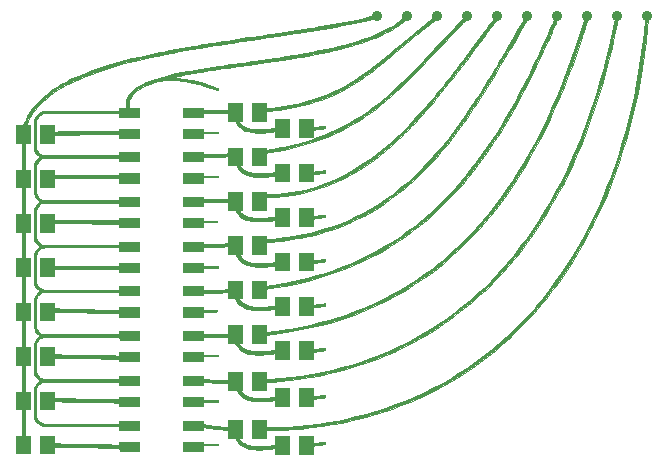
<source format=gbl>
G04 This is an RS-274x file exported by *
G04 gerbv version 2.6.2 *
G04 More information is available about gerbv at *
G04 http://gerbv.geda-project.org/ *
G04 --End of header info--*
%MOIN*%
%FSLAX34Y34*%
%IPPOS*%
G04 --Define apertures--*
%ADD10C,0.0004*%
%ADD11C,0.0984*%
%ADD12C,0.0350*%
%ADD13C,0.0120*%
G04 --Start main section--*
G54D10*
G36*
G01X0002745Y0002275D02*
G01X0002688Y0002275D01*
G01X0002665Y0002275D01*
G01X0002646Y0002274D01*
G01X0002634Y0002272D01*
G01X0002630Y0002271D01*
G01X0002633Y0002263D01*
G01X0002640Y0002250D01*
G01X0002651Y0002232D01*
G01X0002664Y0002213D01*
G01X0002678Y0002195D01*
G01X0002690Y0002179D01*
G01X0002692Y0002177D01*
G01X0002727Y0002143D01*
G01X0002769Y0002110D01*
G01X0002817Y0002081D01*
G01X0002868Y0002056D01*
G01X0002894Y0002045D01*
G01X0002945Y0002028D01*
G01X0002997Y0002014D01*
G01X0003050Y0002003D01*
G01X0003108Y0001996D01*
G01X0003171Y0001990D01*
G01X0003242Y0001987D01*
G01X0003260Y0001986D01*
G01X0003327Y0001986D01*
G01X0003391Y0001987D01*
G01X0003456Y0001989D01*
G01X0003522Y0001994D01*
G01X0003593Y0002001D01*
G01X0003669Y0002010D01*
G01X0003753Y0002022D01*
G01X0003764Y0002023D01*
G01X0003855Y0002037D01*
G01X0003855Y0002315D01*
G01X0004315Y0002315D01*
G01X0004315Y0001735D01*
G01X0003855Y0001735D01*
G01X0003855Y0001926D01*
G01X0003834Y0001923D01*
G01X0003821Y0001921D01*
G01X0003801Y0001918D01*
G01X0003776Y0001915D01*
G01X0003749Y0001911D01*
G01X0003745Y0001910D01*
G01X0003608Y0001893D01*
G01X0003478Y0001881D01*
G01X0003356Y0001876D01*
G01X0003240Y0001877D01*
G01X0003133Y0001883D01*
G01X0003033Y0001896D01*
G01X0002986Y0001905D01*
G01X0002908Y0001925D01*
G01X0002834Y0001951D01*
G01X0002766Y0001984D01*
G01X0002703Y0002023D01*
G01X0002648Y0002067D01*
G01X0002600Y0002115D01*
G01X0002570Y0002155D01*
G01X0002560Y0002171D01*
G01X0002548Y0002191D01*
G01X0002536Y0002213D01*
G01X0002526Y0002233D01*
G01X0002517Y0002251D01*
G01X0002511Y0002264D01*
G01X0002510Y0002270D01*
G01X0002505Y0002272D01*
G01X0002491Y0002273D01*
G01X0002466Y0002274D01*
G01X0002432Y0002275D01*
G01X0002398Y0002275D01*
G01X0002285Y0002275D01*
G01X0002285Y0002540D01*
G01X0002236Y0002540D01*
G01X0002183Y0002541D01*
G01X0002122Y0002544D01*
G01X0002056Y0002548D01*
G01X0001987Y0002553D01*
G01X0001918Y0002559D01*
G01X0001852Y0002566D01*
G01X0001820Y0002570D01*
G01X0001799Y0002573D01*
G01X0001771Y0002577D01*
G01X0001738Y0002582D01*
G01X0001701Y0002588D01*
G01X0001662Y0002594D01*
G01X0001623Y0002600D01*
G01X0001584Y0002606D01*
G01X0001548Y0002612D01*
G01X0001516Y0002618D01*
G01X0001490Y0002622D01*
G01X0001471Y0002626D01*
G01X0001461Y0002628D01*
G01X0001456Y0002628D01*
G01X0001453Y0002627D01*
G01X0001451Y0002620D01*
G01X0001450Y0002608D01*
G01X0001450Y0002588D01*
G01X0001450Y0002540D01*
G01X0000785Y0002540D01*
G01X0000785Y0002845D01*
G01X0001450Y0002845D01*
G01X0001450Y0002726D01*
G01X0001464Y0002723D01*
G01X0001477Y0002721D01*
G01X0001498Y0002717D01*
G01X0001525Y0002712D01*
G01X0001558Y0002707D01*
G01X0001594Y0002701D01*
G01X0001632Y0002695D01*
G01X0001670Y0002689D01*
G01X0001706Y0002683D01*
G01X0001739Y0002678D01*
G01X0001767Y0002674D01*
G01X0001788Y0002670D01*
G01X0001849Y0002662D01*
G01X0001915Y0002655D01*
G01X0001983Y0002649D01*
G01X0002050Y0002643D01*
G01X0002115Y0002639D01*
G01X0002175Y0002636D01*
G01X0002228Y0002635D01*
G01X0002236Y0002635D01*
G01X0002285Y0002635D01*
G01X0002285Y0002855D01*
G01X0002745Y0002855D01*
G01X0002745Y0002275D01*
G01X0002745Y0002275D01*
G37*
G01X0002745Y0002275D02*
G01X0002688Y0002275D01*
G01X0002688Y0002275D02*
G01X0002665Y0002275D01*
G01X0002665Y0002275D02*
G01X0002646Y0002274D01*
G01X0002646Y0002274D02*
G01X0002634Y0002272D01*
G01X0002634Y0002272D02*
G01X0002630Y0002271D01*
G01X0002630Y0002271D02*
G01X0002633Y0002263D01*
G01X0002633Y0002263D02*
G01X0002640Y0002250D01*
G01X0002640Y0002250D02*
G01X0002651Y0002232D01*
G01X0002651Y0002232D02*
G01X0002664Y0002213D01*
G01X0002664Y0002213D02*
G01X0002678Y0002195D01*
G01X0002678Y0002195D02*
G01X0002690Y0002179D01*
G01X0002690Y0002179D02*
G01X0002692Y0002177D01*
G01X0002692Y0002177D02*
G01X0002727Y0002143D01*
G01X0002727Y0002143D02*
G01X0002769Y0002110D01*
G01X0002769Y0002110D02*
G01X0002817Y0002081D01*
G01X0002817Y0002081D02*
G01X0002868Y0002056D01*
G01X0002868Y0002056D02*
G01X0002894Y0002045D01*
G01X0002894Y0002045D02*
G01X0002945Y0002028D01*
G01X0002945Y0002028D02*
G01X0002997Y0002014D01*
G01X0002997Y0002014D02*
G01X0003050Y0002003D01*
G01X0003050Y0002003D02*
G01X0003108Y0001996D01*
G01X0003108Y0001996D02*
G01X0003171Y0001990D01*
G01X0003171Y0001990D02*
G01X0003242Y0001987D01*
G01X0003242Y0001987D02*
G01X0003260Y0001986D01*
G01X0003260Y0001986D02*
G01X0003327Y0001986D01*
G01X0003327Y0001986D02*
G01X0003391Y0001987D01*
G01X0003391Y0001987D02*
G01X0003456Y0001989D01*
G01X0003456Y0001989D02*
G01X0003522Y0001994D01*
G01X0003522Y0001994D02*
G01X0003593Y0002001D01*
G01X0003593Y0002001D02*
G01X0003669Y0002010D01*
G01X0003669Y0002010D02*
G01X0003753Y0002022D01*
G01X0003753Y0002022D02*
G01X0003764Y0002023D01*
G01X0003764Y0002023D02*
G01X0003855Y0002037D01*
G01X0003855Y0002037D02*
G01X0003855Y0002315D01*
G01X0003855Y0002315D02*
G01X0004315Y0002315D01*
G01X0004315Y0002315D02*
G01X0004315Y0001735D01*
G01X0004315Y0001735D02*
G01X0003855Y0001735D01*
G01X0003855Y0001735D02*
G01X0003855Y0001926D01*
G01X0003855Y0001926D02*
G01X0003834Y0001923D01*
G01X0003834Y0001923D02*
G01X0003821Y0001921D01*
G01X0003821Y0001921D02*
G01X0003801Y0001918D01*
G01X0003801Y0001918D02*
G01X0003776Y0001915D01*
G01X0003776Y0001915D02*
G01X0003749Y0001911D01*
G01X0003749Y0001911D02*
G01X0003745Y0001910D01*
G01X0003745Y0001910D02*
G01X0003608Y0001893D01*
G01X0003608Y0001893D02*
G01X0003478Y0001881D01*
G01X0003478Y0001881D02*
G01X0003356Y0001876D01*
G01X0003356Y0001876D02*
G01X0003240Y0001877D01*
G01X0003240Y0001877D02*
G01X0003133Y0001883D01*
G01X0003133Y0001883D02*
G01X0003033Y0001896D01*
G01X0003033Y0001896D02*
G01X0002986Y0001905D01*
G01X0002986Y0001905D02*
G01X0002908Y0001925D01*
G01X0002908Y0001925D02*
G01X0002834Y0001951D01*
G01X0002834Y0001951D02*
G01X0002766Y0001984D01*
G01X0002766Y0001984D02*
G01X0002703Y0002023D01*
G01X0002703Y0002023D02*
G01X0002648Y0002067D01*
G01X0002648Y0002067D02*
G01X0002600Y0002115D01*
G01X0002600Y0002115D02*
G01X0002570Y0002155D01*
G01X0002570Y0002155D02*
G01X0002560Y0002171D01*
G01X0002560Y0002171D02*
G01X0002548Y0002191D01*
G01X0002548Y0002191D02*
G01X0002536Y0002213D01*
G01X0002536Y0002213D02*
G01X0002526Y0002233D01*
G01X0002526Y0002233D02*
G01X0002517Y0002251D01*
G01X0002517Y0002251D02*
G01X0002511Y0002264D01*
G01X0002511Y0002264D02*
G01X0002510Y0002270D01*
G01X0002510Y0002270D02*
G01X0002505Y0002272D01*
G01X0002505Y0002272D02*
G01X0002491Y0002273D01*
G01X0002491Y0002273D02*
G01X0002466Y0002274D01*
G01X0002466Y0002274D02*
G01X0002432Y0002275D01*
G01X0002432Y0002275D02*
G01X0002398Y0002275D01*
G01X0002398Y0002275D02*
G01X0002285Y0002275D01*
G01X0002285Y0002275D02*
G01X0002285Y0002540D01*
G01X0002285Y0002540D02*
G01X0002236Y0002540D01*
G01X0002236Y0002540D02*
G01X0002183Y0002541D01*
G01X0002183Y0002541D02*
G01X0002122Y0002544D01*
G01X0002122Y0002544D02*
G01X0002056Y0002548D01*
G01X0002056Y0002548D02*
G01X0001987Y0002553D01*
G01X0001987Y0002553D02*
G01X0001918Y0002559D01*
G01X0001918Y0002559D02*
G01X0001852Y0002566D01*
G01X0001852Y0002566D02*
G01X0001820Y0002570D01*
G01X0001820Y0002570D02*
G01X0001799Y0002573D01*
G01X0001799Y0002573D02*
G01X0001771Y0002577D01*
G01X0001771Y0002577D02*
G01X0001738Y0002582D01*
G01X0001738Y0002582D02*
G01X0001701Y0002588D01*
G01X0001701Y0002588D02*
G01X0001662Y0002594D01*
G01X0001662Y0002594D02*
G01X0001623Y0002600D01*
G01X0001623Y0002600D02*
G01X0001584Y0002606D01*
G01X0001584Y0002606D02*
G01X0001548Y0002612D01*
G01X0001548Y0002612D02*
G01X0001516Y0002618D01*
G01X0001516Y0002618D02*
G01X0001490Y0002622D01*
G01X0001490Y0002622D02*
G01X0001471Y0002626D01*
G01X0001471Y0002626D02*
G01X0001461Y0002628D01*
G01X0001461Y0002628D02*
G01X0001456Y0002628D01*
G01X0001456Y0002628D02*
G01X0001453Y0002627D01*
G01X0001453Y0002627D02*
G01X0001451Y0002620D01*
G01X0001451Y0002620D02*
G01X0001450Y0002608D01*
G01X0001450Y0002608D02*
G01X0001450Y0002588D01*
G01X0001450Y0002588D02*
G01X0001450Y0002540D01*
G01X0001450Y0002540D02*
G01X0000785Y0002540D01*
G01X0000785Y0002540D02*
G01X0000785Y0002845D01*
G01X0000785Y0002845D02*
G01X0001450Y0002845D01*
G01X0001450Y0002845D02*
G01X0001450Y0002726D01*
G01X0001450Y0002726D02*
G01X0001464Y0002723D01*
G01X0001464Y0002723D02*
G01X0001477Y0002721D01*
G01X0001477Y0002721D02*
G01X0001498Y0002717D01*
G01X0001498Y0002717D02*
G01X0001525Y0002712D01*
G01X0001525Y0002712D02*
G01X0001558Y0002707D01*
G01X0001558Y0002707D02*
G01X0001594Y0002701D01*
G01X0001594Y0002701D02*
G01X0001632Y0002695D01*
G01X0001632Y0002695D02*
G01X0001670Y0002689D01*
G01X0001670Y0002689D02*
G01X0001706Y0002683D01*
G01X0001706Y0002683D02*
G01X0001739Y0002678D01*
G01X0001739Y0002678D02*
G01X0001767Y0002674D01*
G01X0001767Y0002674D02*
G01X0001788Y0002670D01*
G01X0001788Y0002670D02*
G01X0001849Y0002662D01*
G01X0001849Y0002662D02*
G01X0001915Y0002655D01*
G01X0001915Y0002655D02*
G01X0001983Y0002649D01*
G01X0001983Y0002649D02*
G01X0002050Y0002643D01*
G01X0002050Y0002643D02*
G01X0002115Y0002639D01*
G01X0002115Y0002639D02*
G01X0002175Y0002636D01*
G01X0002175Y0002636D02*
G01X0002228Y0002635D01*
G01X0002228Y0002635D02*
G01X0002236Y0002635D01*
G01X0002236Y0002635D02*
G01X0002285Y0002635D01*
G01X0002285Y0002635D02*
G01X0002285Y0002855D01*
G01X0002285Y0002855D02*
G01X0002745Y0002855D01*
G01X0002745Y0002855D02*
G01X0002745Y0002275D01*
G36*
G01X0005115Y0002090D02*
G01X0005126Y0002092D01*
G01X0005134Y0002094D01*
G01X0005150Y0002096D01*
G01X0005172Y0002099D01*
G01X0005201Y0002103D01*
G01X0005234Y0002107D01*
G01X0005270Y0002112D01*
G01X0005307Y0002117D01*
G01X0005345Y0002121D01*
G01X0005381Y0002126D01*
G01X0005415Y0002130D01*
G01X0005445Y0002134D01*
G01X0005469Y0002137D01*
G01X0005487Y0002139D01*
G01X0005496Y0002140D01*
G01X0005497Y0002140D01*
G01X0005502Y0002136D01*
G01X0005505Y0002122D01*
G01X0005507Y0002106D01*
G01X0005509Y0002088D01*
G01X0005511Y0002073D01*
G01X0005513Y0002065D01*
G01X0005512Y0002063D01*
G01X0005508Y0002061D01*
G01X0005500Y0002058D01*
G01X0005488Y0002056D01*
G01X0005469Y0002052D01*
G01X0005444Y0002049D01*
G01X0005412Y0002044D01*
G01X0005371Y0002039D01*
G01X0005326Y0002033D01*
G01X0005284Y0002028D01*
G01X0005244Y0002023D01*
G01X0005208Y0002018D01*
G01X0005177Y0002014D01*
G01X0005152Y0002010D01*
G01X0005135Y0002008D01*
G01X0005127Y0002007D01*
G01X0005126Y0002007D01*
G01X0005115Y0002004D01*
G01X0005115Y0001735D01*
G01X0004655Y0001735D01*
G01X0004655Y0002315D01*
G01X0005115Y0002315D01*
G01X0005115Y0002090D01*
G01X0005115Y0002090D01*
G37*
G01X0005115Y0002090D02*
G01X0005126Y0002092D01*
G01X0005126Y0002092D02*
G01X0005134Y0002094D01*
G01X0005134Y0002094D02*
G01X0005150Y0002096D01*
G01X0005150Y0002096D02*
G01X0005172Y0002099D01*
G01X0005172Y0002099D02*
G01X0005201Y0002103D01*
G01X0005201Y0002103D02*
G01X0005234Y0002107D01*
G01X0005234Y0002107D02*
G01X0005270Y0002112D01*
G01X0005270Y0002112D02*
G01X0005307Y0002117D01*
G01X0005307Y0002117D02*
G01X0005345Y0002121D01*
G01X0005345Y0002121D02*
G01X0005381Y0002126D01*
G01X0005381Y0002126D02*
G01X0005415Y0002130D01*
G01X0005415Y0002130D02*
G01X0005445Y0002134D01*
G01X0005445Y0002134D02*
G01X0005469Y0002137D01*
G01X0005469Y0002137D02*
G01X0005487Y0002139D01*
G01X0005487Y0002139D02*
G01X0005496Y0002140D01*
G01X0005496Y0002140D02*
G01X0005497Y0002140D01*
G01X0005497Y0002140D02*
G01X0005502Y0002136D01*
G01X0005502Y0002136D02*
G01X0005505Y0002122D01*
G01X0005505Y0002122D02*
G01X0005507Y0002106D01*
G01X0005507Y0002106D02*
G01X0005509Y0002088D01*
G01X0005509Y0002088D02*
G01X0005511Y0002073D01*
G01X0005511Y0002073D02*
G01X0005513Y0002065D01*
G01X0005513Y0002065D02*
G01X0005512Y0002063D01*
G01X0005512Y0002063D02*
G01X0005508Y0002061D01*
G01X0005508Y0002061D02*
G01X0005500Y0002058D01*
G01X0005500Y0002058D02*
G01X0005488Y0002056D01*
G01X0005488Y0002056D02*
G01X0005469Y0002052D01*
G01X0005469Y0002052D02*
G01X0005444Y0002049D01*
G01X0005444Y0002049D02*
G01X0005412Y0002044D01*
G01X0005412Y0002044D02*
G01X0005371Y0002039D01*
G01X0005371Y0002039D02*
G01X0005326Y0002033D01*
G01X0005326Y0002033D02*
G01X0005284Y0002028D01*
G01X0005284Y0002028D02*
G01X0005244Y0002023D01*
G01X0005244Y0002023D02*
G01X0005208Y0002018D01*
G01X0005208Y0002018D02*
G01X0005177Y0002014D01*
G01X0005177Y0002014D02*
G01X0005152Y0002010D01*
G01X0005152Y0002010D02*
G01X0005135Y0002008D01*
G01X0005135Y0002008D02*
G01X0005127Y0002007D01*
G01X0005127Y0002007D02*
G01X0005126Y0002007D01*
G01X0005126Y0002007D02*
G01X0005115Y0002004D01*
G01X0005115Y0002004D02*
G01X0005115Y0001735D01*
G01X0005115Y0001735D02*
G01X0004655Y0001735D01*
G01X0004655Y0001735D02*
G01X0004655Y0002315D01*
G01X0004655Y0002315D02*
G01X0005115Y0002315D01*
G01X0005115Y0002315D02*
G01X0005115Y0002090D01*
G36*
G01X0007222Y0016356D02*
G01X0007226Y0016344D01*
G01X0007230Y0016328D01*
G01X0007235Y0016310D01*
G01X0007239Y0016293D01*
G01X0007242Y0016279D01*
G01X0007242Y0016273D01*
G01X0007242Y0016271D01*
G01X0007239Y0016270D01*
G01X0007233Y0016267D01*
G01X0007223Y0016264D01*
G01X0007209Y0016261D01*
G01X0007190Y0016256D01*
G01X0007164Y0016250D01*
G01X0007133Y0016242D01*
G01X0007094Y0016233D01*
G01X0007046Y0016222D01*
G01X0006990Y0016208D01*
G01X0006978Y0016205D01*
G01X0006812Y0016168D01*
G01X0006640Y0016130D01*
G01X0006459Y0016093D01*
G01X0006270Y0016055D01*
G01X0006073Y0016018D01*
G01X0005867Y0015980D01*
G01X0005652Y0015941D01*
G01X0005427Y0015903D01*
G01X0005337Y0015888D01*
G01X0005267Y0015876D01*
G01X0005198Y0015865D01*
G01X0005130Y0015854D01*
G01X0005062Y0015843D01*
G01X0004994Y0015832D01*
G01X0004925Y0015820D01*
G01X0004855Y0015809D01*
G01X0004783Y0015798D01*
G01X0004709Y0015786D01*
G01X0004631Y0015774D01*
G01X0004551Y0015762D01*
G01X0004466Y0015749D01*
G01X0004377Y0015736D01*
G01X0004283Y0015721D01*
G01X0004184Y0015706D01*
G01X0004078Y0015691D01*
G01X0003966Y0015674D01*
G01X0003847Y0015656D01*
G01X0003720Y0015637D01*
G01X0003585Y0015617D01*
G01X0003441Y0015596D01*
G01X0003288Y0015573D01*
G01X0003245Y0015567D01*
G01X0003086Y0015544D01*
G01X0002937Y0015522D01*
G01X0002797Y0015501D01*
G01X0002664Y0015481D01*
G01X0002538Y0015462D01*
G01X0002420Y0015444D01*
G01X0002307Y0015427D01*
G01X0002199Y0015411D01*
G01X0002096Y0015395D01*
G01X0001997Y0015379D01*
G01X0001902Y0015364D01*
G01X0001809Y0015350D01*
G01X0001718Y0015335D01*
G01X0001629Y0015321D01*
G01X0001540Y0015306D01*
G01X0001452Y0015292D01*
G01X0001363Y0015277D01*
G01X0001348Y0015275D01*
G01X0001226Y0015254D01*
G01X0001112Y0015235D01*
G01X0001006Y0015217D01*
G01X0000905Y0015199D01*
G01X0000809Y0015182D01*
G01X0000715Y0015165D01*
G01X0000622Y0015148D01*
G01X0000530Y0015131D01*
G01X0000436Y0015113D01*
G01X0000339Y0015095D01*
G01X0000237Y0015075D01*
G01X0000188Y0015065D01*
G01X-000082Y0015010D01*
G01X-000342Y0014955D01*
G01X-000592Y0014899D01*
G01X-000833Y0014841D01*
G01X-001065Y0014783D01*
G01X-001288Y0014724D01*
G01X-001502Y0014664D01*
G01X-001708Y0014603D01*
G01X-001905Y0014540D01*
G01X-002094Y0014476D01*
G01X-002276Y0014411D01*
G01X-002450Y0014344D01*
G01X-002616Y0014276D01*
G01X-002776Y0014206D01*
G01X-002928Y0014134D01*
G01X-003073Y0014061D01*
G01X-003212Y0013986D01*
G01X-003230Y0013976D01*
G01X-003379Y0013888D01*
G01X-003520Y0013797D01*
G01X-003652Y0013702D01*
G01X-003775Y0013605D01*
G01X-003889Y0013506D01*
G01X-003994Y0013403D01*
G01X-004089Y0013298D01*
G01X-004176Y0013191D01*
G01X-004253Y0013081D01*
G01X-004321Y0012970D01*
G01X-004379Y0012856D01*
G01X-004425Y0012745D01*
G01X-004432Y0012726D01*
G01X-004438Y0012710D01*
G01X-004442Y0012700D01*
G01X-004443Y0012699D01*
G01X-004443Y0012695D01*
G01X-004441Y0012692D01*
G01X-004434Y0012691D01*
G01X-004420Y0012690D01*
G01X-004398Y0012690D01*
G01X-004391Y0012690D01*
G01X-004335Y0012690D01*
G01X-004335Y0012105D01*
G01X-004500Y0012105D01*
G01X-004500Y0011210D01*
G01X-004335Y0011210D01*
G01X-004335Y0010625D01*
G01X-004500Y0010625D01*
G01X-004500Y0009730D01*
G01X-004335Y0009730D01*
G01X-004335Y0009145D01*
G01X-004500Y0009145D01*
G01X-004500Y0008250D01*
G01X-004335Y0008250D01*
G01X-004335Y0007670D01*
G01X-004500Y0007670D01*
G01X-004500Y0006770D01*
G01X-004335Y0006770D01*
G01X-004335Y0006190D01*
G01X-004500Y0006190D01*
G01X-004500Y0005290D01*
G01X-004335Y0005290D01*
G01X-004335Y0004710D01*
G01X-004500Y0004710D01*
G01X-004500Y0003810D01*
G01X-004335Y0003810D01*
G01X-004335Y0003230D01*
G01X-004500Y0003230D01*
G01X-004500Y0002335D01*
G01X-004335Y0002335D01*
G01X-004335Y0001750D01*
G01X-004795Y0001750D01*
G01X-004795Y0002335D01*
G01X-004610Y0002335D01*
G01X-004610Y0003230D01*
G01X-004795Y0003230D01*
G01X-004795Y0003810D01*
G01X-004610Y0003810D01*
G01X-004610Y0004710D01*
G01X-004795Y0004710D01*
G01X-004795Y0005290D01*
G01X-004610Y0005290D01*
G01X-004610Y0006190D01*
G01X-004795Y0006190D01*
G01X-004795Y0006770D01*
G01X-004610Y0006770D01*
G01X-004610Y0007670D01*
G01X-004795Y0007670D01*
G01X-004795Y0008250D01*
G01X-004610Y0008250D01*
G01X-004610Y0009145D01*
G01X-004795Y0009145D01*
G01X-004795Y0009730D01*
G01X-004610Y0009730D01*
G01X-004610Y0010625D01*
G01X-004795Y0010625D01*
G01X-004795Y0011210D01*
G01X-004610Y0011210D01*
G01X-004610Y0012105D01*
G01X-004795Y0012105D01*
G01X-004795Y0012690D01*
G01X-004671Y0012690D01*
G01X-004547Y0012690D01*
G01X-004520Y0012761D01*
G01X-004474Y0012875D01*
G01X-004421Y0012984D01*
G01X-004362Y0013090D01*
G01X-004294Y0013193D01*
G01X-004218Y0013293D01*
G01X-004134Y0013393D01*
G01X-004040Y0013492D01*
G01X-004007Y0013525D01*
G01X-003906Y0013619D01*
G01X-003798Y0013710D01*
G01X-003681Y0013799D01*
G01X-003557Y0013887D01*
G01X-003424Y0013972D01*
G01X-003284Y0014056D01*
G01X-003135Y0014137D01*
G01X-002978Y0014217D01*
G01X-002812Y0014294D01*
G01X-002638Y0014370D01*
G01X-002455Y0014444D01*
G01X-002263Y0014517D01*
G01X-002062Y0014588D01*
G01X-001852Y0014657D01*
G01X-001633Y0014724D01*
G01X-001405Y0014791D01*
G01X-001167Y0014855D01*
G01X-000920Y0014918D01*
G01X-000664Y0014980D01*
G01X-000398Y0015040D01*
G01X-000122Y0015099D01*
G01X0000000Y0015124D01*
G01X0000099Y0015144D01*
G01X0000196Y0015164D01*
G01X0000293Y0015183D01*
G01X0000389Y0015201D01*
G01X0000485Y0015220D01*
G01X0000582Y0015238D01*
G01X0000680Y0015256D01*
G01X0000780Y0015274D01*
G01X0000881Y0015292D01*
G01X0000985Y0015310D01*
G01X0001091Y0015329D01*
G01X0001201Y0015347D01*
G01X0001314Y0015366D01*
G01X0001431Y0015385D01*
G01X0001553Y0015405D01*
G01X0001680Y0015425D01*
G01X0001813Y0015446D01*
G01X0001951Y0015468D01*
G01X0002095Y0015490D01*
G01X0002247Y0015513D01*
G01X0002405Y0015538D01*
G01X0002571Y0015563D01*
G01X0002745Y0015589D01*
G01X0002928Y0015616D01*
G01X0003120Y0015645D01*
G01X0003321Y0015674D01*
G01X0003343Y0015677D01*
G01X0003493Y0015700D01*
G01X0003633Y0015720D01*
G01X0003765Y0015740D01*
G01X0003889Y0015758D01*
G01X0004005Y0015776D01*
G01X0004114Y0015792D01*
G01X0004217Y0015808D01*
G01X0004314Y0015822D01*
G01X0004406Y0015836D01*
G01X0004493Y0015849D01*
G01X0004576Y0015862D01*
G01X0004655Y0015874D01*
G01X0004731Y0015886D01*
G01X0004805Y0015898D01*
G01X0004877Y0015909D01*
G01X0004948Y0015920D01*
G01X0005018Y0015932D01*
G01X0005089Y0015943D01*
G01X0005103Y0015945D01*
G01X0005337Y0015984D01*
G01X0005561Y0016022D01*
G01X0005777Y0016060D01*
G01X0005983Y0016097D01*
G01X0006181Y0016135D01*
G01X0006371Y0016172D01*
G01X0006552Y0016209D01*
G01X0006726Y0016246D01*
G01X0006893Y0016283D01*
G01X0007053Y0016321D01*
G01X0007104Y0016333D01*
G01X0007136Y0016341D01*
G01X0007165Y0016347D01*
G01X0007189Y0016353D01*
G01X0007207Y0016357D01*
G01X0007218Y0016360D01*
G01X0007220Y0016360D01*
G01X0007222Y0016356D01*
G01X0007222Y0016356D01*
G37*
G01X0007222Y0016356D02*
G01X0007226Y0016344D01*
G01X0007226Y0016344D02*
G01X0007230Y0016328D01*
G01X0007230Y0016328D02*
G01X0007235Y0016310D01*
G01X0007235Y0016310D02*
G01X0007239Y0016293D01*
G01X0007239Y0016293D02*
G01X0007242Y0016279D01*
G01X0007242Y0016279D02*
G01X0007242Y0016273D01*
G01X0007242Y0016273D02*
G01X0007242Y0016271D01*
G01X0007242Y0016271D02*
G01X0007239Y0016270D01*
G01X0007239Y0016270D02*
G01X0007233Y0016267D01*
G01X0007233Y0016267D02*
G01X0007223Y0016264D01*
G01X0007223Y0016264D02*
G01X0007209Y0016261D01*
G01X0007209Y0016261D02*
G01X0007190Y0016256D01*
G01X0007190Y0016256D02*
G01X0007164Y0016250D01*
G01X0007164Y0016250D02*
G01X0007133Y0016242D01*
G01X0007133Y0016242D02*
G01X0007094Y0016233D01*
G01X0007094Y0016233D02*
G01X0007046Y0016222D01*
G01X0007046Y0016222D02*
G01X0006990Y0016208D01*
G01X0006990Y0016208D02*
G01X0006978Y0016205D01*
G01X0006978Y0016205D02*
G01X0006812Y0016168D01*
G01X0006812Y0016168D02*
G01X0006640Y0016130D01*
G01X0006640Y0016130D02*
G01X0006459Y0016093D01*
G01X0006459Y0016093D02*
G01X0006270Y0016055D01*
G01X0006270Y0016055D02*
G01X0006073Y0016018D01*
G01X0006073Y0016018D02*
G01X0005867Y0015980D01*
G01X0005867Y0015980D02*
G01X0005652Y0015941D01*
G01X0005652Y0015941D02*
G01X0005427Y0015903D01*
G01X0005427Y0015903D02*
G01X0005337Y0015888D01*
G01X0005337Y0015888D02*
G01X0005267Y0015876D01*
G01X0005267Y0015876D02*
G01X0005198Y0015865D01*
G01X0005198Y0015865D02*
G01X0005130Y0015854D01*
G01X0005130Y0015854D02*
G01X0005062Y0015843D01*
G01X0005062Y0015843D02*
G01X0004994Y0015832D01*
G01X0004994Y0015832D02*
G01X0004925Y0015820D01*
G01X0004925Y0015820D02*
G01X0004855Y0015809D01*
G01X0004855Y0015809D02*
G01X0004783Y0015798D01*
G01X0004783Y0015798D02*
G01X0004709Y0015786D01*
G01X0004709Y0015786D02*
G01X0004631Y0015774D01*
G01X0004631Y0015774D02*
G01X0004551Y0015762D01*
G01X0004551Y0015762D02*
G01X0004466Y0015749D01*
G01X0004466Y0015749D02*
G01X0004377Y0015736D01*
G01X0004377Y0015736D02*
G01X0004283Y0015721D01*
G01X0004283Y0015721D02*
G01X0004184Y0015706D01*
G01X0004184Y0015706D02*
G01X0004078Y0015691D01*
G01X0004078Y0015691D02*
G01X0003966Y0015674D01*
G01X0003966Y0015674D02*
G01X0003847Y0015656D01*
G01X0003847Y0015656D02*
G01X0003720Y0015637D01*
G01X0003720Y0015637D02*
G01X0003585Y0015617D01*
G01X0003585Y0015617D02*
G01X0003441Y0015596D01*
G01X0003441Y0015596D02*
G01X0003288Y0015573D01*
G01X0003288Y0015573D02*
G01X0003245Y0015567D01*
G01X0003245Y0015567D02*
G01X0003086Y0015544D01*
G01X0003086Y0015544D02*
G01X0002937Y0015522D01*
G01X0002937Y0015522D02*
G01X0002797Y0015501D01*
G01X0002797Y0015501D02*
G01X0002664Y0015481D01*
G01X0002664Y0015481D02*
G01X0002538Y0015462D01*
G01X0002538Y0015462D02*
G01X0002420Y0015444D01*
G01X0002420Y0015444D02*
G01X0002307Y0015427D01*
G01X0002307Y0015427D02*
G01X0002199Y0015411D01*
G01X0002199Y0015411D02*
G01X0002096Y0015395D01*
G01X0002096Y0015395D02*
G01X0001997Y0015379D01*
G01X0001997Y0015379D02*
G01X0001902Y0015364D01*
G01X0001902Y0015364D02*
G01X0001809Y0015350D01*
G01X0001809Y0015350D02*
G01X0001718Y0015335D01*
G01X0001718Y0015335D02*
G01X0001629Y0015321D01*
G01X0001629Y0015321D02*
G01X0001540Y0015306D01*
G01X0001540Y0015306D02*
G01X0001452Y0015292D01*
G01X0001452Y0015292D02*
G01X0001363Y0015277D01*
G01X0001363Y0015277D02*
G01X0001348Y0015275D01*
G01X0001348Y0015275D02*
G01X0001226Y0015254D01*
G01X0001226Y0015254D02*
G01X0001112Y0015235D01*
G01X0001112Y0015235D02*
G01X0001006Y0015217D01*
G01X0001006Y0015217D02*
G01X0000905Y0015199D01*
G01X0000905Y0015199D02*
G01X0000809Y0015182D01*
G01X0000809Y0015182D02*
G01X0000715Y0015165D01*
G01X0000715Y0015165D02*
G01X0000622Y0015148D01*
G01X0000622Y0015148D02*
G01X0000530Y0015131D01*
G01X0000530Y0015131D02*
G01X0000436Y0015113D01*
G01X0000436Y0015113D02*
G01X0000339Y0015095D01*
G01X0000339Y0015095D02*
G01X0000237Y0015075D01*
G01X0000237Y0015075D02*
G01X0000188Y0015065D01*
G01X0000188Y0015065D02*
G01X-000082Y0015010D01*
G01X-000082Y0015010D02*
G01X-000342Y0014955D01*
G01X-000342Y0014955D02*
G01X-000592Y0014899D01*
G01X-000592Y0014899D02*
G01X-000833Y0014841D01*
G01X-000833Y0014841D02*
G01X-001065Y0014783D01*
G01X-001065Y0014783D02*
G01X-001288Y0014724D01*
G01X-001288Y0014724D02*
G01X-001502Y0014664D01*
G01X-001502Y0014664D02*
G01X-001708Y0014603D01*
G01X-001708Y0014603D02*
G01X-001905Y0014540D01*
G01X-001905Y0014540D02*
G01X-002094Y0014476D01*
G01X-002094Y0014476D02*
G01X-002276Y0014411D01*
G01X-002276Y0014411D02*
G01X-002450Y0014344D01*
G01X-002450Y0014344D02*
G01X-002616Y0014276D01*
G01X-002616Y0014276D02*
G01X-002776Y0014206D01*
G01X-002776Y0014206D02*
G01X-002928Y0014134D01*
G01X-002928Y0014134D02*
G01X-003073Y0014061D01*
G01X-003073Y0014061D02*
G01X-003212Y0013986D01*
G01X-003212Y0013986D02*
G01X-003230Y0013976D01*
G01X-003230Y0013976D02*
G01X-003379Y0013888D01*
G01X-003379Y0013888D02*
G01X-003520Y0013797D01*
G01X-003520Y0013797D02*
G01X-003652Y0013702D01*
G01X-003652Y0013702D02*
G01X-003775Y0013605D01*
G01X-003775Y0013605D02*
G01X-003889Y0013506D01*
G01X-003889Y0013506D02*
G01X-003994Y0013403D01*
G01X-003994Y0013403D02*
G01X-004089Y0013298D01*
G01X-004089Y0013298D02*
G01X-004176Y0013191D01*
G01X-004176Y0013191D02*
G01X-004253Y0013081D01*
G01X-004253Y0013081D02*
G01X-004321Y0012970D01*
G01X-004321Y0012970D02*
G01X-004379Y0012856D01*
G01X-004379Y0012856D02*
G01X-004425Y0012745D01*
G01X-004425Y0012745D02*
G01X-004432Y0012726D01*
G01X-004432Y0012726D02*
G01X-004438Y0012710D01*
G01X-004438Y0012710D02*
G01X-004442Y0012700D01*
G01X-004442Y0012700D02*
G01X-004443Y0012699D01*
G01X-004443Y0012699D02*
G01X-004443Y0012695D01*
G01X-004443Y0012695D02*
G01X-004441Y0012692D01*
G01X-004441Y0012692D02*
G01X-004434Y0012691D01*
G01X-004434Y0012691D02*
G01X-004420Y0012690D01*
G01X-004420Y0012690D02*
G01X-004398Y0012690D01*
G01X-004398Y0012690D02*
G01X-004391Y0012690D01*
G01X-004391Y0012690D02*
G01X-004335Y0012690D01*
G01X-004335Y0012690D02*
G01X-004335Y0012105D01*
G01X-004335Y0012105D02*
G01X-004500Y0012105D01*
G01X-004500Y0012105D02*
G01X-004500Y0011210D01*
G01X-004500Y0011210D02*
G01X-004335Y0011210D01*
G01X-004335Y0011210D02*
G01X-004335Y0010625D01*
G01X-004335Y0010625D02*
G01X-004500Y0010625D01*
G01X-004500Y0010625D02*
G01X-004500Y0009730D01*
G01X-004500Y0009730D02*
G01X-004335Y0009730D01*
G01X-004335Y0009730D02*
G01X-004335Y0009145D01*
G01X-004335Y0009145D02*
G01X-004500Y0009145D01*
G01X-004500Y0009145D02*
G01X-004500Y0008250D01*
G01X-004500Y0008250D02*
G01X-004335Y0008250D01*
G01X-004335Y0008250D02*
G01X-004335Y0007670D01*
G01X-004335Y0007670D02*
G01X-004500Y0007670D01*
G01X-004500Y0007670D02*
G01X-004500Y0006770D01*
G01X-004500Y0006770D02*
G01X-004335Y0006770D01*
G01X-004335Y0006770D02*
G01X-004335Y0006190D01*
G01X-004335Y0006190D02*
G01X-004500Y0006190D01*
G01X-004500Y0006190D02*
G01X-004500Y0005290D01*
G01X-004500Y0005290D02*
G01X-004335Y0005290D01*
G01X-004335Y0005290D02*
G01X-004335Y0004710D01*
G01X-004335Y0004710D02*
G01X-004500Y0004710D01*
G01X-004500Y0004710D02*
G01X-004500Y0003810D01*
G01X-004500Y0003810D02*
G01X-004335Y0003810D01*
G01X-004335Y0003810D02*
G01X-004335Y0003230D01*
G01X-004335Y0003230D02*
G01X-004500Y0003230D01*
G01X-004500Y0003230D02*
G01X-004500Y0002335D01*
G01X-004500Y0002335D02*
G01X-004335Y0002335D01*
G01X-004335Y0002335D02*
G01X-004335Y0001750D01*
G01X-004335Y0001750D02*
G01X-004795Y0001750D01*
G01X-004795Y0001750D02*
G01X-004795Y0002335D01*
G01X-004795Y0002335D02*
G01X-004610Y0002335D01*
G01X-004610Y0002335D02*
G01X-004610Y0003230D01*
G01X-004610Y0003230D02*
G01X-004795Y0003230D01*
G01X-004795Y0003230D02*
G01X-004795Y0003810D01*
G01X-004795Y0003810D02*
G01X-004610Y0003810D01*
G01X-004610Y0003810D02*
G01X-004610Y0004710D01*
G01X-004610Y0004710D02*
G01X-004795Y0004710D01*
G01X-004795Y0004710D02*
G01X-004795Y0005290D01*
G01X-004795Y0005290D02*
G01X-004610Y0005290D01*
G01X-004610Y0005290D02*
G01X-004610Y0006190D01*
G01X-004610Y0006190D02*
G01X-004795Y0006190D01*
G01X-004795Y0006190D02*
G01X-004795Y0006770D01*
G01X-004795Y0006770D02*
G01X-004610Y0006770D01*
G01X-004610Y0006770D02*
G01X-004610Y0007670D01*
G01X-004610Y0007670D02*
G01X-004795Y0007670D01*
G01X-004795Y0007670D02*
G01X-004795Y0008250D01*
G01X-004795Y0008250D02*
G01X-004610Y0008250D01*
G01X-004610Y0008250D02*
G01X-004610Y0009145D01*
G01X-004610Y0009145D02*
G01X-004795Y0009145D01*
G01X-004795Y0009145D02*
G01X-004795Y0009730D01*
G01X-004795Y0009730D02*
G01X-004610Y0009730D01*
G01X-004610Y0009730D02*
G01X-004610Y0010625D01*
G01X-004610Y0010625D02*
G01X-004795Y0010625D01*
G01X-004795Y0010625D02*
G01X-004795Y0011210D01*
G01X-004795Y0011210D02*
G01X-004610Y0011210D01*
G01X-004610Y0011210D02*
G01X-004610Y0012105D01*
G01X-004610Y0012105D02*
G01X-004795Y0012105D01*
G01X-004795Y0012105D02*
G01X-004795Y0012690D01*
G01X-004795Y0012690D02*
G01X-004671Y0012690D01*
G01X-004671Y0012690D02*
G01X-004547Y0012690D01*
G01X-004547Y0012690D02*
G01X-004520Y0012761D01*
G01X-004520Y0012761D02*
G01X-004474Y0012875D01*
G01X-004474Y0012875D02*
G01X-004421Y0012984D01*
G01X-004421Y0012984D02*
G01X-004362Y0013090D01*
G01X-004362Y0013090D02*
G01X-004294Y0013193D01*
G01X-004294Y0013193D02*
G01X-004218Y0013293D01*
G01X-004218Y0013293D02*
G01X-004134Y0013393D01*
G01X-004134Y0013393D02*
G01X-004040Y0013492D01*
G01X-004040Y0013492D02*
G01X-004007Y0013525D01*
G01X-004007Y0013525D02*
G01X-003906Y0013619D01*
G01X-003906Y0013619D02*
G01X-003798Y0013710D01*
G01X-003798Y0013710D02*
G01X-003681Y0013799D01*
G01X-003681Y0013799D02*
G01X-003557Y0013887D01*
G01X-003557Y0013887D02*
G01X-003424Y0013972D01*
G01X-003424Y0013972D02*
G01X-003284Y0014056D01*
G01X-003284Y0014056D02*
G01X-003135Y0014137D01*
G01X-003135Y0014137D02*
G01X-002978Y0014217D01*
G01X-002978Y0014217D02*
G01X-002812Y0014294D01*
G01X-002812Y0014294D02*
G01X-002638Y0014370D01*
G01X-002638Y0014370D02*
G01X-002455Y0014444D01*
G01X-002455Y0014444D02*
G01X-002263Y0014517D01*
G01X-002263Y0014517D02*
G01X-002062Y0014588D01*
G01X-002062Y0014588D02*
G01X-001852Y0014657D01*
G01X-001852Y0014657D02*
G01X-001633Y0014724D01*
G01X-001633Y0014724D02*
G01X-001405Y0014791D01*
G01X-001405Y0014791D02*
G01X-001167Y0014855D01*
G01X-001167Y0014855D02*
G01X-000920Y0014918D01*
G01X-000920Y0014918D02*
G01X-000664Y0014980D01*
G01X-000664Y0014980D02*
G01X-000398Y0015040D01*
G01X-000398Y0015040D02*
G01X-000122Y0015099D01*
G01X-000122Y0015099D02*
G01X0000000Y0015124D01*
G01X0000000Y0015124D02*
G01X0000099Y0015144D01*
G01X0000099Y0015144D02*
G01X0000196Y0015164D01*
G01X0000196Y0015164D02*
G01X0000293Y0015183D01*
G01X0000293Y0015183D02*
G01X0000389Y0015201D01*
G01X0000389Y0015201D02*
G01X0000485Y0015220D01*
G01X0000485Y0015220D02*
G01X0000582Y0015238D01*
G01X0000582Y0015238D02*
G01X0000680Y0015256D01*
G01X0000680Y0015256D02*
G01X0000780Y0015274D01*
G01X0000780Y0015274D02*
G01X0000881Y0015292D01*
G01X0000881Y0015292D02*
G01X0000985Y0015310D01*
G01X0000985Y0015310D02*
G01X0001091Y0015329D01*
G01X0001091Y0015329D02*
G01X0001201Y0015347D01*
G01X0001201Y0015347D02*
G01X0001314Y0015366D01*
G01X0001314Y0015366D02*
G01X0001431Y0015385D01*
G01X0001431Y0015385D02*
G01X0001553Y0015405D01*
G01X0001553Y0015405D02*
G01X0001680Y0015425D01*
G01X0001680Y0015425D02*
G01X0001813Y0015446D01*
G01X0001813Y0015446D02*
G01X0001951Y0015468D01*
G01X0001951Y0015468D02*
G01X0002095Y0015490D01*
G01X0002095Y0015490D02*
G01X0002247Y0015513D01*
G01X0002247Y0015513D02*
G01X0002405Y0015538D01*
G01X0002405Y0015538D02*
G01X0002571Y0015563D01*
G01X0002571Y0015563D02*
G01X0002745Y0015589D01*
G01X0002745Y0015589D02*
G01X0002928Y0015616D01*
G01X0002928Y0015616D02*
G01X0003120Y0015645D01*
G01X0003120Y0015645D02*
G01X0003321Y0015674D01*
G01X0003321Y0015674D02*
G01X0003343Y0015677D01*
G01X0003343Y0015677D02*
G01X0003493Y0015700D01*
G01X0003493Y0015700D02*
G01X0003633Y0015720D01*
G01X0003633Y0015720D02*
G01X0003765Y0015740D01*
G01X0003765Y0015740D02*
G01X0003889Y0015758D01*
G01X0003889Y0015758D02*
G01X0004005Y0015776D01*
G01X0004005Y0015776D02*
G01X0004114Y0015792D01*
G01X0004114Y0015792D02*
G01X0004217Y0015808D01*
G01X0004217Y0015808D02*
G01X0004314Y0015822D01*
G01X0004314Y0015822D02*
G01X0004406Y0015836D01*
G01X0004406Y0015836D02*
G01X0004493Y0015849D01*
G01X0004493Y0015849D02*
G01X0004576Y0015862D01*
G01X0004576Y0015862D02*
G01X0004655Y0015874D01*
G01X0004655Y0015874D02*
G01X0004731Y0015886D01*
G01X0004731Y0015886D02*
G01X0004805Y0015898D01*
G01X0004805Y0015898D02*
G01X0004877Y0015909D01*
G01X0004877Y0015909D02*
G01X0004948Y0015920D01*
G01X0004948Y0015920D02*
G01X0005018Y0015932D01*
G01X0005018Y0015932D02*
G01X0005089Y0015943D01*
G01X0005089Y0015943D02*
G01X0005103Y0015945D01*
G01X0005103Y0015945D02*
G01X0005337Y0015984D01*
G01X0005337Y0015984D02*
G01X0005561Y0016022D01*
G01X0005561Y0016022D02*
G01X0005777Y0016060D01*
G01X0005777Y0016060D02*
G01X0005983Y0016097D01*
G01X0005983Y0016097D02*
G01X0006181Y0016135D01*
G01X0006181Y0016135D02*
G01X0006371Y0016172D01*
G01X0006371Y0016172D02*
G01X0006552Y0016209D01*
G01X0006552Y0016209D02*
G01X0006726Y0016246D01*
G01X0006726Y0016246D02*
G01X0006893Y0016283D01*
G01X0006893Y0016283D02*
G01X0007053Y0016321D01*
G01X0007053Y0016321D02*
G01X0007104Y0016333D01*
G01X0007104Y0016333D02*
G01X0007136Y0016341D01*
G01X0007136Y0016341D02*
G01X0007165Y0016347D01*
G01X0007165Y0016347D02*
G01X0007189Y0016353D01*
G01X0007189Y0016353D02*
G01X0007207Y0016357D01*
G01X0007207Y0016357D02*
G01X0007218Y0016360D01*
G01X0007218Y0016360D02*
G01X0007220Y0016360D01*
G01X0007220Y0016360D02*
G01X0007222Y0016356D01*
G36*
G01X-003535Y0002086D02*
G01X-003424Y0002083D01*
G01X-003407Y0002082D01*
G01X-003381Y0002082D01*
G01X-003346Y0002081D01*
G01X-003303Y0002080D01*
G01X-003252Y0002079D01*
G01X-003194Y0002078D01*
G01X-003129Y0002077D01*
G01X-003059Y0002075D01*
G01X-002983Y0002074D01*
G01X-002902Y0002072D01*
G01X-002817Y0002071D01*
G01X-002728Y0002069D01*
G01X-002636Y0002067D01*
G01X-002542Y0002065D01*
G01X-002446Y0002063D01*
G01X-002392Y0002062D01*
G01X-002296Y0002061D01*
G01X-002202Y0002059D01*
G01X-002111Y0002057D01*
G01X-002022Y0002056D01*
G01X-001938Y0002054D01*
G01X-001858Y0002052D01*
G01X-001782Y0002051D01*
G01X-001712Y0002050D01*
G01X-001647Y0002048D01*
G01X-001590Y0002047D01*
G01X-001539Y0002046D01*
G01X-001495Y0002045D01*
G01X-001460Y0002045D01*
G01X-001433Y0002044D01*
G01X-001415Y0002044D01*
G01X-001409Y0002044D01*
G01X-001345Y0002042D01*
G01X-001345Y0002140D01*
G01X-000680Y0002140D01*
G01X-000682Y0001838D01*
G01X-001342Y0001838D01*
G01X-001345Y0001935D01*
G01X-001396Y0001935D01*
G01X-001406Y0001935D01*
G01X-001426Y0001935D01*
G01X-001455Y0001936D01*
G01X-001492Y0001937D01*
G01X-001537Y0001937D01*
G01X-001589Y0001938D01*
G01X-001649Y0001939D01*
G01X-001715Y0001941D01*
G01X-001786Y0001942D01*
G01X-001864Y0001943D01*
G01X-001946Y0001945D01*
G01X-002033Y0001947D01*
G01X-002124Y0001948D01*
G01X-002219Y0001950D01*
G01X-002316Y0001952D01*
G01X-002416Y0001954D01*
G01X-002465Y0001955D01*
G01X-002566Y0001957D01*
G01X-002664Y0001959D01*
G01X-002759Y0001961D01*
G01X-002850Y0001963D01*
G01X-002938Y0001964D01*
G01X-003021Y0001966D01*
G01X-003100Y0001967D01*
G01X-003173Y0001969D01*
G01X-003240Y0001970D01*
G01X-003301Y0001971D01*
G01X-003355Y0001972D01*
G01X-003402Y0001973D01*
G01X-003441Y0001974D01*
G01X-003471Y0001974D01*
G01X-003493Y0001975D01*
G01X-003506Y0001975D01*
G01X-003509Y0001975D01*
G01X-003535Y0001975D01*
G01X-003535Y0001750D01*
G01X-003995Y0001750D01*
G01X-003995Y0002335D01*
G01X-003535Y0002335D01*
G01X-003535Y0002086D01*
G01X-003535Y0002086D01*
G37*
G01X-003535Y0002086D02*
G01X-003424Y0002083D01*
G01X-003424Y0002083D02*
G01X-003407Y0002082D01*
G01X-003407Y0002082D02*
G01X-003381Y0002082D01*
G01X-003381Y0002082D02*
G01X-003346Y0002081D01*
G01X-003346Y0002081D02*
G01X-003303Y0002080D01*
G01X-003303Y0002080D02*
G01X-003252Y0002079D01*
G01X-003252Y0002079D02*
G01X-003194Y0002078D01*
G01X-003194Y0002078D02*
G01X-003129Y0002077D01*
G01X-003129Y0002077D02*
G01X-003059Y0002075D01*
G01X-003059Y0002075D02*
G01X-002983Y0002074D01*
G01X-002983Y0002074D02*
G01X-002902Y0002072D01*
G01X-002902Y0002072D02*
G01X-002817Y0002071D01*
G01X-002817Y0002071D02*
G01X-002728Y0002069D01*
G01X-002728Y0002069D02*
G01X-002636Y0002067D01*
G01X-002636Y0002067D02*
G01X-002542Y0002065D01*
G01X-002542Y0002065D02*
G01X-002446Y0002063D01*
G01X-002446Y0002063D02*
G01X-002392Y0002062D01*
G01X-002392Y0002062D02*
G01X-002296Y0002061D01*
G01X-002296Y0002061D02*
G01X-002202Y0002059D01*
G01X-002202Y0002059D02*
G01X-002111Y0002057D01*
G01X-002111Y0002057D02*
G01X-002022Y0002056D01*
G01X-002022Y0002056D02*
G01X-001938Y0002054D01*
G01X-001938Y0002054D02*
G01X-001858Y0002052D01*
G01X-001858Y0002052D02*
G01X-001782Y0002051D01*
G01X-001782Y0002051D02*
G01X-001712Y0002050D01*
G01X-001712Y0002050D02*
G01X-001647Y0002048D01*
G01X-001647Y0002048D02*
G01X-001590Y0002047D01*
G01X-001590Y0002047D02*
G01X-001539Y0002046D01*
G01X-001539Y0002046D02*
G01X-001495Y0002045D01*
G01X-001495Y0002045D02*
G01X-001460Y0002045D01*
G01X-001460Y0002045D02*
G01X-001433Y0002044D01*
G01X-001433Y0002044D02*
G01X-001415Y0002044D01*
G01X-001415Y0002044D02*
G01X-001409Y0002044D01*
G01X-001409Y0002044D02*
G01X-001345Y0002042D01*
G01X-001345Y0002042D02*
G01X-001345Y0002140D01*
G01X-001345Y0002140D02*
G01X-000680Y0002140D01*
G01X-000680Y0002140D02*
G01X-000682Y0001838D01*
G01X-000682Y0001838D02*
G01X-001342Y0001838D01*
G01X-001342Y0001838D02*
G01X-001345Y0001935D01*
G01X-001345Y0001935D02*
G01X-001396Y0001935D01*
G01X-001396Y0001935D02*
G01X-001406Y0001935D01*
G01X-001406Y0001935D02*
G01X-001426Y0001935D01*
G01X-001426Y0001935D02*
G01X-001455Y0001936D01*
G01X-001455Y0001936D02*
G01X-001492Y0001937D01*
G01X-001492Y0001937D02*
G01X-001537Y0001937D01*
G01X-001537Y0001937D02*
G01X-001589Y0001938D01*
G01X-001589Y0001938D02*
G01X-001649Y0001939D01*
G01X-001649Y0001939D02*
G01X-001715Y0001941D01*
G01X-001715Y0001941D02*
G01X-001786Y0001942D01*
G01X-001786Y0001942D02*
G01X-001864Y0001943D01*
G01X-001864Y0001943D02*
G01X-001946Y0001945D01*
G01X-001946Y0001945D02*
G01X-002033Y0001947D01*
G01X-002033Y0001947D02*
G01X-002124Y0001948D01*
G01X-002124Y0001948D02*
G01X-002219Y0001950D01*
G01X-002219Y0001950D02*
G01X-002316Y0001952D01*
G01X-002316Y0001952D02*
G01X-002416Y0001954D01*
G01X-002416Y0001954D02*
G01X-002465Y0001955D01*
G01X-002465Y0001955D02*
G01X-002566Y0001957D01*
G01X-002566Y0001957D02*
G01X-002664Y0001959D01*
G01X-002664Y0001959D02*
G01X-002759Y0001961D01*
G01X-002759Y0001961D02*
G01X-002850Y0001963D01*
G01X-002850Y0001963D02*
G01X-002938Y0001964D01*
G01X-002938Y0001964D02*
G01X-003021Y0001966D01*
G01X-003021Y0001966D02*
G01X-003100Y0001967D01*
G01X-003100Y0001967D02*
G01X-003173Y0001969D01*
G01X-003173Y0001969D02*
G01X-003240Y0001970D01*
G01X-003240Y0001970D02*
G01X-003301Y0001971D01*
G01X-003301Y0001971D02*
G01X-003355Y0001972D01*
G01X-003355Y0001972D02*
G01X-003402Y0001973D01*
G01X-003402Y0001973D02*
G01X-003441Y0001974D01*
G01X-003441Y0001974D02*
G01X-003471Y0001974D01*
G01X-003471Y0001974D02*
G01X-003493Y0001975D01*
G01X-003493Y0001975D02*
G01X-003506Y0001975D01*
G01X-003506Y0001975D02*
G01X-003509Y0001975D01*
G01X-003509Y0001975D02*
G01X-003535Y0001975D01*
G01X-003535Y0001975D02*
G01X-003535Y0001750D01*
G01X-003535Y0001750D02*
G01X-003995Y0001750D01*
G01X-003995Y0001750D02*
G01X-003995Y0002335D01*
G01X-003995Y0002335D02*
G01X-003535Y0002335D01*
G01X-003535Y0002335D02*
G01X-003535Y0002086D01*
G36*
G01X0001450Y0002070D02*
G01X0001950Y0002070D01*
G01X0001950Y0002015D01*
G01X0001450Y0002015D01*
G01X0001448Y0001838D01*
G01X0001120Y0001836D01*
G01X0001063Y0001836D01*
G01X0001010Y0001836D01*
G01X0000960Y0001836D01*
G01X0000915Y0001836D01*
G01X0000876Y0001836D01*
G01X0000843Y0001837D01*
G01X0000817Y0001837D01*
G01X0000799Y0001838D01*
G01X0000789Y0001838D01*
G01X0000788Y0001838D01*
G01X0000788Y0001844D01*
G01X0000787Y0001858D01*
G01X0000786Y0001880D01*
G01X0000786Y0001908D01*
G01X0000785Y0001941D01*
G01X0000785Y0001978D01*
G01X0000785Y0001991D01*
G01X0000785Y0002140D01*
G01X0001450Y0002140D01*
G01X0001450Y0002070D01*
G01X0001450Y0002070D01*
G37*
G01X0001450Y0002070D02*
G01X0001950Y0002070D01*
G01X0001950Y0002070D02*
G01X0001950Y0002015D01*
G01X0001950Y0002015D02*
G01X0001450Y0002015D01*
G01X0001450Y0002015D02*
G01X0001448Y0001838D01*
G01X0001448Y0001838D02*
G01X0001120Y0001836D01*
G01X0001120Y0001836D02*
G01X0001063Y0001836D01*
G01X0001063Y0001836D02*
G01X0001010Y0001836D01*
G01X0001010Y0001836D02*
G01X0000960Y0001836D01*
G01X0000960Y0001836D02*
G01X0000915Y0001836D01*
G01X0000915Y0001836D02*
G01X0000876Y0001836D01*
G01X0000876Y0001836D02*
G01X0000843Y0001837D01*
G01X0000843Y0001837D02*
G01X0000817Y0001837D01*
G01X0000817Y0001837D02*
G01X0000799Y0001838D01*
G01X0000799Y0001838D02*
G01X0000789Y0001838D01*
G01X0000789Y0001838D02*
G01X0000788Y0001838D01*
G01X0000788Y0001838D02*
G01X0000788Y0001844D01*
G01X0000788Y0001844D02*
G01X0000787Y0001858D01*
G01X0000787Y0001858D02*
G01X0000786Y0001880D01*
G01X0000786Y0001880D02*
G01X0000786Y0001908D01*
G01X0000786Y0001908D02*
G01X0000785Y0001941D01*
G01X0000785Y0001941D02*
G01X0000785Y0001978D01*
G01X0000785Y0001978D02*
G01X0000785Y0001991D01*
G01X0000785Y0001991D02*
G01X0000785Y0002140D01*
G01X0000785Y0002140D02*
G01X0001450Y0002140D01*
G01X0001450Y0002140D02*
G01X0001450Y0002070D01*
G36*
G01X0016206Y0016319D02*
G01X0016224Y0016318D01*
G01X0016235Y0016317D01*
G01X0016280Y0016314D01*
G01X0016278Y0016293D01*
G01X0016277Y0016282D01*
G01X0016275Y0016263D01*
G01X0016272Y0016238D01*
G01X0016269Y0016207D01*
G01X0016266Y0016174D01*
G01X0016265Y0016155D01*
G01X0016250Y0015991D01*
G01X0016233Y0015819D01*
G01X0016213Y0015642D01*
G01X0016192Y0015463D01*
G01X0016170Y0015284D01*
G01X0016147Y0015106D01*
G01X0016135Y0015020D01*
G01X0016071Y0014602D01*
G01X0016001Y0014190D01*
G01X0015923Y0013782D01*
G01X0015837Y0013381D01*
G01X0015744Y0012984D01*
G01X0015644Y0012593D01*
G01X0015537Y0012208D01*
G01X0015422Y0011829D01*
G01X0015300Y0011455D01*
G01X0015171Y0011088D01*
G01X0015035Y0010727D01*
G01X0014892Y0010372D01*
G01X0014741Y0010023D01*
G01X0014584Y0009681D01*
G01X0014420Y0009345D01*
G01X0014249Y0009016D01*
G01X0014071Y0008694D01*
G01X0013886Y0008379D01*
G01X0013695Y0008071D01*
G01X0013497Y0007769D01*
G01X0013292Y0007475D01*
G01X0013080Y0007188D01*
G01X0012862Y0006909D01*
G01X0012703Y0006715D01*
G01X0012581Y0006572D01*
G01X0012460Y0006433D01*
G01X0012337Y0006297D01*
G01X0012212Y0006162D01*
G01X0012083Y0006028D01*
G01X0011948Y0005893D01*
G01X0011808Y0005755D01*
G01X0011698Y0005650D01*
G01X0011657Y0005611D01*
G01X0011610Y0005568D01*
G01X0011558Y0005521D01*
G01X0011503Y0005472D01*
G01X0011445Y0005421D01*
G01X0011387Y0005369D01*
G01X0011329Y0005319D01*
G01X0011273Y0005271D01*
G01X0011221Y0005227D01*
G01X0011199Y0005209D01*
G01X0010938Y0004998D01*
G01X0010671Y0004794D01*
G01X0010399Y0004599D01*
G01X0010121Y0004413D01*
G01X0009837Y0004234D01*
G01X0009549Y0004065D01*
G01X0009255Y0003903D01*
G01X0008957Y0003751D01*
G01X0008654Y0003607D01*
G01X0008350Y0003474D01*
G01X0008040Y0003349D01*
G01X0007725Y0003232D01*
G01X0007405Y0003124D01*
G01X0007081Y0003025D01*
G01X0006752Y0002935D01*
G01X0006418Y0002853D01*
G01X0006081Y0002780D01*
G01X0005739Y0002716D01*
G01X0005394Y0002661D01*
G01X0005044Y0002615D01*
G01X0004691Y0002578D01*
G01X0004335Y0002549D01*
G01X0004228Y0002543D01*
G01X0004144Y0002538D01*
G01X0004067Y0002534D01*
G01X0003996Y0002530D01*
G01X0003928Y0002528D01*
G01X0003861Y0002525D01*
G01X0003792Y0002523D01*
G01X0003719Y0002522D01*
G01X0003714Y0002522D01*
G01X0003545Y0002518D01*
G01X0003545Y0002275D01*
G01X0003085Y0002275D01*
G01X0003085Y0002855D01*
G01X0003545Y0002855D01*
G01X0003545Y0002734D01*
G01X0003545Y0002613D01*
G01X0003614Y0002614D01*
G01X0003949Y0002623D01*
G01X0004285Y0002641D01*
G01X0004619Y0002666D01*
G01X0004952Y0002700D01*
G01X0005281Y0002741D01*
G01X0005607Y0002790D01*
G01X0005928Y0002847D01*
G01X0006218Y0002906D01*
G01X0006554Y0002983D01*
G01X0006886Y0003069D01*
G01X0007214Y0003164D01*
G01X0007537Y0003268D01*
G01X0007855Y0003381D01*
G01X0008169Y0003503D01*
G01X0008477Y0003633D01*
G01X0008781Y0003772D01*
G01X0009080Y0003920D01*
G01X0009374Y0004076D01*
G01X0009663Y0004241D01*
G01X0009946Y0004414D01*
G01X0010225Y0004596D01*
G01X0010498Y0004787D01*
G01X0010766Y0004986D01*
G01X0011029Y0005193D01*
G01X0011286Y0005409D01*
G01X0011538Y0005633D01*
G01X0011784Y0005865D01*
G01X0012025Y0006106D01*
G01X0012260Y0006355D01*
G01X0012490Y0006612D01*
G01X0012535Y0006665D01*
G01X0012757Y0006931D01*
G01X0012972Y0007204D01*
G01X0013182Y0007486D01*
G01X0013385Y0007775D01*
G01X0013581Y0008071D01*
G01X0013772Y0008375D01*
G01X0013956Y0008686D01*
G01X0014133Y0009003D01*
G01X0014304Y0009328D01*
G01X0014468Y0009659D01*
G01X0014625Y0009996D01*
G01X0014775Y0010340D01*
G01X0014918Y0010690D01*
G01X0014992Y0010883D01*
G01X0015131Y0011260D01*
G01X0015262Y0011643D01*
G01X0015385Y0012031D01*
G01X0015499Y0012424D01*
G01X0015606Y0012823D01*
G01X0015705Y0013227D01*
G01X0015796Y0013637D01*
G01X0015879Y0014053D01*
G01X0015954Y0014474D01*
G01X0016021Y0014901D01*
G01X0016080Y0015334D01*
G01X0016132Y0015774D01*
G01X0016176Y0016219D01*
G01X0016177Y0016234D01*
G01X0016180Y0016262D01*
G01X0016182Y0016286D01*
G01X0016184Y0016304D01*
G01X0016186Y0016316D01*
G01X0016187Y0016318D01*
G01X0016192Y0016319D01*
G01X0016206Y0016319D01*
G01X0016206Y0016319D01*
G37*
G01X0016206Y0016319D02*
G01X0016224Y0016318D01*
G01X0016224Y0016318D02*
G01X0016235Y0016317D01*
G01X0016235Y0016317D02*
G01X0016280Y0016314D01*
G01X0016280Y0016314D02*
G01X0016278Y0016293D01*
G01X0016278Y0016293D02*
G01X0016277Y0016282D01*
G01X0016277Y0016282D02*
G01X0016275Y0016263D01*
G01X0016275Y0016263D02*
G01X0016272Y0016238D01*
G01X0016272Y0016238D02*
G01X0016269Y0016207D01*
G01X0016269Y0016207D02*
G01X0016266Y0016174D01*
G01X0016266Y0016174D02*
G01X0016265Y0016155D01*
G01X0016265Y0016155D02*
G01X0016250Y0015991D01*
G01X0016250Y0015991D02*
G01X0016233Y0015819D01*
G01X0016233Y0015819D02*
G01X0016213Y0015642D01*
G01X0016213Y0015642D02*
G01X0016192Y0015463D01*
G01X0016192Y0015463D02*
G01X0016170Y0015284D01*
G01X0016170Y0015284D02*
G01X0016147Y0015106D01*
G01X0016147Y0015106D02*
G01X0016135Y0015020D01*
G01X0016135Y0015020D02*
G01X0016071Y0014602D01*
G01X0016071Y0014602D02*
G01X0016001Y0014190D01*
G01X0016001Y0014190D02*
G01X0015923Y0013782D01*
G01X0015923Y0013782D02*
G01X0015837Y0013381D01*
G01X0015837Y0013381D02*
G01X0015744Y0012984D01*
G01X0015744Y0012984D02*
G01X0015644Y0012593D01*
G01X0015644Y0012593D02*
G01X0015537Y0012208D01*
G01X0015537Y0012208D02*
G01X0015422Y0011829D01*
G01X0015422Y0011829D02*
G01X0015300Y0011455D01*
G01X0015300Y0011455D02*
G01X0015171Y0011088D01*
G01X0015171Y0011088D02*
G01X0015035Y0010727D01*
G01X0015035Y0010727D02*
G01X0014892Y0010372D01*
G01X0014892Y0010372D02*
G01X0014741Y0010023D01*
G01X0014741Y0010023D02*
G01X0014584Y0009681D01*
G01X0014584Y0009681D02*
G01X0014420Y0009345D01*
G01X0014420Y0009345D02*
G01X0014249Y0009016D01*
G01X0014249Y0009016D02*
G01X0014071Y0008694D01*
G01X0014071Y0008694D02*
G01X0013886Y0008379D01*
G01X0013886Y0008379D02*
G01X0013695Y0008071D01*
G01X0013695Y0008071D02*
G01X0013497Y0007769D01*
G01X0013497Y0007769D02*
G01X0013292Y0007475D01*
G01X0013292Y0007475D02*
G01X0013080Y0007188D01*
G01X0013080Y0007188D02*
G01X0012862Y0006909D01*
G01X0012862Y0006909D02*
G01X0012703Y0006715D01*
G01X0012703Y0006715D02*
G01X0012581Y0006572D01*
G01X0012581Y0006572D02*
G01X0012460Y0006433D01*
G01X0012460Y0006433D02*
G01X0012337Y0006297D01*
G01X0012337Y0006297D02*
G01X0012212Y0006162D01*
G01X0012212Y0006162D02*
G01X0012083Y0006028D01*
G01X0012083Y0006028D02*
G01X0011948Y0005893D01*
G01X0011948Y0005893D02*
G01X0011808Y0005755D01*
G01X0011808Y0005755D02*
G01X0011698Y0005650D01*
G01X0011698Y0005650D02*
G01X0011657Y0005611D01*
G01X0011657Y0005611D02*
G01X0011610Y0005568D01*
G01X0011610Y0005568D02*
G01X0011558Y0005521D01*
G01X0011558Y0005521D02*
G01X0011503Y0005472D01*
G01X0011503Y0005472D02*
G01X0011445Y0005421D01*
G01X0011445Y0005421D02*
G01X0011387Y0005369D01*
G01X0011387Y0005369D02*
G01X0011329Y0005319D01*
G01X0011329Y0005319D02*
G01X0011273Y0005271D01*
G01X0011273Y0005271D02*
G01X0011221Y0005227D01*
G01X0011221Y0005227D02*
G01X0011199Y0005209D01*
G01X0011199Y0005209D02*
G01X0010938Y0004998D01*
G01X0010938Y0004998D02*
G01X0010671Y0004794D01*
G01X0010671Y0004794D02*
G01X0010399Y0004599D01*
G01X0010399Y0004599D02*
G01X0010121Y0004413D01*
G01X0010121Y0004413D02*
G01X0009837Y0004234D01*
G01X0009837Y0004234D02*
G01X0009549Y0004065D01*
G01X0009549Y0004065D02*
G01X0009255Y0003903D01*
G01X0009255Y0003903D02*
G01X0008957Y0003751D01*
G01X0008957Y0003751D02*
G01X0008654Y0003607D01*
G01X0008654Y0003607D02*
G01X0008350Y0003474D01*
G01X0008350Y0003474D02*
G01X0008040Y0003349D01*
G01X0008040Y0003349D02*
G01X0007725Y0003232D01*
G01X0007725Y0003232D02*
G01X0007405Y0003124D01*
G01X0007405Y0003124D02*
G01X0007081Y0003025D01*
G01X0007081Y0003025D02*
G01X0006752Y0002935D01*
G01X0006752Y0002935D02*
G01X0006418Y0002853D01*
G01X0006418Y0002853D02*
G01X0006081Y0002780D01*
G01X0006081Y0002780D02*
G01X0005739Y0002716D01*
G01X0005739Y0002716D02*
G01X0005394Y0002661D01*
G01X0005394Y0002661D02*
G01X0005044Y0002615D01*
G01X0005044Y0002615D02*
G01X0004691Y0002578D01*
G01X0004691Y0002578D02*
G01X0004335Y0002549D01*
G01X0004335Y0002549D02*
G01X0004228Y0002543D01*
G01X0004228Y0002543D02*
G01X0004144Y0002538D01*
G01X0004144Y0002538D02*
G01X0004067Y0002534D01*
G01X0004067Y0002534D02*
G01X0003996Y0002530D01*
G01X0003996Y0002530D02*
G01X0003928Y0002528D01*
G01X0003928Y0002528D02*
G01X0003861Y0002525D01*
G01X0003861Y0002525D02*
G01X0003792Y0002523D01*
G01X0003792Y0002523D02*
G01X0003719Y0002522D01*
G01X0003719Y0002522D02*
G01X0003714Y0002522D01*
G01X0003714Y0002522D02*
G01X0003545Y0002518D01*
G01X0003545Y0002518D02*
G01X0003545Y0002275D01*
G01X0003545Y0002275D02*
G01X0003085Y0002275D01*
G01X0003085Y0002275D02*
G01X0003085Y0002855D01*
G01X0003085Y0002855D02*
G01X0003545Y0002855D01*
G01X0003545Y0002855D02*
G01X0003545Y0002734D01*
G01X0003545Y0002734D02*
G01X0003545Y0002613D01*
G01X0003545Y0002613D02*
G01X0003614Y0002614D01*
G01X0003614Y0002614D02*
G01X0003949Y0002623D01*
G01X0003949Y0002623D02*
G01X0004285Y0002641D01*
G01X0004285Y0002641D02*
G01X0004619Y0002666D01*
G01X0004619Y0002666D02*
G01X0004952Y0002700D01*
G01X0004952Y0002700D02*
G01X0005281Y0002741D01*
G01X0005281Y0002741D02*
G01X0005607Y0002790D01*
G01X0005607Y0002790D02*
G01X0005928Y0002847D01*
G01X0005928Y0002847D02*
G01X0006218Y0002906D01*
G01X0006218Y0002906D02*
G01X0006554Y0002983D01*
G01X0006554Y0002983D02*
G01X0006886Y0003069D01*
G01X0006886Y0003069D02*
G01X0007214Y0003164D01*
G01X0007214Y0003164D02*
G01X0007537Y0003268D01*
G01X0007537Y0003268D02*
G01X0007855Y0003381D01*
G01X0007855Y0003381D02*
G01X0008169Y0003503D01*
G01X0008169Y0003503D02*
G01X0008477Y0003633D01*
G01X0008477Y0003633D02*
G01X0008781Y0003772D01*
G01X0008781Y0003772D02*
G01X0009080Y0003920D01*
G01X0009080Y0003920D02*
G01X0009374Y0004076D01*
G01X0009374Y0004076D02*
G01X0009663Y0004241D01*
G01X0009663Y0004241D02*
G01X0009946Y0004414D01*
G01X0009946Y0004414D02*
G01X0010225Y0004596D01*
G01X0010225Y0004596D02*
G01X0010498Y0004787D01*
G01X0010498Y0004787D02*
G01X0010766Y0004986D01*
G01X0010766Y0004986D02*
G01X0011029Y0005193D01*
G01X0011029Y0005193D02*
G01X0011286Y0005409D01*
G01X0011286Y0005409D02*
G01X0011538Y0005633D01*
G01X0011538Y0005633D02*
G01X0011784Y0005865D01*
G01X0011784Y0005865D02*
G01X0012025Y0006106D01*
G01X0012025Y0006106D02*
G01X0012260Y0006355D01*
G01X0012260Y0006355D02*
G01X0012490Y0006612D01*
G01X0012490Y0006612D02*
G01X0012535Y0006665D01*
G01X0012535Y0006665D02*
G01X0012757Y0006931D01*
G01X0012757Y0006931D02*
G01X0012972Y0007204D01*
G01X0012972Y0007204D02*
G01X0013182Y0007486D01*
G01X0013182Y0007486D02*
G01X0013385Y0007775D01*
G01X0013385Y0007775D02*
G01X0013581Y0008071D01*
G01X0013581Y0008071D02*
G01X0013772Y0008375D01*
G01X0013772Y0008375D02*
G01X0013956Y0008686D01*
G01X0013956Y0008686D02*
G01X0014133Y0009003D01*
G01X0014133Y0009003D02*
G01X0014304Y0009328D01*
G01X0014304Y0009328D02*
G01X0014468Y0009659D01*
G01X0014468Y0009659D02*
G01X0014625Y0009996D01*
G01X0014625Y0009996D02*
G01X0014775Y0010340D01*
G01X0014775Y0010340D02*
G01X0014918Y0010690D01*
G01X0014918Y0010690D02*
G01X0014992Y0010883D01*
G01X0014992Y0010883D02*
G01X0015131Y0011260D01*
G01X0015131Y0011260D02*
G01X0015262Y0011643D01*
G01X0015262Y0011643D02*
G01X0015385Y0012031D01*
G01X0015385Y0012031D02*
G01X0015499Y0012424D01*
G01X0015499Y0012424D02*
G01X0015606Y0012823D01*
G01X0015606Y0012823D02*
G01X0015705Y0013227D01*
G01X0015705Y0013227D02*
G01X0015796Y0013637D01*
G01X0015796Y0013637D02*
G01X0015879Y0014053D01*
G01X0015879Y0014053D02*
G01X0015954Y0014474D01*
G01X0015954Y0014474D02*
G01X0016021Y0014901D01*
G01X0016021Y0014901D02*
G01X0016080Y0015334D01*
G01X0016080Y0015334D02*
G01X0016132Y0015774D01*
G01X0016132Y0015774D02*
G01X0016176Y0016219D01*
G01X0016176Y0016219D02*
G01X0016177Y0016234D01*
G01X0016177Y0016234D02*
G01X0016180Y0016262D01*
G01X0016180Y0016262D02*
G01X0016182Y0016286D01*
G01X0016182Y0016286D02*
G01X0016184Y0016304D01*
G01X0016184Y0016304D02*
G01X0016186Y0016316D01*
G01X0016186Y0016316D02*
G01X0016187Y0016318D01*
G01X0016187Y0016318D02*
G01X0016192Y0016319D01*
G01X0016192Y0016319D02*
G01X0016206Y0016319D01*
G36*
G01X0008234Y0016318D02*
G01X0008268Y0016284D01*
G01X0008215Y0016234D01*
G01X0008167Y0016190D01*
G01X0008111Y0016143D01*
G01X0008050Y0016095D01*
G01X0007985Y0016047D01*
G01X0007918Y0015999D01*
G01X0007850Y0015954D01*
G01X0007784Y0015913D01*
G01X0007783Y0015912D01*
G01X0007671Y0015847D01*
G01X0007554Y0015785D01*
G01X0007430Y0015724D01*
G01X0007300Y0015664D01*
G01X0007163Y0015607D01*
G01X0007020Y0015550D01*
G01X0006869Y0015496D01*
G01X0006711Y0015442D01*
G01X0006546Y0015390D01*
G01X0006372Y0015339D01*
G01X0006191Y0015289D01*
G01X0006002Y0015241D01*
G01X0005804Y0015193D01*
G01X0005598Y0015146D01*
G01X0005382Y0015101D01*
G01X0005158Y0015056D01*
G01X0004924Y0015011D01*
G01X0004681Y0014968D01*
G01X0004443Y0014928D01*
G01X0004392Y0014919D01*
G01X0004342Y0014911D01*
G01X0004293Y0014903D01*
G01X0004244Y0014895D01*
G01X0004194Y0014887D01*
G01X0004144Y0014879D01*
G01X0004092Y0014871D01*
G01X0004039Y0014863D01*
G01X0003983Y0014854D01*
G01X0003924Y0014846D01*
G01X0003863Y0014836D01*
G01X0003798Y0014827D01*
G01X0003728Y0014816D01*
G01X0003655Y0014806D01*
G01X0003576Y0014794D01*
G01X0003492Y0014782D01*
G01X0003402Y0014769D01*
G01X0003306Y0014755D01*
G01X0003203Y0014740D01*
G01X0003093Y0014725D01*
G01X0002975Y0014708D01*
G01X0002849Y0014690D01*
G01X0002714Y0014671D01*
G01X0002571Y0014650D01*
G01X0002428Y0014630D01*
G01X0002254Y0014605D01*
G01X0002091Y0014582D01*
G01X0001936Y0014559D01*
G01X0001789Y0014537D01*
G01X0001651Y0014516D01*
G01X0001520Y0014495D01*
G01X0001396Y0014475D01*
G01X0001278Y0014456D01*
G01X0001166Y0014437D01*
G01X0001059Y0014418D01*
G01X0000958Y0014400D01*
G01X0000860Y0014381D01*
G01X0000767Y0014363D01*
G01X0000677Y0014345D01*
G01X0000589Y0014326D01*
G01X0000505Y0014308D01*
G01X0000463Y0014299D01*
G01X0000348Y0014272D01*
G01X0000385Y0014271D01*
G01X0000504Y0014266D01*
G01X0000621Y0014257D01*
G01X0000737Y0014245D01*
G01X0000854Y0014228D01*
G01X0000972Y0014208D01*
G01X0001092Y0014183D01*
G01X0001215Y0014154D01*
G01X0001343Y0014120D01*
G01X0001476Y0014081D01*
G01X0001616Y0014037D01*
G01X0001740Y0013995D01*
G01X0001779Y0013981D01*
G01X0001816Y0013969D01*
G01X0001850Y0013957D01*
G01X0001879Y0013947D01*
G01X0001902Y0013939D01*
G01X0001917Y0013934D01*
G01X0001923Y0013932D01*
G01X0001944Y0013924D01*
G01X0001933Y0013891D01*
G01X0001925Y0013872D01*
G01X0001919Y0013861D01*
G01X0001914Y0013858D01*
G01X0001908Y0013860D01*
G01X0001894Y0013864D01*
G01X0001872Y0013871D01*
G01X0001843Y0013881D01*
G01X0001809Y0013892D01*
G01X0001770Y0013905D01*
G01X0001727Y0013919D01*
G01X0001683Y0013934D01*
G01X0001578Y0013969D01*
G01X0001482Y0014000D01*
G01X0001392Y0014027D01*
G01X0001308Y0014052D01*
G01X0001228Y0014073D01*
G01X0001151Y0014093D01*
G01X0001076Y0014110D01*
G01X0001002Y0014126D01*
G01X0000927Y0014140D01*
G01X0000872Y0014149D01*
G01X0000742Y0014169D01*
G01X0000614Y0014183D01*
G01X0000488Y0014191D01*
G01X0000367Y0014194D01*
G01X0000250Y0014192D01*
G01X0000138Y0014185D01*
G01X0000032Y0014172D01*
G01X-000068Y0014154D01*
G01X-000159Y0014130D01*
G01X-000200Y0014117D01*
G01X-000319Y0014075D01*
G01X-000429Y0014031D01*
G01X-000530Y0013985D01*
G01X-000622Y0013937D01*
G01X-000706Y0013889D01*
G01X-000779Y0013839D01*
G01X-000844Y0013788D01*
G01X-000883Y0013751D01*
G01X-000933Y0013695D01*
G01X-000974Y0013638D01*
G01X-001004Y0013578D01*
G01X-001026Y0013517D01*
G01X-001037Y0013454D01*
G01X-001039Y0013390D01*
G01X-001031Y0013325D01*
G01X-001025Y0013299D01*
G01X-001020Y0013280D01*
G01X-000680Y0013280D01*
G01X-000680Y0012975D01*
G01X-001345Y0012975D01*
G01X-001345Y0013100D01*
G01X-002601Y0013099D01*
G01X-002734Y0013099D01*
G01X-002857Y0013098D01*
G01X-002970Y0013098D01*
G01X-003075Y0013098D01*
G01X-003172Y0013098D01*
G01X-003260Y0013098D01*
G01X-003340Y0013098D01*
G01X-003413Y0013097D01*
G01X-003479Y0013097D01*
G01X-003539Y0013097D01*
G01X-003592Y0013097D01*
G01X-003639Y0013097D01*
G01X-003680Y0013096D01*
G01X-003717Y0013096D01*
G01X-003748Y0013096D01*
G01X-003776Y0013095D01*
G01X-003799Y0013095D01*
G01X-003818Y0013094D01*
G01X-003835Y0013094D01*
G01X-003848Y0013093D01*
G01X-003859Y0013092D01*
G01X-003867Y0013092D01*
G01X-003874Y0013091D01*
G01X-003879Y0013090D01*
G01X-003884Y0013089D01*
G01X-003887Y0013088D01*
G01X-003887Y0013088D01*
G01X-003942Y0013067D01*
G01X-003991Y0013038D01*
G01X-004034Y0013002D01*
G01X-004070Y0012960D01*
G01X-004099Y0012912D01*
G01X-004119Y0012861D01*
G01X-004130Y0012813D01*
G01X-004131Y0012800D01*
G01X-004132Y0012781D01*
G01X-004133Y0012754D01*
G01X-004133Y0012720D01*
G01X-004134Y0012677D01*
G01X-004134Y0012626D01*
G01X-004134Y0012566D01*
G01X-004134Y0012497D01*
G01X-004134Y0012419D01*
G01X-004134Y0012360D01*
G01X-004134Y0012284D01*
G01X-004133Y0012217D01*
G01X-004133Y0012159D01*
G01X-004133Y0012109D01*
G01X-004132Y0012066D01*
G01X-004131Y0012030D01*
G01X-004131Y0011999D01*
G01X-004129Y0011973D01*
G01X-004128Y0011952D01*
G01X-004126Y0011934D01*
G01X-004123Y0011919D01*
G01X-004121Y0011906D01*
G01X-004117Y0011895D01*
G01X-004113Y0011884D01*
G01X-004108Y0011874D01*
G01X-004103Y0011863D01*
G01X-004097Y0011851D01*
G01X-004096Y0011850D01*
G01X-004073Y0011812D01*
G01X-004042Y0011776D01*
G01X-004006Y0011742D01*
G01X-003967Y0011715D01*
G01X-003947Y0011705D01*
G01X-003926Y0011694D01*
G01X-003909Y0011688D01*
G01X-003895Y0011684D01*
G01X-003879Y0011683D01*
G01X-003862Y0011683D01*
G01X-003854Y0011683D01*
G01X-003836Y0011683D01*
G01X-003809Y0011683D01*
G01X-003773Y0011683D01*
G01X-003729Y0011683D01*
G01X-003677Y0011683D01*
G01X-003618Y0011683D01*
G01X-003551Y0011683D01*
G01X-003479Y0011683D01*
G01X-003400Y0011683D01*
G01X-003316Y0011683D01*
G01X-003227Y0011683D01*
G01X-003133Y0011683D01*
G01X-003035Y0011683D01*
G01X-002933Y0011683D01*
G01X-002828Y0011684D01*
G01X-002719Y0011684D01*
G01X-002609Y0011684D01*
G01X-002584Y0011684D01*
G01X-001345Y0011685D01*
G01X-001345Y0011790D01*
G01X-000680Y0011790D01*
G01X-000680Y0011485D01*
G01X-001345Y0011485D01*
G01X-001345Y0011595D01*
G01X-002596Y0011596D01*
G01X-002708Y0011596D01*
G01X-002817Y0011596D01*
G01X-002923Y0011596D01*
G01X-003026Y0011597D01*
G01X-003125Y0011597D01*
G01X-003220Y0011597D01*
G01X-003310Y0011597D01*
G01X-003395Y0011597D01*
G01X-003475Y0011597D01*
G01X-003549Y0011597D01*
G01X-003616Y0011597D01*
G01X-003677Y0011597D01*
G01X-003730Y0011597D01*
G01X-003776Y0011597D01*
G01X-003813Y0011597D01*
G01X-003842Y0011597D01*
G01X-003862Y0011597D01*
G01X-003873Y0011597D01*
G01X-003874Y0011597D01*
G01X-003890Y0011595D01*
G01X-003905Y0011591D01*
G01X-003925Y0011584D01*
G01X-003949Y0011572D01*
G01X-003998Y0011543D01*
G01X-004040Y0011506D01*
G01X-004076Y0011462D01*
G01X-004104Y0011412D01*
G01X-004123Y0011360D01*
G01X-004125Y0011354D01*
G01X-004126Y0011347D01*
G01X-004128Y0011339D01*
G01X-004129Y0011329D01*
G01X-004130Y0011316D01*
G01X-004130Y0011300D01*
G01X-004131Y0011279D01*
G01X-004131Y0011255D01*
G01X-004132Y0011224D01*
G01X-004132Y0011188D01*
G01X-004132Y0011145D01*
G01X-004132Y0011095D01*
G01X-004132Y0011037D01*
G01X-004132Y0010970D01*
G01X-004132Y0010895D01*
G01X-004133Y0010817D01*
G01X-004133Y0010748D01*
G01X-004132Y0010688D01*
G01X-004132Y0010635D01*
G01X-004132Y0010590D01*
G01X-004131Y0010552D01*
G01X-004131Y0010519D01*
G01X-004130Y0010492D01*
G01X-004128Y0010469D01*
G01X-004126Y0010450D01*
G01X-004124Y0010434D01*
G01X-004122Y0010421D01*
G01X-004118Y0010409D01*
G01X-004115Y0010398D01*
G01X-004110Y0010388D01*
G01X-004105Y0010377D01*
G01X-004099Y0010366D01*
G01X-004096Y0010360D01*
G01X-004077Y0010329D01*
G01X-004052Y0010296D01*
G01X-004021Y0010266D01*
G01X-003989Y0010239D01*
G01X-003958Y0010219D01*
G01X-003957Y0010219D01*
G01X-003925Y0010204D01*
G01X-003897Y0010194D01*
G01X-003870Y0010190D01*
G01X-003842Y0010190D01*
G01X-003837Y0010191D01*
G01X-003829Y0010191D01*
G01X-003812Y0010191D01*
G01X-003785Y0010191D01*
G01X-003750Y0010192D01*
G01X-003706Y0010192D01*
G01X-003654Y0010192D01*
G01X-003596Y0010192D01*
G01X-003530Y0010193D01*
G01X-003458Y0010193D01*
G01X-003380Y0010193D01*
G01X-003296Y0010193D01*
G01X-003207Y0010194D01*
G01X-003114Y0010194D01*
G01X-003016Y0010194D01*
G01X-002914Y0010194D01*
G01X-002809Y0010194D01*
G01X-002701Y0010194D01*
G01X-002591Y0010194D01*
G01X-002574Y0010194D01*
G01X-001345Y0010195D01*
G01X-001345Y0010300D01*
G01X-000680Y0010300D01*
G01X-000680Y0009995D01*
G01X-001345Y0009995D01*
G01X-001345Y0010105D01*
G01X-002596Y0010106D01*
G01X-002708Y0010106D01*
G01X-002817Y0010106D01*
G01X-002923Y0010106D01*
G01X-003026Y0010107D01*
G01X-003125Y0010107D01*
G01X-003220Y0010107D01*
G01X-003310Y0010107D01*
G01X-003395Y0010107D01*
G01X-003475Y0010107D01*
G01X-003548Y0010107D01*
G01X-003616Y0010107D01*
G01X-003676Y0010107D01*
G01X-003729Y0010107D01*
G01X-003775Y0010107D01*
G01X-003813Y0010107D01*
G01X-003841Y0010107D01*
G01X-003861Y0010107D01*
G01X-003872Y0010107D01*
G01X-003873Y0010107D01*
G01X-003889Y0010105D01*
G01X-003905Y0010101D01*
G01X-003926Y0010093D01*
G01X-003948Y0010083D01*
G01X-003996Y0010054D01*
G01X-004039Y0010017D01*
G01X-004075Y0009974D01*
G01X-004103Y0009924D01*
G01X-004123Y0009870D01*
G01X-004125Y0009864D01*
G01X-004126Y0009857D01*
G01X-004128Y0009849D01*
G01X-004129Y0009839D01*
G01X-004129Y0009826D01*
G01X-004130Y0009810D01*
G01X-004131Y0009790D01*
G01X-004131Y0009765D01*
G01X-004132Y0009735D01*
G01X-004132Y0009699D01*
G01X-004132Y0009657D01*
G01X-004132Y0009607D01*
G01X-004132Y0009549D01*
G01X-004132Y0009482D01*
G01X-004132Y0009407D01*
G01X-004132Y0008963D01*
G01X-004119Y0008923D01*
G01X-004098Y0008873D01*
G01X-004072Y0008831D01*
G01X-004038Y0008791D01*
G01X-004030Y0008783D01*
G01X-003993Y0008752D01*
G01X-003953Y0008727D01*
G01X-003912Y0008709D01*
G01X-003897Y0008704D01*
G01X-003893Y0008704D01*
G01X-003887Y0008703D01*
G01X-003877Y0008702D01*
G01X-003863Y0008702D01*
G01X-003846Y0008701D01*
G01X-003825Y0008701D01*
G01X-003799Y0008700D01*
G01X-003768Y0008700D01*
G01X-003732Y0008700D01*
G01X-003691Y0008699D01*
G01X-003644Y0008699D01*
G01X-003591Y0008699D01*
G01X-003531Y0008699D01*
G01X-003464Y0008699D01*
G01X-003391Y0008698D01*
G01X-003309Y0008698D01*
G01X-003220Y0008698D01*
G01X-003122Y0008698D01*
G01X-003016Y0008698D01*
G01X-002901Y0008699D01*
G01X-002777Y0008699D01*
G01X-002644Y0008699D01*
G01X-002609Y0008699D01*
G01X-001345Y0008700D01*
G01X-001345Y0008805D01*
G01X-000680Y0008805D01*
G01X-000680Y0008505D01*
G01X-001345Y0008505D01*
G01X-001345Y0008615D01*
G01X-002614Y0008616D01*
G01X-002747Y0008616D01*
G01X-002871Y0008616D01*
G01X-002986Y0008617D01*
G01X-003091Y0008617D01*
G01X-003189Y0008617D01*
G01X-003278Y0008617D01*
G01X-003359Y0008617D01*
G01X-003432Y0008617D01*
G01X-003499Y0008617D01*
G01X-003559Y0008617D01*
G01X-003613Y0008616D01*
G01X-003661Y0008616D01*
G01X-003703Y0008616D01*
G01X-003740Y0008616D01*
G01X-003772Y0008615D01*
G01X-003799Y0008615D01*
G01X-003823Y0008615D01*
G01X-003843Y0008614D01*
G01X-003859Y0008614D01*
G01X-003872Y0008613D01*
G01X-003883Y0008613D01*
G01X-003892Y0008612D01*
G01X-003898Y0008611D01*
G01X-003903Y0008610D01*
G01X-003907Y0008610D01*
G01X-003909Y0008609D01*
G01X-003958Y0008588D01*
G01X-004004Y0008558D01*
G01X-004044Y0008521D01*
G01X-004078Y0008478D01*
G01X-004105Y0008429D01*
G01X-004123Y0008380D01*
G01X-004125Y0008374D01*
G01X-004126Y0008367D01*
G01X-004128Y0008359D01*
G01X-004129Y0008349D01*
G01X-004129Y0008336D01*
G01X-004130Y0008320D01*
G01X-004131Y0008300D01*
G01X-004131Y0008275D01*
G01X-004132Y0008245D01*
G01X-004132Y0008209D01*
G01X-004132Y0008167D01*
G01X-004132Y0008117D01*
G01X-004132Y0008059D01*
G01X-004132Y0007992D01*
G01X-004132Y0007917D01*
G01X-004132Y0007473D01*
G01X-004119Y0007432D01*
G01X-004095Y0007378D01*
G01X-004064Y0007329D01*
G01X-004025Y0007287D01*
G01X-003980Y0007253D01*
G01X-003928Y0007225D01*
G01X-003921Y0007222D01*
G01X-003904Y0007216D01*
G01X-003888Y0007211D01*
G01X-003880Y0007210D01*
G01X-003874Y0007209D01*
G01X-003858Y0007209D01*
G01X-003834Y0007209D01*
G01X-003800Y0007209D01*
G01X-003758Y0007209D01*
G01X-003709Y0007209D01*
G01X-003652Y0007209D01*
G01X-003587Y0007209D01*
G01X-003517Y0007209D01*
G01X-003440Y0007209D01*
G01X-003357Y0007209D01*
G01X-003270Y0007209D01*
G01X-003177Y0007209D01*
G01X-003080Y0007209D01*
G01X-002978Y0007209D01*
G01X-002874Y0007209D01*
G01X-002766Y0007209D01*
G01X-002655Y0007209D01*
G01X-002606Y0007209D01*
G01X-001345Y0007210D01*
G01X-001345Y0007315D01*
G01X-000680Y0007315D01*
G01X-000680Y0007015D01*
G01X-001345Y0007015D01*
G01X-001345Y0007125D01*
G01X-002614Y0007126D01*
G01X-003882Y0007128D01*
G01X-003914Y0007117D01*
G01X-003961Y0007096D01*
G01X-004005Y0007066D01*
G01X-004045Y0007030D01*
G01X-004078Y0006989D01*
G01X-004093Y0006963D01*
G01X-004100Y0006950D01*
G01X-004106Y0006939D01*
G01X-004111Y0006928D01*
G01X-004115Y0006918D01*
G01X-004119Y0006907D01*
G01X-004122Y0006895D01*
G01X-004125Y0006880D01*
G01X-004127Y0006863D01*
G01X-004129Y0006843D01*
G01X-004130Y0006819D01*
G01X-004131Y0006789D01*
G01X-004132Y0006755D01*
G01X-004132Y0006714D01*
G01X-004132Y0006667D01*
G01X-004132Y0006612D01*
G01X-004133Y0006549D01*
G01X-004133Y0006477D01*
G01X-004132Y0006420D01*
G01X-004132Y0005982D01*
G01X-004119Y0005942D01*
G01X-004095Y0005887D01*
G01X-004065Y0005839D01*
G01X-004027Y0005797D01*
G01X-003982Y0005763D01*
G01X-003952Y0005746D01*
G01X-003947Y0005743D01*
G01X-003942Y0005740D01*
G01X-003937Y0005738D01*
G01X-003932Y0005736D01*
G01X-003927Y0005733D01*
G01X-003921Y0005731D01*
G01X-003914Y0005729D01*
G01X-003905Y0005728D01*
G01X-003895Y0005726D01*
G01X-003882Y0005725D01*
G01X-003866Y0005724D01*
G01X-003848Y0005723D01*
G01X-003826Y0005722D01*
G01X-003800Y0005721D01*
G01X-003770Y0005720D01*
G01X-003736Y0005720D01*
G01X-003697Y0005719D01*
G01X-003652Y0005719D01*
G01X-003602Y0005719D01*
G01X-003546Y0005718D01*
G01X-003483Y0005718D01*
G01X-003414Y0005718D01*
G01X-003337Y0005718D01*
G01X-003253Y0005718D01*
G01X-003161Y0005718D01*
G01X-003061Y0005718D01*
G01X-002953Y0005718D01*
G01X-002835Y0005719D01*
G01X-002708Y0005719D01*
G01X-002609Y0005719D01*
G01X-001345Y0005720D01*
G01X-001345Y0005825D01*
G01X-000680Y0005825D01*
G01X-000680Y0005520D01*
G01X-001011Y0005521D01*
G01X-001342Y0005523D01*
G01X-001345Y0005635D01*
G01X-002611Y0005636D01*
G01X-002745Y0005636D01*
G01X-002868Y0005636D01*
G01X-002983Y0005637D01*
G01X-003088Y0005637D01*
G01X-003185Y0005637D01*
G01X-003274Y0005637D01*
G01X-003355Y0005637D01*
G01X-003429Y0005637D01*
G01X-003496Y0005637D01*
G01X-003555Y0005637D01*
G01X-003609Y0005636D01*
G01X-003657Y0005636D01*
G01X-003699Y0005636D01*
G01X-003736Y0005636D01*
G01X-003768Y0005635D01*
G01X-003796Y0005635D01*
G01X-003819Y0005635D01*
G01X-003839Y0005634D01*
G01X-003856Y0005634D01*
G01X-003869Y0005633D01*
G01X-003880Y0005633D01*
G01X-003889Y0005632D01*
G01X-003895Y0005631D01*
G01X-003901Y0005630D01*
G01X-003905Y0005630D01*
G01X-003907Y0005629D01*
G01X-003949Y0005612D01*
G01X-003991Y0005587D01*
G01X-004029Y0005556D01*
G01X-004063Y0005519D01*
G01X-004090Y0005479D01*
G01X-004094Y0005472D01*
G01X-004100Y0005460D01*
G01X-004106Y0005448D01*
G01X-004111Y0005438D01*
G01X-004115Y0005428D01*
G01X-004119Y0005417D01*
G01X-004122Y0005404D01*
G01X-004125Y0005390D01*
G01X-004127Y0005373D01*
G01X-004129Y0005353D01*
G01X-004130Y0005328D01*
G01X-004131Y0005299D01*
G01X-004132Y0005264D01*
G01X-004132Y0005223D01*
G01X-004132Y0005175D01*
G01X-004132Y0005120D01*
G01X-004133Y0005057D01*
G01X-004133Y0004985D01*
G01X-004132Y0004933D01*
G01X-004132Y0004498D01*
G01X-004121Y0004460D01*
G01X-004098Y0004404D01*
G01X-004069Y0004355D01*
G01X-004032Y0004312D01*
G01X-003989Y0004277D01*
G01X-003952Y0004256D01*
G01X-003947Y0004253D01*
G01X-003942Y0004250D01*
G01X-003937Y0004248D01*
G01X-003932Y0004245D01*
G01X-003927Y0004243D01*
G01X-003921Y0004241D01*
G01X-003914Y0004239D01*
G01X-003905Y0004238D01*
G01X-003894Y0004236D01*
G01X-003881Y0004235D01*
G01X-003865Y0004234D01*
G01X-003847Y0004233D01*
G01X-003825Y0004232D01*
G01X-003799Y0004231D01*
G01X-003768Y0004230D01*
G01X-003734Y0004230D01*
G01X-003694Y0004229D01*
G01X-003649Y0004229D01*
G01X-003599Y0004229D01*
G01X-003542Y0004228D01*
G01X-003479Y0004228D01*
G01X-003409Y0004228D01*
G01X-003332Y0004228D01*
G01X-003248Y0004228D01*
G01X-003156Y0004228D01*
G01X-003055Y0004228D01*
G01X-002946Y0004228D01*
G01X-002828Y0004229D01*
G01X-002700Y0004229D01*
G01X-002609Y0004229D01*
G01X-001345Y0004230D01*
G01X-001345Y0004335D01*
G01X-000680Y0004335D01*
G01X-000680Y0004030D01*
G01X-001345Y0004030D01*
G01X-001345Y0004145D01*
G01X-002611Y0004146D01*
G01X-002746Y0004146D01*
G01X-002871Y0004146D01*
G01X-002987Y0004147D01*
G01X-003094Y0004147D01*
G01X-003193Y0004147D01*
G01X-003283Y0004147D01*
G01X-003366Y0004147D01*
G01X-003441Y0004147D01*
G01X-003509Y0004147D01*
G01X-003570Y0004147D01*
G01X-003626Y0004146D01*
G01X-003675Y0004146D01*
G01X-003718Y0004146D01*
G01X-003757Y0004145D01*
G01X-003790Y0004144D01*
G01X-003819Y0004144D01*
G01X-003844Y0004143D01*
G01X-003866Y0004142D01*
G01X-003884Y0004140D01*
G01X-003899Y0004139D01*
G01X-003911Y0004137D01*
G01X-003921Y0004136D01*
G01X-003929Y0004134D01*
G01X-003936Y0004131D01*
G01X-003942Y0004129D01*
G01X-003946Y0004127D01*
G01X-003951Y0004124D01*
G01X-003955Y0004121D01*
G01X-003960Y0004117D01*
G01X-003965Y0004114D01*
G01X-003967Y0004112D01*
G01X-004014Y0004080D01*
G01X-004052Y0004043D01*
G01X-004083Y0004001D01*
G01X-004102Y0003964D01*
G01X-004107Y0003952D01*
G01X-004112Y0003942D01*
G01X-004116Y0003933D01*
G01X-004119Y0003923D01*
G01X-004122Y0003912D01*
G01X-004125Y0003899D01*
G01X-004127Y0003884D01*
G01X-004128Y0003866D01*
G01X-004130Y0003845D01*
G01X-004131Y0003818D01*
G01X-004131Y0003787D01*
G01X-004132Y0003750D01*
G01X-004132Y0003707D01*
G01X-004132Y0003657D01*
G01X-004132Y0003599D01*
G01X-004133Y0003532D01*
G01X-004133Y0003456D01*
G01X-004132Y0003438D01*
G01X-004132Y0003003D01*
G01X-004119Y0002963D01*
G01X-004095Y0002907D01*
G01X-004065Y0002859D01*
G01X-004027Y0002817D01*
G01X-003982Y0002783D01*
G01X-003929Y0002755D01*
G01X-003913Y0002748D01*
G01X-003872Y0002733D01*
G01X-001345Y0002730D01*
G01X-001345Y0002845D01*
G01X-000680Y0002845D01*
G01X-000680Y0002540D01*
G01X-001345Y0002540D01*
G01X-001345Y0002655D01*
G01X-002611Y0002656D01*
G01X-002744Y0002656D01*
G01X-002868Y0002656D01*
G01X-002982Y0002657D01*
G01X-003088Y0002657D01*
G01X-003185Y0002657D01*
G01X-003273Y0002657D01*
G01X-003354Y0002657D01*
G01X-003428Y0002657D01*
G01X-003495Y0002658D01*
G01X-003554Y0002658D01*
G01X-003608Y0002658D01*
G01X-003656Y0002658D01*
G01X-003698Y0002659D01*
G01X-003735Y0002659D01*
G01X-003767Y0002659D01*
G01X-003794Y0002660D01*
G01X-003818Y0002660D01*
G01X-003838Y0002661D01*
G01X-003854Y0002661D01*
G01X-003868Y0002662D01*
G01X-003879Y0002662D01*
G01X-003887Y0002663D01*
G01X-003894Y0002664D01*
G01X-003900Y0002665D01*
G01X-003904Y0002665D01*
G01X-003907Y0002666D01*
G01X-003907Y0002666D01*
G01X-003969Y0002690D01*
G01X-004025Y0002720D01*
G01X-004074Y0002758D01*
G01X-004116Y0002802D01*
G01X-004151Y0002853D01*
G01X-004178Y0002908D01*
G01X-004197Y0002968D01*
G01X-004205Y0003015D01*
G01X-004206Y0003030D01*
G01X-004207Y0003055D01*
G01X-004208Y0003089D01*
G01X-004209Y0003132D01*
G01X-004209Y0003185D01*
G01X-004209Y0003247D01*
G01X-004209Y0003319D01*
G01X-004209Y0003401D01*
G01X-004209Y0003475D01*
G01X-004209Y0003549D01*
G01X-004208Y0003613D01*
G01X-004208Y0003669D01*
G01X-004208Y0003717D01*
G01X-004207Y0003758D01*
G01X-004207Y0003792D01*
G01X-004206Y0003821D01*
G01X-004206Y0003844D01*
G01X-004205Y0003863D01*
G01X-004204Y0003878D01*
G01X-004203Y0003890D01*
G01X-004202Y0003900D01*
G01X-004201Y0003908D01*
G01X-004199Y0003916D01*
G01X-004197Y0003923D01*
G01X-004196Y0003928D01*
G01X-004174Y0003990D01*
G01X-004143Y0004046D01*
G01X-004106Y0004096D01*
G01X-004060Y0004140D01*
G01X-004024Y0004166D01*
G01X-003991Y0004188D01*
G01X-004028Y0004213D01*
G01X-004076Y0004250D01*
G01X-004118Y0004294D01*
G01X-004152Y0004344D01*
G01X-004179Y0004400D01*
G01X-004197Y0004459D01*
G01X-004205Y0004505D01*
G01X-004206Y0004520D01*
G01X-004207Y0004545D01*
G01X-004208Y0004579D01*
G01X-004209Y0004622D01*
G01X-004209Y0004675D01*
G01X-004209Y0004737D01*
G01X-004209Y0004809D01*
G01X-004209Y0004891D01*
G01X-004209Y0004965D01*
G01X-004209Y0005039D01*
G01X-004208Y0005103D01*
G01X-004208Y0005159D01*
G01X-004208Y0005207D01*
G01X-004207Y0005248D01*
G01X-004207Y0005282D01*
G01X-004206Y0005311D01*
G01X-004206Y0005334D01*
G01X-004205Y0005353D01*
G01X-004204Y0005368D01*
G01X-004203Y0005380D01*
G01X-004202Y0005390D01*
G01X-004201Y0005398D01*
G01X-004199Y0005406D01*
G01X-004197Y0005413D01*
G01X-004196Y0005417D01*
G01X-004174Y0005480D01*
G01X-004143Y0005536D01*
G01X-004105Y0005586D01*
G01X-004060Y0005630D01*
G01X-004024Y0005657D01*
G01X-003990Y0005679D01*
G01X-004019Y0005697D01*
G01X-004068Y0005733D01*
G01X-004111Y0005776D01*
G01X-004147Y0005826D01*
G01X-004176Y0005882D01*
G01X-004196Y0005938D01*
G01X-004207Y0005978D01*
G01X-004207Y0006868D01*
G01X-004196Y0006908D01*
G01X-004174Y0006970D01*
G01X-004143Y0007026D01*
G01X-004105Y0007077D01*
G01X-004060Y0007121D01*
G01X-004021Y0007149D01*
G01X-003990Y0007169D01*
G01X-004019Y0007187D01*
G01X-004069Y0007223D01*
G01X-004112Y0007268D01*
G01X-004149Y0007319D01*
G01X-004178Y0007375D01*
G01X-004196Y0007428D01*
G01X-004207Y0007468D01*
G01X-004207Y0008358D01*
G01X-004196Y0008398D01*
G01X-004174Y0008460D01*
G01X-004143Y0008517D01*
G01X-004105Y0008567D01*
G01X-004060Y0008611D01*
G01X-004021Y0008639D01*
G01X-003990Y0008659D01*
G01X-004021Y0008679D01*
G01X-004071Y0008715D01*
G01X-004114Y0008760D01*
G01X-004150Y0008810D01*
G01X-004178Y0008867D01*
G01X-004199Y0008928D01*
G01X-004200Y0008935D01*
G01X-004202Y0008942D01*
G01X-004203Y0008951D01*
G01X-004204Y0008962D01*
G01X-004205Y0008976D01*
G01X-004205Y0008994D01*
G01X-004206Y0009015D01*
G01X-004206Y0009042D01*
G01X-004207Y0009074D01*
G01X-004207Y0009112D01*
G01X-004207Y0009156D01*
G01X-004207Y0009209D01*
G01X-004207Y0009269D01*
G01X-004207Y0009338D01*
G01X-004207Y0009405D01*
G01X-004207Y0009848D01*
G01X-004196Y0009888D01*
G01X-004174Y0009949D01*
G01X-004144Y0010005D01*
G01X-004106Y0010056D01*
G01X-004062Y0010099D01*
G01X-004021Y0010129D01*
G01X-003990Y0010149D01*
G01X-004024Y0010170D01*
G01X-004071Y0010206D01*
G01X-004113Y0010250D01*
G01X-004148Y0010300D01*
G01X-004177Y0010354D01*
G01X-004197Y0010412D01*
G01X-004201Y0010428D01*
G01X-004202Y0010435D01*
G01X-004203Y0010445D01*
G01X-004204Y0010460D01*
G01X-004205Y0010479D01*
G01X-004205Y0010504D01*
G01X-004206Y0010534D01*
G01X-004207Y0010570D01*
G01X-004207Y0010613D01*
G01X-004207Y0010664D01*
G01X-004207Y0010722D01*
G01X-004207Y0010790D01*
G01X-004207Y0010866D01*
G01X-004207Y0010898D01*
G01X-004207Y0010974D01*
G01X-004207Y0011041D01*
G01X-004207Y0011099D01*
G01X-004207Y0011150D01*
G01X-004207Y0011193D01*
G01X-004207Y0011229D01*
G01X-004207Y0011260D01*
G01X-004206Y0011285D01*
G01X-004206Y0011305D01*
G01X-004205Y0011322D01*
G01X-004204Y0011335D01*
G01X-004203Y0011346D01*
G01X-004202Y0011355D01*
G01X-004200Y0011362D01*
G01X-004199Y0011369D01*
G01X-004197Y0011376D01*
G01X-004196Y0011378D01*
G01X-004189Y0011400D01*
G01X-004178Y0011427D01*
G01X-004167Y0011454D01*
G01X-004162Y0011465D01*
G01X-004150Y0011487D01*
G01X-004138Y0011506D01*
G01X-004125Y0011523D01*
G01X-004108Y0011542D01*
G01X-004090Y0011560D01*
G01X-004070Y0011580D01*
G01X-004049Y0011598D01*
G01X-004031Y0011613D01*
G01X-004017Y0011623D01*
G01X-004016Y0011623D01*
G01X-003989Y0011638D01*
G01X-004023Y0011660D01*
G01X-004072Y0011698D01*
G01X-004115Y0011742D01*
G01X-004151Y0011793D01*
G01X-004178Y0011847D01*
G01X-004180Y0011851D01*
G01X-004184Y0011863D01*
G01X-004188Y0011874D01*
G01X-004192Y0011884D01*
G01X-004195Y0011895D01*
G01X-004198Y0011907D01*
G01X-004200Y0011920D01*
G01X-004202Y0011936D01*
G01X-004204Y0011955D01*
G01X-004205Y0011978D01*
G01X-004206Y0012005D01*
G01X-004206Y0012037D01*
G01X-004207Y0012075D01*
G01X-004207Y0012120D01*
G01X-004207Y0012172D01*
G01X-004207Y0012231D01*
G01X-004207Y0012299D01*
G01X-004207Y0012377D01*
G01X-004207Y0012388D01*
G01X-004207Y0012828D01*
G01X-004196Y0012868D01*
G01X-004174Y0012930D01*
G01X-004144Y0012986D01*
G01X-004106Y0013036D01*
G01X-004061Y0013080D01*
G01X-004009Y0013116D01*
G01X-003952Y0013144D01*
G01X-003902Y0013161D01*
G01X-003862Y0013173D01*
G01X-002604Y0013174D01*
G01X-001345Y0013175D01*
G01X-001345Y0013280D01*
G01X-001119Y0013280D01*
G01X-001122Y0013295D01*
G01X-001132Y0013371D01*
G01X-001133Y0013444D01*
G01X-001124Y0013515D01*
G01X-001105Y0013583D01*
G01X-001076Y0013650D01*
G01X-001038Y0013715D01*
G01X-000990Y0013777D01*
G01X-000932Y0013837D01*
G01X-000864Y0013895D01*
G01X-000787Y0013951D01*
G01X-000700Y0014004D01*
G01X-000639Y0014037D01*
G01X-000553Y0014079D01*
G01X-000461Y0014120D01*
G01X-000362Y0014160D01*
G01X-000256Y0014199D01*
G01X-000142Y0014237D01*
G01X-000020Y0014274D01*
G01X0000111Y0014310D01*
G01X0000250Y0014346D01*
G01X0000398Y0014381D01*
G01X0000555Y0014416D01*
G01X0000722Y0014451D01*
G01X0000733Y0014453D01*
G01X0000810Y0014468D01*
G01X0000888Y0014483D01*
G01X0000966Y0014498D01*
G01X0001047Y0014512D01*
G01X0001129Y0014527D01*
G01X0001214Y0014542D01*
G01X0001302Y0014556D01*
G01X0001395Y0014572D01*
G01X0001492Y0014587D01*
G01X0001594Y0014603D01*
G01X0001702Y0014620D01*
G01X0001816Y0014637D01*
G01X0001938Y0014655D01*
G01X0002067Y0014674D01*
G01X0002204Y0014694D01*
G01X0002350Y0014715D01*
G01X0002458Y0014730D01*
G01X0002626Y0014754D01*
G01X0002784Y0014777D01*
G01X0002934Y0014798D01*
G01X0003075Y0014818D01*
G01X0003207Y0014837D01*
G01X0003332Y0014855D01*
G01X0003450Y0014872D01*
G01X0003561Y0014888D01*
G01X0003665Y0014903D01*
G01X0003763Y0014918D01*
G01X0003856Y0014932D01*
G01X0003944Y0014945D01*
G01X0004026Y0014957D01*
G01X0004105Y0014969D01*
G01X0004179Y0014981D01*
G01X0004250Y0014992D01*
G01X0004319Y0015003D01*
G01X0004384Y0015014D01*
G01X0004448Y0015024D01*
G01X0004509Y0015034D01*
G01X0004570Y0015045D01*
G01X0004629Y0015055D01*
G01X0004688Y0015065D01*
G01X0004747Y0015076D01*
G01X0004807Y0015086D01*
G01X0004829Y0015090D01*
G01X0005072Y0015135D01*
G01X0005304Y0015181D01*
G01X0005528Y0015228D01*
G01X0005742Y0015276D01*
G01X0005947Y0015325D01*
G01X0006142Y0015375D01*
G01X0006330Y0015426D01*
G01X0006508Y0015478D01*
G01X0006679Y0015532D01*
G01X0006841Y0015587D01*
G01X0006995Y0015643D01*
G01X0007142Y0015701D01*
G01X0007282Y0015761D01*
G01X0007414Y0015822D01*
G01X0007539Y0015885D01*
G01X0007657Y0015949D01*
G01X0007663Y0015953D01*
G01X0007757Y0016009D01*
G01X0007848Y0016067D01*
G01X0007935Y0016128D01*
G01X0008016Y0016189D01*
G01X0008090Y0016249D01*
G01X0008155Y0016309D01*
G01X0008164Y0016317D01*
G01X0008200Y0016352D01*
G01X0008234Y0016318D01*
G01X0008234Y0016318D01*
G37*
G01X0008234Y0016318D02*
G01X0008268Y0016284D01*
G01X0008268Y0016284D02*
G01X0008215Y0016234D01*
G01X0008215Y0016234D02*
G01X0008167Y0016190D01*
G01X0008167Y0016190D02*
G01X0008111Y0016143D01*
G01X0008111Y0016143D02*
G01X0008050Y0016095D01*
G01X0008050Y0016095D02*
G01X0007985Y0016047D01*
G01X0007985Y0016047D02*
G01X0007918Y0015999D01*
G01X0007918Y0015999D02*
G01X0007850Y0015954D01*
G01X0007850Y0015954D02*
G01X0007784Y0015913D01*
G01X0007784Y0015913D02*
G01X0007783Y0015912D01*
G01X0007783Y0015912D02*
G01X0007671Y0015847D01*
G01X0007671Y0015847D02*
G01X0007554Y0015785D01*
G01X0007554Y0015785D02*
G01X0007430Y0015724D01*
G01X0007430Y0015724D02*
G01X0007300Y0015664D01*
G01X0007300Y0015664D02*
G01X0007163Y0015607D01*
G01X0007163Y0015607D02*
G01X0007020Y0015550D01*
G01X0007020Y0015550D02*
G01X0006869Y0015496D01*
G01X0006869Y0015496D02*
G01X0006711Y0015442D01*
G01X0006711Y0015442D02*
G01X0006546Y0015390D01*
G01X0006546Y0015390D02*
G01X0006372Y0015339D01*
G01X0006372Y0015339D02*
G01X0006191Y0015289D01*
G01X0006191Y0015289D02*
G01X0006002Y0015241D01*
G01X0006002Y0015241D02*
G01X0005804Y0015193D01*
G01X0005804Y0015193D02*
G01X0005598Y0015146D01*
G01X0005598Y0015146D02*
G01X0005382Y0015101D01*
G01X0005382Y0015101D02*
G01X0005158Y0015056D01*
G01X0005158Y0015056D02*
G01X0004924Y0015011D01*
G01X0004924Y0015011D02*
G01X0004681Y0014968D01*
G01X0004681Y0014968D02*
G01X0004443Y0014928D01*
G01X0004443Y0014928D02*
G01X0004392Y0014919D01*
G01X0004392Y0014919D02*
G01X0004342Y0014911D01*
G01X0004342Y0014911D02*
G01X0004293Y0014903D01*
G01X0004293Y0014903D02*
G01X0004244Y0014895D01*
G01X0004244Y0014895D02*
G01X0004194Y0014887D01*
G01X0004194Y0014887D02*
G01X0004144Y0014879D01*
G01X0004144Y0014879D02*
G01X0004092Y0014871D01*
G01X0004092Y0014871D02*
G01X0004039Y0014863D01*
G01X0004039Y0014863D02*
G01X0003983Y0014854D01*
G01X0003983Y0014854D02*
G01X0003924Y0014846D01*
G01X0003924Y0014846D02*
G01X0003863Y0014836D01*
G01X0003863Y0014836D02*
G01X0003798Y0014827D01*
G01X0003798Y0014827D02*
G01X0003728Y0014816D01*
G01X0003728Y0014816D02*
G01X0003655Y0014806D01*
G01X0003655Y0014806D02*
G01X0003576Y0014794D01*
G01X0003576Y0014794D02*
G01X0003492Y0014782D01*
G01X0003492Y0014782D02*
G01X0003402Y0014769D01*
G01X0003402Y0014769D02*
G01X0003306Y0014755D01*
G01X0003306Y0014755D02*
G01X0003203Y0014740D01*
G01X0003203Y0014740D02*
G01X0003093Y0014725D01*
G01X0003093Y0014725D02*
G01X0002975Y0014708D01*
G01X0002975Y0014708D02*
G01X0002849Y0014690D01*
G01X0002849Y0014690D02*
G01X0002714Y0014671D01*
G01X0002714Y0014671D02*
G01X0002571Y0014650D01*
G01X0002571Y0014650D02*
G01X0002428Y0014630D01*
G01X0002428Y0014630D02*
G01X0002254Y0014605D01*
G01X0002254Y0014605D02*
G01X0002091Y0014582D01*
G01X0002091Y0014582D02*
G01X0001936Y0014559D01*
G01X0001936Y0014559D02*
G01X0001789Y0014537D01*
G01X0001789Y0014537D02*
G01X0001651Y0014516D01*
G01X0001651Y0014516D02*
G01X0001520Y0014495D01*
G01X0001520Y0014495D02*
G01X0001396Y0014475D01*
G01X0001396Y0014475D02*
G01X0001278Y0014456D01*
G01X0001278Y0014456D02*
G01X0001166Y0014437D01*
G01X0001166Y0014437D02*
G01X0001059Y0014418D01*
G01X0001059Y0014418D02*
G01X0000958Y0014400D01*
G01X0000958Y0014400D02*
G01X0000860Y0014381D01*
G01X0000860Y0014381D02*
G01X0000767Y0014363D01*
G01X0000767Y0014363D02*
G01X0000677Y0014345D01*
G01X0000677Y0014345D02*
G01X0000589Y0014326D01*
G01X0000589Y0014326D02*
G01X0000505Y0014308D01*
G01X0000505Y0014308D02*
G01X0000463Y0014299D01*
G01X0000463Y0014299D02*
G01X0000348Y0014272D01*
G01X0000348Y0014272D02*
G01X0000385Y0014271D01*
G01X0000385Y0014271D02*
G01X0000504Y0014266D01*
G01X0000504Y0014266D02*
G01X0000621Y0014257D01*
G01X0000621Y0014257D02*
G01X0000737Y0014245D01*
G01X0000737Y0014245D02*
G01X0000854Y0014228D01*
G01X0000854Y0014228D02*
G01X0000972Y0014208D01*
G01X0000972Y0014208D02*
G01X0001092Y0014183D01*
G01X0001092Y0014183D02*
G01X0001215Y0014154D01*
G01X0001215Y0014154D02*
G01X0001343Y0014120D01*
G01X0001343Y0014120D02*
G01X0001476Y0014081D01*
G01X0001476Y0014081D02*
G01X0001616Y0014037D01*
G01X0001616Y0014037D02*
G01X0001740Y0013995D01*
G01X0001740Y0013995D02*
G01X0001779Y0013981D01*
G01X0001779Y0013981D02*
G01X0001816Y0013969D01*
G01X0001816Y0013969D02*
G01X0001850Y0013957D01*
G01X0001850Y0013957D02*
G01X0001879Y0013947D01*
G01X0001879Y0013947D02*
G01X0001902Y0013939D01*
G01X0001902Y0013939D02*
G01X0001917Y0013934D01*
G01X0001917Y0013934D02*
G01X0001923Y0013932D01*
G01X0001923Y0013932D02*
G01X0001944Y0013924D01*
G01X0001944Y0013924D02*
G01X0001933Y0013891D01*
G01X0001933Y0013891D02*
G01X0001925Y0013872D01*
G01X0001925Y0013872D02*
G01X0001919Y0013861D01*
G01X0001919Y0013861D02*
G01X0001914Y0013858D01*
G01X0001914Y0013858D02*
G01X0001908Y0013860D01*
G01X0001908Y0013860D02*
G01X0001894Y0013864D01*
G01X0001894Y0013864D02*
G01X0001872Y0013871D01*
G01X0001872Y0013871D02*
G01X0001843Y0013881D01*
G01X0001843Y0013881D02*
G01X0001809Y0013892D01*
G01X0001809Y0013892D02*
G01X0001770Y0013905D01*
G01X0001770Y0013905D02*
G01X0001727Y0013919D01*
G01X0001727Y0013919D02*
G01X0001683Y0013934D01*
G01X0001683Y0013934D02*
G01X0001578Y0013969D01*
G01X0001578Y0013969D02*
G01X0001482Y0014000D01*
G01X0001482Y0014000D02*
G01X0001392Y0014027D01*
G01X0001392Y0014027D02*
G01X0001308Y0014052D01*
G01X0001308Y0014052D02*
G01X0001228Y0014073D01*
G01X0001228Y0014073D02*
G01X0001151Y0014093D01*
G01X0001151Y0014093D02*
G01X0001076Y0014110D01*
G01X0001076Y0014110D02*
G01X0001002Y0014126D01*
G01X0001002Y0014126D02*
G01X0000927Y0014140D01*
G01X0000927Y0014140D02*
G01X0000872Y0014149D01*
G01X0000872Y0014149D02*
G01X0000742Y0014169D01*
G01X0000742Y0014169D02*
G01X0000614Y0014183D01*
G01X0000614Y0014183D02*
G01X0000488Y0014191D01*
G01X0000488Y0014191D02*
G01X0000367Y0014194D01*
G01X0000367Y0014194D02*
G01X0000250Y0014192D01*
G01X0000250Y0014192D02*
G01X0000138Y0014185D01*
G01X0000138Y0014185D02*
G01X0000032Y0014172D01*
G01X0000032Y0014172D02*
G01X-000068Y0014154D01*
G01X-000068Y0014154D02*
G01X-000159Y0014130D01*
G01X-000159Y0014130D02*
G01X-000200Y0014117D01*
G01X-000200Y0014117D02*
G01X-000319Y0014075D01*
G01X-000319Y0014075D02*
G01X-000429Y0014031D01*
G01X-000429Y0014031D02*
G01X-000530Y0013985D01*
G01X-000530Y0013985D02*
G01X-000622Y0013937D01*
G01X-000622Y0013937D02*
G01X-000706Y0013889D01*
G01X-000706Y0013889D02*
G01X-000779Y0013839D01*
G01X-000779Y0013839D02*
G01X-000844Y0013788D01*
G01X-000844Y0013788D02*
G01X-000883Y0013751D01*
G01X-000883Y0013751D02*
G01X-000933Y0013695D01*
G01X-000933Y0013695D02*
G01X-000974Y0013638D01*
G01X-000974Y0013638D02*
G01X-001004Y0013578D01*
G01X-001004Y0013578D02*
G01X-001026Y0013517D01*
G01X-001026Y0013517D02*
G01X-001037Y0013454D01*
G01X-001037Y0013454D02*
G01X-001039Y0013390D01*
G01X-001039Y0013390D02*
G01X-001031Y0013325D01*
G01X-001031Y0013325D02*
G01X-001025Y0013299D01*
G01X-001025Y0013299D02*
G01X-001020Y0013280D01*
G01X-001020Y0013280D02*
G01X-000680Y0013280D01*
G01X-000680Y0013280D02*
G01X-000680Y0012975D01*
G01X-000680Y0012975D02*
G01X-001345Y0012975D01*
G01X-001345Y0012975D02*
G01X-001345Y0013100D01*
G01X-001345Y0013100D02*
G01X-002601Y0013099D01*
G01X-002601Y0013099D02*
G01X-002734Y0013099D01*
G01X-002734Y0013099D02*
G01X-002857Y0013098D01*
G01X-002857Y0013098D02*
G01X-002970Y0013098D01*
G01X-002970Y0013098D02*
G01X-003075Y0013098D01*
G01X-003075Y0013098D02*
G01X-003172Y0013098D01*
G01X-003172Y0013098D02*
G01X-003260Y0013098D01*
G01X-003260Y0013098D02*
G01X-003340Y0013098D01*
G01X-003340Y0013098D02*
G01X-003413Y0013097D01*
G01X-003413Y0013097D02*
G01X-003479Y0013097D01*
G01X-003479Y0013097D02*
G01X-003539Y0013097D01*
G01X-003539Y0013097D02*
G01X-003592Y0013097D01*
G01X-003592Y0013097D02*
G01X-003639Y0013097D01*
G01X-003639Y0013097D02*
G01X-003680Y0013096D01*
G01X-003680Y0013096D02*
G01X-003717Y0013096D01*
G01X-003717Y0013096D02*
G01X-003748Y0013096D01*
G01X-003748Y0013096D02*
G01X-003776Y0013095D01*
G01X-003776Y0013095D02*
G01X-003799Y0013095D01*
G01X-003799Y0013095D02*
G01X-003818Y0013094D01*
G01X-003818Y0013094D02*
G01X-003835Y0013094D01*
G01X-003835Y0013094D02*
G01X-003848Y0013093D01*
G01X-003848Y0013093D02*
G01X-003859Y0013092D01*
G01X-003859Y0013092D02*
G01X-003867Y0013092D01*
G01X-003867Y0013092D02*
G01X-003874Y0013091D01*
G01X-003874Y0013091D02*
G01X-003879Y0013090D01*
G01X-003879Y0013090D02*
G01X-003884Y0013089D01*
G01X-003884Y0013089D02*
G01X-003887Y0013088D01*
G01X-003887Y0013088D02*
G01X-003887Y0013088D01*
G01X-003887Y0013088D02*
G01X-003942Y0013067D01*
G01X-003942Y0013067D02*
G01X-003991Y0013038D01*
G01X-003991Y0013038D02*
G01X-004034Y0013002D01*
G01X-004034Y0013002D02*
G01X-004070Y0012960D01*
G01X-004070Y0012960D02*
G01X-004099Y0012912D01*
G01X-004099Y0012912D02*
G01X-004119Y0012861D01*
G01X-004119Y0012861D02*
G01X-004130Y0012813D01*
G01X-004130Y0012813D02*
G01X-004131Y0012800D01*
G01X-004131Y0012800D02*
G01X-004132Y0012781D01*
G01X-004132Y0012781D02*
G01X-004133Y0012754D01*
G01X-004133Y0012754D02*
G01X-004133Y0012720D01*
G01X-004133Y0012720D02*
G01X-004134Y0012677D01*
G01X-004134Y0012677D02*
G01X-004134Y0012626D01*
G01X-004134Y0012626D02*
G01X-004134Y0012566D01*
G01X-004134Y0012566D02*
G01X-004134Y0012497D01*
G01X-004134Y0012497D02*
G01X-004134Y0012419D01*
G01X-004134Y0012419D02*
G01X-004134Y0012360D01*
G01X-004134Y0012360D02*
G01X-004134Y0012284D01*
G01X-004134Y0012284D02*
G01X-004133Y0012217D01*
G01X-004133Y0012217D02*
G01X-004133Y0012159D01*
G01X-004133Y0012159D02*
G01X-004133Y0012109D01*
G01X-004133Y0012109D02*
G01X-004132Y0012066D01*
G01X-004132Y0012066D02*
G01X-004131Y0012030D01*
G01X-004131Y0012030D02*
G01X-004131Y0011999D01*
G01X-004131Y0011999D02*
G01X-004129Y0011973D01*
G01X-004129Y0011973D02*
G01X-004128Y0011952D01*
G01X-004128Y0011952D02*
G01X-004126Y0011934D01*
G01X-004126Y0011934D02*
G01X-004123Y0011919D01*
G01X-004123Y0011919D02*
G01X-004121Y0011906D01*
G01X-004121Y0011906D02*
G01X-004117Y0011895D01*
G01X-004117Y0011895D02*
G01X-004113Y0011884D01*
G01X-004113Y0011884D02*
G01X-004108Y0011874D01*
G01X-004108Y0011874D02*
G01X-004103Y0011863D01*
G01X-004103Y0011863D02*
G01X-004097Y0011851D01*
G01X-004097Y0011851D02*
G01X-004096Y0011850D01*
G01X-004096Y0011850D02*
G01X-004073Y0011812D01*
G01X-004073Y0011812D02*
G01X-004042Y0011776D01*
G01X-004042Y0011776D02*
G01X-004006Y0011742D01*
G01X-004006Y0011742D02*
G01X-003967Y0011715D01*
G01X-003967Y0011715D02*
G01X-003947Y0011705D01*
G01X-003947Y0011705D02*
G01X-003926Y0011694D01*
G01X-003926Y0011694D02*
G01X-003909Y0011688D01*
G01X-003909Y0011688D02*
G01X-003895Y0011684D01*
G01X-003895Y0011684D02*
G01X-003879Y0011683D01*
G01X-003879Y0011683D02*
G01X-003862Y0011683D01*
G01X-003862Y0011683D02*
G01X-003854Y0011683D01*
G01X-003854Y0011683D02*
G01X-003836Y0011683D01*
G01X-003836Y0011683D02*
G01X-003809Y0011683D01*
G01X-003809Y0011683D02*
G01X-003773Y0011683D01*
G01X-003773Y0011683D02*
G01X-003729Y0011683D01*
G01X-003729Y0011683D02*
G01X-003677Y0011683D01*
G01X-003677Y0011683D02*
G01X-003618Y0011683D01*
G01X-003618Y0011683D02*
G01X-003551Y0011683D01*
G01X-003551Y0011683D02*
G01X-003479Y0011683D01*
G01X-003479Y0011683D02*
G01X-003400Y0011683D01*
G01X-003400Y0011683D02*
G01X-003316Y0011683D01*
G01X-003316Y0011683D02*
G01X-003227Y0011683D01*
G01X-003227Y0011683D02*
G01X-003133Y0011683D01*
G01X-003133Y0011683D02*
G01X-003035Y0011683D01*
G01X-003035Y0011683D02*
G01X-002933Y0011683D01*
G01X-002933Y0011683D02*
G01X-002828Y0011684D01*
G01X-002828Y0011684D02*
G01X-002719Y0011684D01*
G01X-002719Y0011684D02*
G01X-002609Y0011684D01*
G01X-002609Y0011684D02*
G01X-002584Y0011684D01*
G01X-002584Y0011684D02*
G01X-001345Y0011685D01*
G01X-001345Y0011685D02*
G01X-001345Y0011790D01*
G01X-001345Y0011790D02*
G01X-000680Y0011790D01*
G01X-000680Y0011790D02*
G01X-000680Y0011485D01*
G01X-000680Y0011485D02*
G01X-001345Y0011485D01*
G01X-001345Y0011485D02*
G01X-001345Y0011595D01*
G01X-001345Y0011595D02*
G01X-002596Y0011596D01*
G01X-002596Y0011596D02*
G01X-002708Y0011596D01*
G01X-002708Y0011596D02*
G01X-002817Y0011596D01*
G01X-002817Y0011596D02*
G01X-002923Y0011596D01*
G01X-002923Y0011596D02*
G01X-003026Y0011597D01*
G01X-003026Y0011597D02*
G01X-003125Y0011597D01*
G01X-003125Y0011597D02*
G01X-003220Y0011597D01*
G01X-003220Y0011597D02*
G01X-003310Y0011597D01*
G01X-003310Y0011597D02*
G01X-003395Y0011597D01*
G01X-003395Y0011597D02*
G01X-003475Y0011597D01*
G01X-003475Y0011597D02*
G01X-003549Y0011597D01*
G01X-003549Y0011597D02*
G01X-003616Y0011597D01*
G01X-003616Y0011597D02*
G01X-003677Y0011597D01*
G01X-003677Y0011597D02*
G01X-003730Y0011597D01*
G01X-003730Y0011597D02*
G01X-003776Y0011597D01*
G01X-003776Y0011597D02*
G01X-003813Y0011597D01*
G01X-003813Y0011597D02*
G01X-003842Y0011597D01*
G01X-003842Y0011597D02*
G01X-003862Y0011597D01*
G01X-003862Y0011597D02*
G01X-003873Y0011597D01*
G01X-003873Y0011597D02*
G01X-003874Y0011597D01*
G01X-003874Y0011597D02*
G01X-003890Y0011595D01*
G01X-003890Y0011595D02*
G01X-003905Y0011591D01*
G01X-003905Y0011591D02*
G01X-003925Y0011584D01*
G01X-003925Y0011584D02*
G01X-003949Y0011572D01*
G01X-003949Y0011572D02*
G01X-003998Y0011543D01*
G01X-003998Y0011543D02*
G01X-004040Y0011506D01*
G01X-004040Y0011506D02*
G01X-004076Y0011462D01*
G01X-004076Y0011462D02*
G01X-004104Y0011412D01*
G01X-004104Y0011412D02*
G01X-004123Y0011360D01*
G01X-004123Y0011360D02*
G01X-004125Y0011354D01*
G01X-004125Y0011354D02*
G01X-004126Y0011347D01*
G01X-004126Y0011347D02*
G01X-004128Y0011339D01*
G01X-004128Y0011339D02*
G01X-004129Y0011329D01*
G01X-004129Y0011329D02*
G01X-004130Y0011316D01*
G01X-004130Y0011316D02*
G01X-004130Y0011300D01*
G01X-004130Y0011300D02*
G01X-004131Y0011279D01*
G01X-004131Y0011279D02*
G01X-004131Y0011255D01*
G01X-004131Y0011255D02*
G01X-004132Y0011224D01*
G01X-004132Y0011224D02*
G01X-004132Y0011188D01*
G01X-004132Y0011188D02*
G01X-004132Y0011145D01*
G01X-004132Y0011145D02*
G01X-004132Y0011095D01*
G01X-004132Y0011095D02*
G01X-004132Y0011037D01*
G01X-004132Y0011037D02*
G01X-004132Y0010970D01*
G01X-004132Y0010970D02*
G01X-004132Y0010895D01*
G01X-004132Y0010895D02*
G01X-004133Y0010817D01*
G01X-004133Y0010817D02*
G01X-004133Y0010748D01*
G01X-004133Y0010748D02*
G01X-004132Y0010688D01*
G01X-004132Y0010688D02*
G01X-004132Y0010635D01*
G01X-004132Y0010635D02*
G01X-004132Y0010590D01*
G01X-004132Y0010590D02*
G01X-004131Y0010552D01*
G01X-004131Y0010552D02*
G01X-004131Y0010519D01*
G01X-004131Y0010519D02*
G01X-004130Y0010492D01*
G01X-004130Y0010492D02*
G01X-004128Y0010469D01*
G01X-004128Y0010469D02*
G01X-004126Y0010450D01*
G01X-004126Y0010450D02*
G01X-004124Y0010434D01*
G01X-004124Y0010434D02*
G01X-004122Y0010421D01*
G01X-004122Y0010421D02*
G01X-004118Y0010409D01*
G01X-004118Y0010409D02*
G01X-004115Y0010398D01*
G01X-004115Y0010398D02*
G01X-004110Y0010388D01*
G01X-004110Y0010388D02*
G01X-004105Y0010377D01*
G01X-004105Y0010377D02*
G01X-004099Y0010366D01*
G01X-004099Y0010366D02*
G01X-004096Y0010360D01*
G01X-004096Y0010360D02*
G01X-004077Y0010329D01*
G01X-004077Y0010329D02*
G01X-004052Y0010296D01*
G01X-004052Y0010296D02*
G01X-004021Y0010266D01*
G01X-004021Y0010266D02*
G01X-003989Y0010239D01*
G01X-003989Y0010239D02*
G01X-003958Y0010219D01*
G01X-003958Y0010219D02*
G01X-003957Y0010219D01*
G01X-003957Y0010219D02*
G01X-003925Y0010204D01*
G01X-003925Y0010204D02*
G01X-003897Y0010194D01*
G01X-003897Y0010194D02*
G01X-003870Y0010190D01*
G01X-003870Y0010190D02*
G01X-003842Y0010190D01*
G01X-003842Y0010190D02*
G01X-003837Y0010191D01*
G01X-003837Y0010191D02*
G01X-003829Y0010191D01*
G01X-003829Y0010191D02*
G01X-003812Y0010191D01*
G01X-003812Y0010191D02*
G01X-003785Y0010191D01*
G01X-003785Y0010191D02*
G01X-003750Y0010192D01*
G01X-003750Y0010192D02*
G01X-003706Y0010192D01*
G01X-003706Y0010192D02*
G01X-003654Y0010192D01*
G01X-003654Y0010192D02*
G01X-003596Y0010192D01*
G01X-003596Y0010192D02*
G01X-003530Y0010193D01*
G01X-003530Y0010193D02*
G01X-003458Y0010193D01*
G01X-003458Y0010193D02*
G01X-003380Y0010193D01*
G01X-003380Y0010193D02*
G01X-003296Y0010193D01*
G01X-003296Y0010193D02*
G01X-003207Y0010194D01*
G01X-003207Y0010194D02*
G01X-003114Y0010194D01*
G01X-003114Y0010194D02*
G01X-003016Y0010194D01*
G01X-003016Y0010194D02*
G01X-002914Y0010194D01*
G01X-002914Y0010194D02*
G01X-002809Y0010194D01*
G01X-002809Y0010194D02*
G01X-002701Y0010194D01*
G01X-002701Y0010194D02*
G01X-002591Y0010194D01*
G01X-002591Y0010194D02*
G01X-002574Y0010194D01*
G01X-002574Y0010194D02*
G01X-001345Y0010195D01*
G01X-001345Y0010195D02*
G01X-001345Y0010300D01*
G01X-001345Y0010300D02*
G01X-000680Y0010300D01*
G01X-000680Y0010300D02*
G01X-000680Y0009995D01*
G01X-000680Y0009995D02*
G01X-001345Y0009995D01*
G01X-001345Y0009995D02*
G01X-001345Y0010105D01*
G01X-001345Y0010105D02*
G01X-002596Y0010106D01*
G01X-002596Y0010106D02*
G01X-002708Y0010106D01*
G01X-002708Y0010106D02*
G01X-002817Y0010106D01*
G01X-002817Y0010106D02*
G01X-002923Y0010106D01*
G01X-002923Y0010106D02*
G01X-003026Y0010107D01*
G01X-003026Y0010107D02*
G01X-003125Y0010107D01*
G01X-003125Y0010107D02*
G01X-003220Y0010107D01*
G01X-003220Y0010107D02*
G01X-003310Y0010107D01*
G01X-003310Y0010107D02*
G01X-003395Y0010107D01*
G01X-003395Y0010107D02*
G01X-003475Y0010107D01*
G01X-003475Y0010107D02*
G01X-003548Y0010107D01*
G01X-003548Y0010107D02*
G01X-003616Y0010107D01*
G01X-003616Y0010107D02*
G01X-003676Y0010107D01*
G01X-003676Y0010107D02*
G01X-003729Y0010107D01*
G01X-003729Y0010107D02*
G01X-003775Y0010107D01*
G01X-003775Y0010107D02*
G01X-003813Y0010107D01*
G01X-003813Y0010107D02*
G01X-003841Y0010107D01*
G01X-003841Y0010107D02*
G01X-003861Y0010107D01*
G01X-003861Y0010107D02*
G01X-003872Y0010107D01*
G01X-003872Y0010107D02*
G01X-003873Y0010107D01*
G01X-003873Y0010107D02*
G01X-003889Y0010105D01*
G01X-003889Y0010105D02*
G01X-003905Y0010101D01*
G01X-003905Y0010101D02*
G01X-003926Y0010093D01*
G01X-003926Y0010093D02*
G01X-003948Y0010083D01*
G01X-003948Y0010083D02*
G01X-003996Y0010054D01*
G01X-003996Y0010054D02*
G01X-004039Y0010017D01*
G01X-004039Y0010017D02*
G01X-004075Y0009974D01*
G01X-004075Y0009974D02*
G01X-004103Y0009924D01*
G01X-004103Y0009924D02*
G01X-004123Y0009870D01*
G01X-004123Y0009870D02*
G01X-004125Y0009864D01*
G01X-004125Y0009864D02*
G01X-004126Y0009857D01*
G01X-004126Y0009857D02*
G01X-004128Y0009849D01*
G01X-004128Y0009849D02*
G01X-004129Y0009839D01*
G01X-004129Y0009839D02*
G01X-004129Y0009826D01*
G01X-004129Y0009826D02*
G01X-004130Y0009810D01*
G01X-004130Y0009810D02*
G01X-004131Y0009790D01*
G01X-004131Y0009790D02*
G01X-004131Y0009765D01*
G01X-004131Y0009765D02*
G01X-004132Y0009735D01*
G01X-004132Y0009735D02*
G01X-004132Y0009699D01*
G01X-004132Y0009699D02*
G01X-004132Y0009657D01*
G01X-004132Y0009657D02*
G01X-004132Y0009607D01*
G01X-004132Y0009607D02*
G01X-004132Y0009549D01*
G01X-004132Y0009549D02*
G01X-004132Y0009482D01*
G01X-004132Y0009482D02*
G01X-004132Y0009407D01*
G01X-004132Y0009407D02*
G01X-004132Y0008963D01*
G01X-004132Y0008963D02*
G01X-004119Y0008923D01*
G01X-004119Y0008923D02*
G01X-004098Y0008873D01*
G01X-004098Y0008873D02*
G01X-004072Y0008831D01*
G01X-004072Y0008831D02*
G01X-004038Y0008791D01*
G01X-004038Y0008791D02*
G01X-004030Y0008783D01*
G01X-004030Y0008783D02*
G01X-003993Y0008752D01*
G01X-003993Y0008752D02*
G01X-003953Y0008727D01*
G01X-003953Y0008727D02*
G01X-003912Y0008709D01*
G01X-003912Y0008709D02*
G01X-003897Y0008704D01*
G01X-003897Y0008704D02*
G01X-003893Y0008704D01*
G01X-003893Y0008704D02*
G01X-003887Y0008703D01*
G01X-003887Y0008703D02*
G01X-003877Y0008702D01*
G01X-003877Y0008702D02*
G01X-003863Y0008702D01*
G01X-003863Y0008702D02*
G01X-003846Y0008701D01*
G01X-003846Y0008701D02*
G01X-003825Y0008701D01*
G01X-003825Y0008701D02*
G01X-003799Y0008700D01*
G01X-003799Y0008700D02*
G01X-003768Y0008700D01*
G01X-003768Y0008700D02*
G01X-003732Y0008700D01*
G01X-003732Y0008700D02*
G01X-003691Y0008699D01*
G01X-003691Y0008699D02*
G01X-003644Y0008699D01*
G01X-003644Y0008699D02*
G01X-003591Y0008699D01*
G01X-003591Y0008699D02*
G01X-003531Y0008699D01*
G01X-003531Y0008699D02*
G01X-003464Y0008699D01*
G01X-003464Y0008699D02*
G01X-003391Y0008698D01*
G01X-003391Y0008698D02*
G01X-003309Y0008698D01*
G01X-003309Y0008698D02*
G01X-003220Y0008698D01*
G01X-003220Y0008698D02*
G01X-003122Y0008698D01*
G01X-003122Y0008698D02*
G01X-003016Y0008698D01*
G01X-003016Y0008698D02*
G01X-002901Y0008699D01*
G01X-002901Y0008699D02*
G01X-002777Y0008699D01*
G01X-002777Y0008699D02*
G01X-002644Y0008699D01*
G01X-002644Y0008699D02*
G01X-002609Y0008699D01*
G01X-002609Y0008699D02*
G01X-001345Y0008700D01*
G01X-001345Y0008700D02*
G01X-001345Y0008805D01*
G01X-001345Y0008805D02*
G01X-000680Y0008805D01*
G01X-000680Y0008805D02*
G01X-000680Y0008505D01*
G01X-000680Y0008505D02*
G01X-001345Y0008505D01*
G01X-001345Y0008505D02*
G01X-001345Y0008615D01*
G01X-001345Y0008615D02*
G01X-002614Y0008616D01*
G01X-002614Y0008616D02*
G01X-002747Y0008616D01*
G01X-002747Y0008616D02*
G01X-002871Y0008616D01*
G01X-002871Y0008616D02*
G01X-002986Y0008617D01*
G01X-002986Y0008617D02*
G01X-003091Y0008617D01*
G01X-003091Y0008617D02*
G01X-003189Y0008617D01*
G01X-003189Y0008617D02*
G01X-003278Y0008617D01*
G01X-003278Y0008617D02*
G01X-003359Y0008617D01*
G01X-003359Y0008617D02*
G01X-003432Y0008617D01*
G01X-003432Y0008617D02*
G01X-003499Y0008617D01*
G01X-003499Y0008617D02*
G01X-003559Y0008617D01*
G01X-003559Y0008617D02*
G01X-003613Y0008616D01*
G01X-003613Y0008616D02*
G01X-003661Y0008616D01*
G01X-003661Y0008616D02*
G01X-003703Y0008616D01*
G01X-003703Y0008616D02*
G01X-003740Y0008616D01*
G01X-003740Y0008616D02*
G01X-003772Y0008615D01*
G01X-003772Y0008615D02*
G01X-003799Y0008615D01*
G01X-003799Y0008615D02*
G01X-003823Y0008615D01*
G01X-003823Y0008615D02*
G01X-003843Y0008614D01*
G01X-003843Y0008614D02*
G01X-003859Y0008614D01*
G01X-003859Y0008614D02*
G01X-003872Y0008613D01*
G01X-003872Y0008613D02*
G01X-003883Y0008613D01*
G01X-003883Y0008613D02*
G01X-003892Y0008612D01*
G01X-003892Y0008612D02*
G01X-003898Y0008611D01*
G01X-003898Y0008611D02*
G01X-003903Y0008610D01*
G01X-003903Y0008610D02*
G01X-003907Y0008610D01*
G01X-003907Y0008610D02*
G01X-003909Y0008609D01*
G01X-003909Y0008609D02*
G01X-003958Y0008588D01*
G01X-003958Y0008588D02*
G01X-004004Y0008558D01*
G01X-004004Y0008558D02*
G01X-004044Y0008521D01*
G01X-004044Y0008521D02*
G01X-004078Y0008478D01*
G01X-004078Y0008478D02*
G01X-004105Y0008429D01*
G01X-004105Y0008429D02*
G01X-004123Y0008380D01*
G01X-004123Y0008380D02*
G01X-004125Y0008374D01*
G01X-004125Y0008374D02*
G01X-004126Y0008367D01*
G01X-004126Y0008367D02*
G01X-004128Y0008359D01*
G01X-004128Y0008359D02*
G01X-004129Y0008349D01*
G01X-004129Y0008349D02*
G01X-004129Y0008336D01*
G01X-004129Y0008336D02*
G01X-004130Y0008320D01*
G01X-004130Y0008320D02*
G01X-004131Y0008300D01*
G01X-004131Y0008300D02*
G01X-004131Y0008275D01*
G01X-004131Y0008275D02*
G01X-004132Y0008245D01*
G01X-004132Y0008245D02*
G01X-004132Y0008209D01*
G01X-004132Y0008209D02*
G01X-004132Y0008167D01*
G01X-004132Y0008167D02*
G01X-004132Y0008117D01*
G01X-004132Y0008117D02*
G01X-004132Y0008059D01*
G01X-004132Y0008059D02*
G01X-004132Y0007992D01*
G01X-004132Y0007992D02*
G01X-004132Y0007917D01*
G01X-004132Y0007917D02*
G01X-004132Y0007473D01*
G01X-004132Y0007473D02*
G01X-004119Y0007432D01*
G01X-004119Y0007432D02*
G01X-004095Y0007378D01*
G01X-004095Y0007378D02*
G01X-004064Y0007329D01*
G01X-004064Y0007329D02*
G01X-004025Y0007287D01*
G01X-004025Y0007287D02*
G01X-003980Y0007253D01*
G01X-003980Y0007253D02*
G01X-003928Y0007225D01*
G01X-003928Y0007225D02*
G01X-003921Y0007222D01*
G01X-003921Y0007222D02*
G01X-003904Y0007216D01*
G01X-003904Y0007216D02*
G01X-003888Y0007211D01*
G01X-003888Y0007211D02*
G01X-003880Y0007210D01*
G01X-003880Y0007210D02*
G01X-003874Y0007209D01*
G01X-003874Y0007209D02*
G01X-003858Y0007209D01*
G01X-003858Y0007209D02*
G01X-003834Y0007209D01*
G01X-003834Y0007209D02*
G01X-003800Y0007209D01*
G01X-003800Y0007209D02*
G01X-003758Y0007209D01*
G01X-003758Y0007209D02*
G01X-003709Y0007209D01*
G01X-003709Y0007209D02*
G01X-003652Y0007209D01*
G01X-003652Y0007209D02*
G01X-003587Y0007209D01*
G01X-003587Y0007209D02*
G01X-003517Y0007209D01*
G01X-003517Y0007209D02*
G01X-003440Y0007209D01*
G01X-003440Y0007209D02*
G01X-003357Y0007209D01*
G01X-003357Y0007209D02*
G01X-003270Y0007209D01*
G01X-003270Y0007209D02*
G01X-003177Y0007209D01*
G01X-003177Y0007209D02*
G01X-003080Y0007209D01*
G01X-003080Y0007209D02*
G01X-002978Y0007209D01*
G01X-002978Y0007209D02*
G01X-002874Y0007209D01*
G01X-002874Y0007209D02*
G01X-002766Y0007209D01*
G01X-002766Y0007209D02*
G01X-002655Y0007209D01*
G01X-002655Y0007209D02*
G01X-002606Y0007209D01*
G01X-002606Y0007209D02*
G01X-001345Y0007210D01*
G01X-001345Y0007210D02*
G01X-001345Y0007315D01*
G01X-001345Y0007315D02*
G01X-000680Y0007315D01*
G01X-000680Y0007315D02*
G01X-000680Y0007015D01*
G01X-000680Y0007015D02*
G01X-001345Y0007015D01*
G01X-001345Y0007015D02*
G01X-001345Y0007125D01*
G01X-001345Y0007125D02*
G01X-002614Y0007126D01*
G01X-002614Y0007126D02*
G01X-003882Y0007128D01*
G01X-003882Y0007128D02*
G01X-003914Y0007117D01*
G01X-003914Y0007117D02*
G01X-003961Y0007096D01*
G01X-003961Y0007096D02*
G01X-004005Y0007066D01*
G01X-004005Y0007066D02*
G01X-004045Y0007030D01*
G01X-004045Y0007030D02*
G01X-004078Y0006989D01*
G01X-004078Y0006989D02*
G01X-004093Y0006963D01*
G01X-004093Y0006963D02*
G01X-004100Y0006950D01*
G01X-004100Y0006950D02*
G01X-004106Y0006939D01*
G01X-004106Y0006939D02*
G01X-004111Y0006928D01*
G01X-004111Y0006928D02*
G01X-004115Y0006918D01*
G01X-004115Y0006918D02*
G01X-004119Y0006907D01*
G01X-004119Y0006907D02*
G01X-004122Y0006895D01*
G01X-004122Y0006895D02*
G01X-004125Y0006880D01*
G01X-004125Y0006880D02*
G01X-004127Y0006863D01*
G01X-004127Y0006863D02*
G01X-004129Y0006843D01*
G01X-004129Y0006843D02*
G01X-004130Y0006819D01*
G01X-004130Y0006819D02*
G01X-004131Y0006789D01*
G01X-004131Y0006789D02*
G01X-004132Y0006755D01*
G01X-004132Y0006755D02*
G01X-004132Y0006714D01*
G01X-004132Y0006714D02*
G01X-004132Y0006667D01*
G01X-004132Y0006667D02*
G01X-004132Y0006612D01*
G01X-004132Y0006612D02*
G01X-004133Y0006549D01*
G01X-004133Y0006549D02*
G01X-004133Y0006477D01*
G01X-004133Y0006477D02*
G01X-004132Y0006420D01*
G01X-004132Y0006420D02*
G01X-004132Y0005982D01*
G01X-004132Y0005982D02*
G01X-004119Y0005942D01*
G01X-004119Y0005942D02*
G01X-004095Y0005887D01*
G01X-004095Y0005887D02*
G01X-004065Y0005839D01*
G01X-004065Y0005839D02*
G01X-004027Y0005797D01*
G01X-004027Y0005797D02*
G01X-003982Y0005763D01*
G01X-003982Y0005763D02*
G01X-003952Y0005746D01*
G01X-003952Y0005746D02*
G01X-003947Y0005743D01*
G01X-003947Y0005743D02*
G01X-003942Y0005740D01*
G01X-003942Y0005740D02*
G01X-003937Y0005738D01*
G01X-003937Y0005738D02*
G01X-003932Y0005736D01*
G01X-003932Y0005736D02*
G01X-003927Y0005733D01*
G01X-003927Y0005733D02*
G01X-003921Y0005731D01*
G01X-003921Y0005731D02*
G01X-003914Y0005729D01*
G01X-003914Y0005729D02*
G01X-003905Y0005728D01*
G01X-003905Y0005728D02*
G01X-003895Y0005726D01*
G01X-003895Y0005726D02*
G01X-003882Y0005725D01*
G01X-003882Y0005725D02*
G01X-003866Y0005724D01*
G01X-003866Y0005724D02*
G01X-003848Y0005723D01*
G01X-003848Y0005723D02*
G01X-003826Y0005722D01*
G01X-003826Y0005722D02*
G01X-003800Y0005721D01*
G01X-003800Y0005721D02*
G01X-003770Y0005720D01*
G01X-003770Y0005720D02*
G01X-003736Y0005720D01*
G01X-003736Y0005720D02*
G01X-003697Y0005719D01*
G01X-003697Y0005719D02*
G01X-003652Y0005719D01*
G01X-003652Y0005719D02*
G01X-003602Y0005719D01*
G01X-003602Y0005719D02*
G01X-003546Y0005718D01*
G01X-003546Y0005718D02*
G01X-003483Y0005718D01*
G01X-003483Y0005718D02*
G01X-003414Y0005718D01*
G01X-003414Y0005718D02*
G01X-003337Y0005718D01*
G01X-003337Y0005718D02*
G01X-003253Y0005718D01*
G01X-003253Y0005718D02*
G01X-003161Y0005718D01*
G01X-003161Y0005718D02*
G01X-003061Y0005718D01*
G01X-003061Y0005718D02*
G01X-002953Y0005718D01*
G01X-002953Y0005718D02*
G01X-002835Y0005719D01*
G01X-002835Y0005719D02*
G01X-002708Y0005719D01*
G01X-002708Y0005719D02*
G01X-002609Y0005719D01*
G01X-002609Y0005719D02*
G01X-001345Y0005720D01*
G01X-001345Y0005720D02*
G01X-001345Y0005825D01*
G01X-001345Y0005825D02*
G01X-000680Y0005825D01*
G01X-000680Y0005825D02*
G01X-000680Y0005520D01*
G01X-000680Y0005520D02*
G01X-001011Y0005521D01*
G01X-001011Y0005521D02*
G01X-001342Y0005523D01*
G01X-001342Y0005523D02*
G01X-001345Y0005635D01*
G01X-001345Y0005635D02*
G01X-002611Y0005636D01*
G01X-002611Y0005636D02*
G01X-002745Y0005636D01*
G01X-002745Y0005636D02*
G01X-002868Y0005636D01*
G01X-002868Y0005636D02*
G01X-002983Y0005637D01*
G01X-002983Y0005637D02*
G01X-003088Y0005637D01*
G01X-003088Y0005637D02*
G01X-003185Y0005637D01*
G01X-003185Y0005637D02*
G01X-003274Y0005637D01*
G01X-003274Y0005637D02*
G01X-003355Y0005637D01*
G01X-003355Y0005637D02*
G01X-003429Y0005637D01*
G01X-003429Y0005637D02*
G01X-003496Y0005637D01*
G01X-003496Y0005637D02*
G01X-003555Y0005637D01*
G01X-003555Y0005637D02*
G01X-003609Y0005636D01*
G01X-003609Y0005636D02*
G01X-003657Y0005636D01*
G01X-003657Y0005636D02*
G01X-003699Y0005636D01*
G01X-003699Y0005636D02*
G01X-003736Y0005636D01*
G01X-003736Y0005636D02*
G01X-003768Y0005635D01*
G01X-003768Y0005635D02*
G01X-003796Y0005635D01*
G01X-003796Y0005635D02*
G01X-003819Y0005635D01*
G01X-003819Y0005635D02*
G01X-003839Y0005634D01*
G01X-003839Y0005634D02*
G01X-003856Y0005634D01*
G01X-003856Y0005634D02*
G01X-003869Y0005633D01*
G01X-003869Y0005633D02*
G01X-003880Y0005633D01*
G01X-003880Y0005633D02*
G01X-003889Y0005632D01*
G01X-003889Y0005632D02*
G01X-003895Y0005631D01*
G01X-003895Y0005631D02*
G01X-003901Y0005630D01*
G01X-003901Y0005630D02*
G01X-003905Y0005630D01*
G01X-003905Y0005630D02*
G01X-003907Y0005629D01*
G01X-003907Y0005629D02*
G01X-003949Y0005612D01*
G01X-003949Y0005612D02*
G01X-003991Y0005587D01*
G01X-003991Y0005587D02*
G01X-004029Y0005556D01*
G01X-004029Y0005556D02*
G01X-004063Y0005519D01*
G01X-004063Y0005519D02*
G01X-004090Y0005479D01*
G01X-004090Y0005479D02*
G01X-004094Y0005472D01*
G01X-004094Y0005472D02*
G01X-004100Y0005460D01*
G01X-004100Y0005460D02*
G01X-004106Y0005448D01*
G01X-004106Y0005448D02*
G01X-004111Y0005438D01*
G01X-004111Y0005438D02*
G01X-004115Y0005428D01*
G01X-004115Y0005428D02*
G01X-004119Y0005417D01*
G01X-004119Y0005417D02*
G01X-004122Y0005404D01*
G01X-004122Y0005404D02*
G01X-004125Y0005390D01*
G01X-004125Y0005390D02*
G01X-004127Y0005373D01*
G01X-004127Y0005373D02*
G01X-004129Y0005353D01*
G01X-004129Y0005353D02*
G01X-004130Y0005328D01*
G01X-004130Y0005328D02*
G01X-004131Y0005299D01*
G01X-004131Y0005299D02*
G01X-004132Y0005264D01*
G01X-004132Y0005264D02*
G01X-004132Y0005223D01*
G01X-004132Y0005223D02*
G01X-004132Y0005175D01*
G01X-004132Y0005175D02*
G01X-004132Y0005120D01*
G01X-004132Y0005120D02*
G01X-004133Y0005057D01*
G01X-004133Y0005057D02*
G01X-004133Y0004985D01*
G01X-004133Y0004985D02*
G01X-004132Y0004933D01*
G01X-004132Y0004933D02*
G01X-004132Y0004498D01*
G01X-004132Y0004498D02*
G01X-004121Y0004460D01*
G01X-004121Y0004460D02*
G01X-004098Y0004404D01*
G01X-004098Y0004404D02*
G01X-004069Y0004355D01*
G01X-004069Y0004355D02*
G01X-004032Y0004312D01*
G01X-004032Y0004312D02*
G01X-003989Y0004277D01*
G01X-003989Y0004277D02*
G01X-003952Y0004256D01*
G01X-003952Y0004256D02*
G01X-003947Y0004253D01*
G01X-003947Y0004253D02*
G01X-003942Y0004250D01*
G01X-003942Y0004250D02*
G01X-003937Y0004248D01*
G01X-003937Y0004248D02*
G01X-003932Y0004245D01*
G01X-003932Y0004245D02*
G01X-003927Y0004243D01*
G01X-003927Y0004243D02*
G01X-003921Y0004241D01*
G01X-003921Y0004241D02*
G01X-003914Y0004239D01*
G01X-003914Y0004239D02*
G01X-003905Y0004238D01*
G01X-003905Y0004238D02*
G01X-003894Y0004236D01*
G01X-003894Y0004236D02*
G01X-003881Y0004235D01*
G01X-003881Y0004235D02*
G01X-003865Y0004234D01*
G01X-003865Y0004234D02*
G01X-003847Y0004233D01*
G01X-003847Y0004233D02*
G01X-003825Y0004232D01*
G01X-003825Y0004232D02*
G01X-003799Y0004231D01*
G01X-003799Y0004231D02*
G01X-003768Y0004230D01*
G01X-003768Y0004230D02*
G01X-003734Y0004230D01*
G01X-003734Y0004230D02*
G01X-003694Y0004229D01*
G01X-003694Y0004229D02*
G01X-003649Y0004229D01*
G01X-003649Y0004229D02*
G01X-003599Y0004229D01*
G01X-003599Y0004229D02*
G01X-003542Y0004228D01*
G01X-003542Y0004228D02*
G01X-003479Y0004228D01*
G01X-003479Y0004228D02*
G01X-003409Y0004228D01*
G01X-003409Y0004228D02*
G01X-003332Y0004228D01*
G01X-003332Y0004228D02*
G01X-003248Y0004228D01*
G01X-003248Y0004228D02*
G01X-003156Y0004228D01*
G01X-003156Y0004228D02*
G01X-003055Y0004228D01*
G01X-003055Y0004228D02*
G01X-002946Y0004228D01*
G01X-002946Y0004228D02*
G01X-002828Y0004229D01*
G01X-002828Y0004229D02*
G01X-002700Y0004229D01*
G01X-002700Y0004229D02*
G01X-002609Y0004229D01*
G01X-002609Y0004229D02*
G01X-001345Y0004230D01*
G01X-001345Y0004230D02*
G01X-001345Y0004335D01*
G01X-001345Y0004335D02*
G01X-000680Y0004335D01*
G01X-000680Y0004335D02*
G01X-000680Y0004030D01*
G01X-000680Y0004030D02*
G01X-001345Y0004030D01*
G01X-001345Y0004030D02*
G01X-001345Y0004145D01*
G01X-001345Y0004145D02*
G01X-002611Y0004146D01*
G01X-002611Y0004146D02*
G01X-002746Y0004146D01*
G01X-002746Y0004146D02*
G01X-002871Y0004146D01*
G01X-002871Y0004146D02*
G01X-002987Y0004147D01*
G01X-002987Y0004147D02*
G01X-003094Y0004147D01*
G01X-003094Y0004147D02*
G01X-003193Y0004147D01*
G01X-003193Y0004147D02*
G01X-003283Y0004147D01*
G01X-003283Y0004147D02*
G01X-003366Y0004147D01*
G01X-003366Y0004147D02*
G01X-003441Y0004147D01*
G01X-003441Y0004147D02*
G01X-003509Y0004147D01*
G01X-003509Y0004147D02*
G01X-003570Y0004147D01*
G01X-003570Y0004147D02*
G01X-003626Y0004146D01*
G01X-003626Y0004146D02*
G01X-003675Y0004146D01*
G01X-003675Y0004146D02*
G01X-003718Y0004146D01*
G01X-003718Y0004146D02*
G01X-003757Y0004145D01*
G01X-003757Y0004145D02*
G01X-003790Y0004144D01*
G01X-003790Y0004144D02*
G01X-003819Y0004144D01*
G01X-003819Y0004144D02*
G01X-003844Y0004143D01*
G01X-003844Y0004143D02*
G01X-003866Y0004142D01*
G01X-003866Y0004142D02*
G01X-003884Y0004140D01*
G01X-003884Y0004140D02*
G01X-003899Y0004139D01*
G01X-003899Y0004139D02*
G01X-003911Y0004137D01*
G01X-003911Y0004137D02*
G01X-003921Y0004136D01*
G01X-003921Y0004136D02*
G01X-003929Y0004134D01*
G01X-003929Y0004134D02*
G01X-003936Y0004131D01*
G01X-003936Y0004131D02*
G01X-003942Y0004129D01*
G01X-003942Y0004129D02*
G01X-003946Y0004127D01*
G01X-003946Y0004127D02*
G01X-003951Y0004124D01*
G01X-003951Y0004124D02*
G01X-003955Y0004121D01*
G01X-003955Y0004121D02*
G01X-003960Y0004117D01*
G01X-003960Y0004117D02*
G01X-003965Y0004114D01*
G01X-003965Y0004114D02*
G01X-003967Y0004112D01*
G01X-003967Y0004112D02*
G01X-004014Y0004080D01*
G01X-004014Y0004080D02*
G01X-004052Y0004043D01*
G01X-004052Y0004043D02*
G01X-004083Y0004001D01*
G01X-004083Y0004001D02*
G01X-004102Y0003964D01*
G01X-004102Y0003964D02*
G01X-004107Y0003952D01*
G01X-004107Y0003952D02*
G01X-004112Y0003942D01*
G01X-004112Y0003942D02*
G01X-004116Y0003933D01*
G01X-004116Y0003933D02*
G01X-004119Y0003923D01*
G01X-004119Y0003923D02*
G01X-004122Y0003912D01*
G01X-004122Y0003912D02*
G01X-004125Y0003899D01*
G01X-004125Y0003899D02*
G01X-004127Y0003884D01*
G01X-004127Y0003884D02*
G01X-004128Y0003866D01*
G01X-004128Y0003866D02*
G01X-004130Y0003845D01*
G01X-004130Y0003845D02*
G01X-004131Y0003818D01*
G01X-004131Y0003818D02*
G01X-004131Y0003787D01*
G01X-004131Y0003787D02*
G01X-004132Y0003750D01*
G01X-004132Y0003750D02*
G01X-004132Y0003707D01*
G01X-004132Y0003707D02*
G01X-004132Y0003657D01*
G01X-004132Y0003657D02*
G01X-004132Y0003599D01*
G01X-004132Y0003599D02*
G01X-004133Y0003532D01*
G01X-004133Y0003532D02*
G01X-004133Y0003456D01*
G01X-004133Y0003456D02*
G01X-004132Y0003438D01*
G01X-004132Y0003438D02*
G01X-004132Y0003003D01*
G01X-004132Y0003003D02*
G01X-004119Y0002963D01*
G01X-004119Y0002963D02*
G01X-004095Y0002907D01*
G01X-004095Y0002907D02*
G01X-004065Y0002859D01*
G01X-004065Y0002859D02*
G01X-004027Y0002817D01*
G01X-004027Y0002817D02*
G01X-003982Y0002783D01*
G01X-003982Y0002783D02*
G01X-003929Y0002755D01*
G01X-003929Y0002755D02*
G01X-003913Y0002748D01*
G01X-003913Y0002748D02*
G01X-003872Y0002733D01*
G01X-003872Y0002733D02*
G01X-001345Y0002730D01*
G01X-001345Y0002730D02*
G01X-001345Y0002845D01*
G01X-001345Y0002845D02*
G01X-000680Y0002845D01*
G01X-000680Y0002845D02*
G01X-000680Y0002540D01*
G01X-000680Y0002540D02*
G01X-001345Y0002540D01*
G01X-001345Y0002540D02*
G01X-001345Y0002655D01*
G01X-001345Y0002655D02*
G01X-002611Y0002656D01*
G01X-002611Y0002656D02*
G01X-002744Y0002656D01*
G01X-002744Y0002656D02*
G01X-002868Y0002656D01*
G01X-002868Y0002656D02*
G01X-002982Y0002657D01*
G01X-002982Y0002657D02*
G01X-003088Y0002657D01*
G01X-003088Y0002657D02*
G01X-003185Y0002657D01*
G01X-003185Y0002657D02*
G01X-003273Y0002657D01*
G01X-003273Y0002657D02*
G01X-003354Y0002657D01*
G01X-003354Y0002657D02*
G01X-003428Y0002657D01*
G01X-003428Y0002657D02*
G01X-003495Y0002658D01*
G01X-003495Y0002658D02*
G01X-003554Y0002658D01*
G01X-003554Y0002658D02*
G01X-003608Y0002658D01*
G01X-003608Y0002658D02*
G01X-003656Y0002658D01*
G01X-003656Y0002658D02*
G01X-003698Y0002659D01*
G01X-003698Y0002659D02*
G01X-003735Y0002659D01*
G01X-003735Y0002659D02*
G01X-003767Y0002659D01*
G01X-003767Y0002659D02*
G01X-003794Y0002660D01*
G01X-003794Y0002660D02*
G01X-003818Y0002660D01*
G01X-003818Y0002660D02*
G01X-003838Y0002661D01*
G01X-003838Y0002661D02*
G01X-003854Y0002661D01*
G01X-003854Y0002661D02*
G01X-003868Y0002662D01*
G01X-003868Y0002662D02*
G01X-003879Y0002662D01*
G01X-003879Y0002662D02*
G01X-003887Y0002663D01*
G01X-003887Y0002663D02*
G01X-003894Y0002664D01*
G01X-003894Y0002664D02*
G01X-003900Y0002665D01*
G01X-003900Y0002665D02*
G01X-003904Y0002665D01*
G01X-003904Y0002665D02*
G01X-003907Y0002666D01*
G01X-003907Y0002666D02*
G01X-003907Y0002666D01*
G01X-003907Y0002666D02*
G01X-003969Y0002690D01*
G01X-003969Y0002690D02*
G01X-004025Y0002720D01*
G01X-004025Y0002720D02*
G01X-004074Y0002758D01*
G01X-004074Y0002758D02*
G01X-004116Y0002802D01*
G01X-004116Y0002802D02*
G01X-004151Y0002853D01*
G01X-004151Y0002853D02*
G01X-004178Y0002908D01*
G01X-004178Y0002908D02*
G01X-004197Y0002968D01*
G01X-004197Y0002968D02*
G01X-004205Y0003015D01*
G01X-004205Y0003015D02*
G01X-004206Y0003030D01*
G01X-004206Y0003030D02*
G01X-004207Y0003055D01*
G01X-004207Y0003055D02*
G01X-004208Y0003089D01*
G01X-004208Y0003089D02*
G01X-004209Y0003132D01*
G01X-004209Y0003132D02*
G01X-004209Y0003185D01*
G01X-004209Y0003185D02*
G01X-004209Y0003247D01*
G01X-004209Y0003247D02*
G01X-004209Y0003319D01*
G01X-004209Y0003319D02*
G01X-004209Y0003401D01*
G01X-004209Y0003401D02*
G01X-004209Y0003475D01*
G01X-004209Y0003475D02*
G01X-004209Y0003549D01*
G01X-004209Y0003549D02*
G01X-004208Y0003613D01*
G01X-004208Y0003613D02*
G01X-004208Y0003669D01*
G01X-004208Y0003669D02*
G01X-004208Y0003717D01*
G01X-004208Y0003717D02*
G01X-004207Y0003758D01*
G01X-004207Y0003758D02*
G01X-004207Y0003792D01*
G01X-004207Y0003792D02*
G01X-004206Y0003821D01*
G01X-004206Y0003821D02*
G01X-004206Y0003844D01*
G01X-004206Y0003844D02*
G01X-004205Y0003863D01*
G01X-004205Y0003863D02*
G01X-004204Y0003878D01*
G01X-004204Y0003878D02*
G01X-004203Y0003890D01*
G01X-004203Y0003890D02*
G01X-004202Y0003900D01*
G01X-004202Y0003900D02*
G01X-004201Y0003908D01*
G01X-004201Y0003908D02*
G01X-004199Y0003916D01*
G01X-004199Y0003916D02*
G01X-004197Y0003923D01*
G01X-004197Y0003923D02*
G01X-004196Y0003928D01*
G01X-004196Y0003928D02*
G01X-004174Y0003990D01*
G01X-004174Y0003990D02*
G01X-004143Y0004046D01*
G01X-004143Y0004046D02*
G01X-004106Y0004096D01*
G01X-004106Y0004096D02*
G01X-004060Y0004140D01*
G01X-004060Y0004140D02*
G01X-004024Y0004166D01*
G01X-004024Y0004166D02*
G01X-003991Y0004188D01*
G01X-003991Y0004188D02*
G01X-004028Y0004213D01*
G01X-004028Y0004213D02*
G01X-004076Y0004250D01*
G01X-004076Y0004250D02*
G01X-004118Y0004294D01*
G01X-004118Y0004294D02*
G01X-004152Y0004344D01*
G01X-004152Y0004344D02*
G01X-004179Y0004400D01*
G01X-004179Y0004400D02*
G01X-004197Y0004459D01*
G01X-004197Y0004459D02*
G01X-004205Y0004505D01*
G01X-004205Y0004505D02*
G01X-004206Y0004520D01*
G01X-004206Y0004520D02*
G01X-004207Y0004545D01*
G01X-004207Y0004545D02*
G01X-004208Y0004579D01*
G01X-004208Y0004579D02*
G01X-004209Y0004622D01*
G01X-004209Y0004622D02*
G01X-004209Y0004675D01*
G01X-004209Y0004675D02*
G01X-004209Y0004737D01*
G01X-004209Y0004737D02*
G01X-004209Y0004809D01*
G01X-004209Y0004809D02*
G01X-004209Y0004891D01*
G01X-004209Y0004891D02*
G01X-004209Y0004965D01*
G01X-004209Y0004965D02*
G01X-004209Y0005039D01*
G01X-004209Y0005039D02*
G01X-004208Y0005103D01*
G01X-004208Y0005103D02*
G01X-004208Y0005159D01*
G01X-004208Y0005159D02*
G01X-004208Y0005207D01*
G01X-004208Y0005207D02*
G01X-004207Y0005248D01*
G01X-004207Y0005248D02*
G01X-004207Y0005282D01*
G01X-004207Y0005282D02*
G01X-004206Y0005311D01*
G01X-004206Y0005311D02*
G01X-004206Y0005334D01*
G01X-004206Y0005334D02*
G01X-004205Y0005353D01*
G01X-004205Y0005353D02*
G01X-004204Y0005368D01*
G01X-004204Y0005368D02*
G01X-004203Y0005380D01*
G01X-004203Y0005380D02*
G01X-004202Y0005390D01*
G01X-004202Y0005390D02*
G01X-004201Y0005398D01*
G01X-004201Y0005398D02*
G01X-004199Y0005406D01*
G01X-004199Y0005406D02*
G01X-004197Y0005413D01*
G01X-004197Y0005413D02*
G01X-004196Y0005417D01*
G01X-004196Y0005417D02*
G01X-004174Y0005480D01*
G01X-004174Y0005480D02*
G01X-004143Y0005536D01*
G01X-004143Y0005536D02*
G01X-004105Y0005586D01*
G01X-004105Y0005586D02*
G01X-004060Y0005630D01*
G01X-004060Y0005630D02*
G01X-004024Y0005657D01*
G01X-004024Y0005657D02*
G01X-003990Y0005679D01*
G01X-003990Y0005679D02*
G01X-004019Y0005697D01*
G01X-004019Y0005697D02*
G01X-004068Y0005733D01*
G01X-004068Y0005733D02*
G01X-004111Y0005776D01*
G01X-004111Y0005776D02*
G01X-004147Y0005826D01*
G01X-004147Y0005826D02*
G01X-004176Y0005882D01*
G01X-004176Y0005882D02*
G01X-004196Y0005938D01*
G01X-004196Y0005938D02*
G01X-004207Y0005978D01*
G01X-004207Y0005978D02*
G01X-004207Y0006868D01*
G01X-004207Y0006868D02*
G01X-004196Y0006908D01*
G01X-004196Y0006908D02*
G01X-004174Y0006970D01*
G01X-004174Y0006970D02*
G01X-004143Y0007026D01*
G01X-004143Y0007026D02*
G01X-004105Y0007077D01*
G01X-004105Y0007077D02*
G01X-004060Y0007121D01*
G01X-004060Y0007121D02*
G01X-004021Y0007149D01*
G01X-004021Y0007149D02*
G01X-003990Y0007169D01*
G01X-003990Y0007169D02*
G01X-004019Y0007187D01*
G01X-004019Y0007187D02*
G01X-004069Y0007223D01*
G01X-004069Y0007223D02*
G01X-004112Y0007268D01*
G01X-004112Y0007268D02*
G01X-004149Y0007319D01*
G01X-004149Y0007319D02*
G01X-004178Y0007375D01*
G01X-004178Y0007375D02*
G01X-004196Y0007428D01*
G01X-004196Y0007428D02*
G01X-004207Y0007468D01*
G01X-004207Y0007468D02*
G01X-004207Y0008358D01*
G01X-004207Y0008358D02*
G01X-004196Y0008398D01*
G01X-004196Y0008398D02*
G01X-004174Y0008460D01*
G01X-004174Y0008460D02*
G01X-004143Y0008517D01*
G01X-004143Y0008517D02*
G01X-004105Y0008567D01*
G01X-004105Y0008567D02*
G01X-004060Y0008611D01*
G01X-004060Y0008611D02*
G01X-004021Y0008639D01*
G01X-004021Y0008639D02*
G01X-003990Y0008659D01*
G01X-003990Y0008659D02*
G01X-004021Y0008679D01*
G01X-004021Y0008679D02*
G01X-004071Y0008715D01*
G01X-004071Y0008715D02*
G01X-004114Y0008760D01*
G01X-004114Y0008760D02*
G01X-004150Y0008810D01*
G01X-004150Y0008810D02*
G01X-004178Y0008867D01*
G01X-004178Y0008867D02*
G01X-004199Y0008928D01*
G01X-004199Y0008928D02*
G01X-004200Y0008935D01*
G01X-004200Y0008935D02*
G01X-004202Y0008942D01*
G01X-004202Y0008942D02*
G01X-004203Y0008951D01*
G01X-004203Y0008951D02*
G01X-004204Y0008962D01*
G01X-004204Y0008962D02*
G01X-004205Y0008976D01*
G01X-004205Y0008976D02*
G01X-004205Y0008994D01*
G01X-004205Y0008994D02*
G01X-004206Y0009015D01*
G01X-004206Y0009015D02*
G01X-004206Y0009042D01*
G01X-004206Y0009042D02*
G01X-004207Y0009074D01*
G01X-004207Y0009074D02*
G01X-004207Y0009112D01*
G01X-004207Y0009112D02*
G01X-004207Y0009156D01*
G01X-004207Y0009156D02*
G01X-004207Y0009209D01*
G01X-004207Y0009209D02*
G01X-004207Y0009269D01*
G01X-004207Y0009269D02*
G01X-004207Y0009338D01*
G01X-004207Y0009338D02*
G01X-004207Y0009405D01*
G01X-004207Y0009405D02*
G01X-004207Y0009848D01*
G01X-004207Y0009848D02*
G01X-004196Y0009888D01*
G01X-004196Y0009888D02*
G01X-004174Y0009949D01*
G01X-004174Y0009949D02*
G01X-004144Y0010005D01*
G01X-004144Y0010005D02*
G01X-004106Y0010056D01*
G01X-004106Y0010056D02*
G01X-004062Y0010099D01*
G01X-004062Y0010099D02*
G01X-004021Y0010129D01*
G01X-004021Y0010129D02*
G01X-003990Y0010149D01*
G01X-003990Y0010149D02*
G01X-004024Y0010170D01*
G01X-004024Y0010170D02*
G01X-004071Y0010206D01*
G01X-004071Y0010206D02*
G01X-004113Y0010250D01*
G01X-004113Y0010250D02*
G01X-004148Y0010300D01*
G01X-004148Y0010300D02*
G01X-004177Y0010354D01*
G01X-004177Y0010354D02*
G01X-004197Y0010412D01*
G01X-004197Y0010412D02*
G01X-004201Y0010428D01*
G01X-004201Y0010428D02*
G01X-004202Y0010435D01*
G01X-004202Y0010435D02*
G01X-004203Y0010445D01*
G01X-004203Y0010445D02*
G01X-004204Y0010460D01*
G01X-004204Y0010460D02*
G01X-004205Y0010479D01*
G01X-004205Y0010479D02*
G01X-004205Y0010504D01*
G01X-004205Y0010504D02*
G01X-004206Y0010534D01*
G01X-004206Y0010534D02*
G01X-004207Y0010570D01*
G01X-004207Y0010570D02*
G01X-004207Y0010613D01*
G01X-004207Y0010613D02*
G01X-004207Y0010664D01*
G01X-004207Y0010664D02*
G01X-004207Y0010722D01*
G01X-004207Y0010722D02*
G01X-004207Y0010790D01*
G01X-004207Y0010790D02*
G01X-004207Y0010866D01*
G01X-004207Y0010866D02*
G01X-004207Y0010898D01*
G01X-004207Y0010898D02*
G01X-004207Y0010974D01*
G01X-004207Y0010974D02*
G01X-004207Y0011041D01*
G01X-004207Y0011041D02*
G01X-004207Y0011099D01*
G01X-004207Y0011099D02*
G01X-004207Y0011150D01*
G01X-004207Y0011150D02*
G01X-004207Y0011193D01*
G01X-004207Y0011193D02*
G01X-004207Y0011229D01*
G01X-004207Y0011229D02*
G01X-004207Y0011260D01*
G01X-004207Y0011260D02*
G01X-004206Y0011285D01*
G01X-004206Y0011285D02*
G01X-004206Y0011305D01*
G01X-004206Y0011305D02*
G01X-004205Y0011322D01*
G01X-004205Y0011322D02*
G01X-004204Y0011335D01*
G01X-004204Y0011335D02*
G01X-004203Y0011346D01*
G01X-004203Y0011346D02*
G01X-004202Y0011355D01*
G01X-004202Y0011355D02*
G01X-004200Y0011362D01*
G01X-004200Y0011362D02*
G01X-004199Y0011369D01*
G01X-004199Y0011369D02*
G01X-004197Y0011376D01*
G01X-004197Y0011376D02*
G01X-004196Y0011378D01*
G01X-004196Y0011378D02*
G01X-004189Y0011400D01*
G01X-004189Y0011400D02*
G01X-004178Y0011427D01*
G01X-004178Y0011427D02*
G01X-004167Y0011454D01*
G01X-004167Y0011454D02*
G01X-004162Y0011465D01*
G01X-004162Y0011465D02*
G01X-004150Y0011487D01*
G01X-004150Y0011487D02*
G01X-004138Y0011506D01*
G01X-004138Y0011506D02*
G01X-004125Y0011523D01*
G01X-004125Y0011523D02*
G01X-004108Y0011542D01*
G01X-004108Y0011542D02*
G01X-004090Y0011560D01*
G01X-004090Y0011560D02*
G01X-004070Y0011580D01*
G01X-004070Y0011580D02*
G01X-004049Y0011598D01*
G01X-004049Y0011598D02*
G01X-004031Y0011613D01*
G01X-004031Y0011613D02*
G01X-004017Y0011623D01*
G01X-004017Y0011623D02*
G01X-004016Y0011623D01*
G01X-004016Y0011623D02*
G01X-003989Y0011638D01*
G01X-003989Y0011638D02*
G01X-004023Y0011660D01*
G01X-004023Y0011660D02*
G01X-004072Y0011698D01*
G01X-004072Y0011698D02*
G01X-004115Y0011742D01*
G01X-004115Y0011742D02*
G01X-004151Y0011793D01*
G01X-004151Y0011793D02*
G01X-004178Y0011847D01*
G01X-004178Y0011847D02*
G01X-004180Y0011851D01*
G01X-004180Y0011851D02*
G01X-004184Y0011863D01*
G01X-004184Y0011863D02*
G01X-004188Y0011874D01*
G01X-004188Y0011874D02*
G01X-004192Y0011884D01*
G01X-004192Y0011884D02*
G01X-004195Y0011895D01*
G01X-004195Y0011895D02*
G01X-004198Y0011907D01*
G01X-004198Y0011907D02*
G01X-004200Y0011920D01*
G01X-004200Y0011920D02*
G01X-004202Y0011936D01*
G01X-004202Y0011936D02*
G01X-004204Y0011955D01*
G01X-004204Y0011955D02*
G01X-004205Y0011978D01*
G01X-004205Y0011978D02*
G01X-004206Y0012005D01*
G01X-004206Y0012005D02*
G01X-004206Y0012037D01*
G01X-004206Y0012037D02*
G01X-004207Y0012075D01*
G01X-004207Y0012075D02*
G01X-004207Y0012120D01*
G01X-004207Y0012120D02*
G01X-004207Y0012172D01*
G01X-004207Y0012172D02*
G01X-004207Y0012231D01*
G01X-004207Y0012231D02*
G01X-004207Y0012299D01*
G01X-004207Y0012299D02*
G01X-004207Y0012377D01*
G01X-004207Y0012377D02*
G01X-004207Y0012388D01*
G01X-004207Y0012388D02*
G01X-004207Y0012828D01*
G01X-004207Y0012828D02*
G01X-004196Y0012868D01*
G01X-004196Y0012868D02*
G01X-004174Y0012930D01*
G01X-004174Y0012930D02*
G01X-004144Y0012986D01*
G01X-004144Y0012986D02*
G01X-004106Y0013036D01*
G01X-004106Y0013036D02*
G01X-004061Y0013080D01*
G01X-004061Y0013080D02*
G01X-004009Y0013116D01*
G01X-004009Y0013116D02*
G01X-003952Y0013144D01*
G01X-003952Y0013144D02*
G01X-003902Y0013161D01*
G01X-003902Y0013161D02*
G01X-003862Y0013173D01*
G01X-003862Y0013173D02*
G01X-002604Y0013174D01*
G01X-002604Y0013174D02*
G01X-001345Y0013175D01*
G01X-001345Y0013175D02*
G01X-001345Y0013280D01*
G01X-001345Y0013280D02*
G01X-001119Y0013280D01*
G01X-001119Y0013280D02*
G01X-001122Y0013295D01*
G01X-001122Y0013295D02*
G01X-001132Y0013371D01*
G01X-001132Y0013371D02*
G01X-001133Y0013444D01*
G01X-001133Y0013444D02*
G01X-001124Y0013515D01*
G01X-001124Y0013515D02*
G01X-001105Y0013583D01*
G01X-001105Y0013583D02*
G01X-001076Y0013650D01*
G01X-001076Y0013650D02*
G01X-001038Y0013715D01*
G01X-001038Y0013715D02*
G01X-000990Y0013777D01*
G01X-000990Y0013777D02*
G01X-000932Y0013837D01*
G01X-000932Y0013837D02*
G01X-000864Y0013895D01*
G01X-000864Y0013895D02*
G01X-000787Y0013951D01*
G01X-000787Y0013951D02*
G01X-000700Y0014004D01*
G01X-000700Y0014004D02*
G01X-000639Y0014037D01*
G01X-000639Y0014037D02*
G01X-000553Y0014079D01*
G01X-000553Y0014079D02*
G01X-000461Y0014120D01*
G01X-000461Y0014120D02*
G01X-000362Y0014160D01*
G01X-000362Y0014160D02*
G01X-000256Y0014199D01*
G01X-000256Y0014199D02*
G01X-000142Y0014237D01*
G01X-000142Y0014237D02*
G01X-000020Y0014274D01*
G01X-000020Y0014274D02*
G01X0000111Y0014310D01*
G01X0000111Y0014310D02*
G01X0000250Y0014346D01*
G01X0000250Y0014346D02*
G01X0000398Y0014381D01*
G01X0000398Y0014381D02*
G01X0000555Y0014416D01*
G01X0000555Y0014416D02*
G01X0000722Y0014451D01*
G01X0000722Y0014451D02*
G01X0000733Y0014453D01*
G01X0000733Y0014453D02*
G01X0000810Y0014468D01*
G01X0000810Y0014468D02*
G01X0000888Y0014483D01*
G01X0000888Y0014483D02*
G01X0000966Y0014498D01*
G01X0000966Y0014498D02*
G01X0001047Y0014512D01*
G01X0001047Y0014512D02*
G01X0001129Y0014527D01*
G01X0001129Y0014527D02*
G01X0001214Y0014542D01*
G01X0001214Y0014542D02*
G01X0001302Y0014556D01*
G01X0001302Y0014556D02*
G01X0001395Y0014572D01*
G01X0001395Y0014572D02*
G01X0001492Y0014587D01*
G01X0001492Y0014587D02*
G01X0001594Y0014603D01*
G01X0001594Y0014603D02*
G01X0001702Y0014620D01*
G01X0001702Y0014620D02*
G01X0001816Y0014637D01*
G01X0001816Y0014637D02*
G01X0001938Y0014655D01*
G01X0001938Y0014655D02*
G01X0002067Y0014674D01*
G01X0002067Y0014674D02*
G01X0002204Y0014694D01*
G01X0002204Y0014694D02*
G01X0002350Y0014715D01*
G01X0002350Y0014715D02*
G01X0002458Y0014730D01*
G01X0002458Y0014730D02*
G01X0002626Y0014754D01*
G01X0002626Y0014754D02*
G01X0002784Y0014777D01*
G01X0002784Y0014777D02*
G01X0002934Y0014798D01*
G01X0002934Y0014798D02*
G01X0003075Y0014818D01*
G01X0003075Y0014818D02*
G01X0003207Y0014837D01*
G01X0003207Y0014837D02*
G01X0003332Y0014855D01*
G01X0003332Y0014855D02*
G01X0003450Y0014872D01*
G01X0003450Y0014872D02*
G01X0003561Y0014888D01*
G01X0003561Y0014888D02*
G01X0003665Y0014903D01*
G01X0003665Y0014903D02*
G01X0003763Y0014918D01*
G01X0003763Y0014918D02*
G01X0003856Y0014932D01*
G01X0003856Y0014932D02*
G01X0003944Y0014945D01*
G01X0003944Y0014945D02*
G01X0004026Y0014957D01*
G01X0004026Y0014957D02*
G01X0004105Y0014969D01*
G01X0004105Y0014969D02*
G01X0004179Y0014981D01*
G01X0004179Y0014981D02*
G01X0004250Y0014992D01*
G01X0004250Y0014992D02*
G01X0004319Y0015003D01*
G01X0004319Y0015003D02*
G01X0004384Y0015014D01*
G01X0004384Y0015014D02*
G01X0004448Y0015024D01*
G01X0004448Y0015024D02*
G01X0004509Y0015034D01*
G01X0004509Y0015034D02*
G01X0004570Y0015045D01*
G01X0004570Y0015045D02*
G01X0004629Y0015055D01*
G01X0004629Y0015055D02*
G01X0004688Y0015065D01*
G01X0004688Y0015065D02*
G01X0004747Y0015076D01*
G01X0004747Y0015076D02*
G01X0004807Y0015086D01*
G01X0004807Y0015086D02*
G01X0004829Y0015090D01*
G01X0004829Y0015090D02*
G01X0005072Y0015135D01*
G01X0005072Y0015135D02*
G01X0005304Y0015181D01*
G01X0005304Y0015181D02*
G01X0005528Y0015228D01*
G01X0005528Y0015228D02*
G01X0005742Y0015276D01*
G01X0005742Y0015276D02*
G01X0005947Y0015325D01*
G01X0005947Y0015325D02*
G01X0006142Y0015375D01*
G01X0006142Y0015375D02*
G01X0006330Y0015426D01*
G01X0006330Y0015426D02*
G01X0006508Y0015478D01*
G01X0006508Y0015478D02*
G01X0006679Y0015532D01*
G01X0006679Y0015532D02*
G01X0006841Y0015587D01*
G01X0006841Y0015587D02*
G01X0006995Y0015643D01*
G01X0006995Y0015643D02*
G01X0007142Y0015701D01*
G01X0007142Y0015701D02*
G01X0007282Y0015761D01*
G01X0007282Y0015761D02*
G01X0007414Y0015822D01*
G01X0007414Y0015822D02*
G01X0007539Y0015885D01*
G01X0007539Y0015885D02*
G01X0007657Y0015949D01*
G01X0007657Y0015949D02*
G01X0007663Y0015953D01*
G01X0007663Y0015953D02*
G01X0007757Y0016009D01*
G01X0007757Y0016009D02*
G01X0007848Y0016067D01*
G01X0007848Y0016067D02*
G01X0007935Y0016128D01*
G01X0007935Y0016128D02*
G01X0008016Y0016189D01*
G01X0008016Y0016189D02*
G01X0008090Y0016249D01*
G01X0008090Y0016249D02*
G01X0008155Y0016309D01*
G01X0008155Y0016309D02*
G01X0008164Y0016317D01*
G01X0008164Y0016317D02*
G01X0008200Y0016352D01*
G01X0008200Y0016352D02*
G01X0008234Y0016318D01*
G36*
G01X-003535Y0003703D02*
G01X-003535Y0003671D01*
G01X-003535Y0003643D01*
G01X-003535Y0003620D01*
G01X-003534Y0003604D01*
G01X-003534Y0003596D01*
G01X-003534Y0003595D01*
G01X-003526Y0003595D01*
G01X-003509Y0003594D01*
G01X-003484Y0003594D01*
G01X-003450Y0003593D01*
G01X-003408Y0003592D01*
G01X-003359Y0003591D01*
G01X-003304Y0003590D01*
G01X-003242Y0003589D01*
G01X-003175Y0003588D01*
G01X-003104Y0003586D01*
G01X-003028Y0003585D01*
G01X-002948Y0003583D01*
G01X-002865Y0003582D01*
G01X-002780Y0003580D01*
G01X-002693Y0003579D01*
G01X-002604Y0003577D01*
G01X-002514Y0003575D01*
G01X-002424Y0003574D01*
G01X-002334Y0003572D01*
G01X-002246Y0003570D01*
G01X-002158Y0003569D01*
G01X-002073Y0003567D01*
G01X-001990Y0003565D01*
G01X-001911Y0003564D01*
G01X-001835Y0003563D01*
G01X-001763Y0003561D01*
G01X-001696Y0003560D01*
G01X-001635Y0003559D01*
G01X-001580Y0003558D01*
G01X-001531Y0003557D01*
G01X-001489Y0003556D01*
G01X-001455Y0003556D01*
G01X-001430Y0003555D01*
G01X-001413Y0003555D01*
G01X-001406Y0003555D01*
G01X-001345Y0003555D01*
G01X-001345Y0003630D01*
G01X-000680Y0003630D01*
G01X-000680Y0003330D01*
G01X-001345Y0003330D01*
G01X-001345Y0003445D01*
G01X-001376Y0003445D01*
G01X-001384Y0003445D01*
G01X-001402Y0003445D01*
G01X-001428Y0003446D01*
G01X-001463Y0003446D01*
G01X-001507Y0003447D01*
G01X-001557Y0003448D01*
G01X-001615Y0003449D01*
G01X-001680Y0003450D01*
G01X-001750Y0003452D01*
G01X-001826Y0003453D01*
G01X-001908Y0003455D01*
G01X-001994Y0003456D01*
G01X-002084Y0003458D01*
G01X-002178Y0003460D01*
G01X-002275Y0003462D01*
G01X-002375Y0003464D01*
G01X-002445Y0003465D01*
G01X-002546Y0003467D01*
G01X-002646Y0003469D01*
G01X-002742Y0003471D01*
G01X-002834Y0003472D01*
G01X-002923Y0003474D01*
G01X-003007Y0003476D01*
G01X-003087Y0003477D01*
G01X-003161Y0003479D01*
G01X-003229Y0003480D01*
G01X-003292Y0003481D01*
G01X-003347Y0003482D01*
G01X-003395Y0003483D01*
G01X-003435Y0003484D01*
G01X-003467Y0003484D01*
G01X-003490Y0003485D01*
G01X-003505Y0003485D01*
G01X-003509Y0003485D01*
G01X-003535Y0003485D01*
G01X-003535Y0003230D01*
G01X-003995Y0003230D01*
G01X-003995Y0003810D01*
G01X-003535Y0003810D01*
G01X-003535Y0003703D01*
G01X-003535Y0003703D01*
G37*
G01X-003535Y0003703D02*
G01X-003535Y0003671D01*
G01X-003535Y0003671D02*
G01X-003535Y0003643D01*
G01X-003535Y0003643D02*
G01X-003535Y0003620D01*
G01X-003535Y0003620D02*
G01X-003534Y0003604D01*
G01X-003534Y0003604D02*
G01X-003534Y0003596D01*
G01X-003534Y0003596D02*
G01X-003534Y0003595D01*
G01X-003534Y0003595D02*
G01X-003526Y0003595D01*
G01X-003526Y0003595D02*
G01X-003509Y0003594D01*
G01X-003509Y0003594D02*
G01X-003484Y0003594D01*
G01X-003484Y0003594D02*
G01X-003450Y0003593D01*
G01X-003450Y0003593D02*
G01X-003408Y0003592D01*
G01X-003408Y0003592D02*
G01X-003359Y0003591D01*
G01X-003359Y0003591D02*
G01X-003304Y0003590D01*
G01X-003304Y0003590D02*
G01X-003242Y0003589D01*
G01X-003242Y0003589D02*
G01X-003175Y0003588D01*
G01X-003175Y0003588D02*
G01X-003104Y0003586D01*
G01X-003104Y0003586D02*
G01X-003028Y0003585D01*
G01X-003028Y0003585D02*
G01X-002948Y0003583D01*
G01X-002948Y0003583D02*
G01X-002865Y0003582D01*
G01X-002865Y0003582D02*
G01X-002780Y0003580D01*
G01X-002780Y0003580D02*
G01X-002693Y0003579D01*
G01X-002693Y0003579D02*
G01X-002604Y0003577D01*
G01X-002604Y0003577D02*
G01X-002514Y0003575D01*
G01X-002514Y0003575D02*
G01X-002424Y0003574D01*
G01X-002424Y0003574D02*
G01X-002334Y0003572D01*
G01X-002334Y0003572D02*
G01X-002246Y0003570D01*
G01X-002246Y0003570D02*
G01X-002158Y0003569D01*
G01X-002158Y0003569D02*
G01X-002073Y0003567D01*
G01X-002073Y0003567D02*
G01X-001990Y0003565D01*
G01X-001990Y0003565D02*
G01X-001911Y0003564D01*
G01X-001911Y0003564D02*
G01X-001835Y0003563D01*
G01X-001835Y0003563D02*
G01X-001763Y0003561D01*
G01X-001763Y0003561D02*
G01X-001696Y0003560D01*
G01X-001696Y0003560D02*
G01X-001635Y0003559D01*
G01X-001635Y0003559D02*
G01X-001580Y0003558D01*
G01X-001580Y0003558D02*
G01X-001531Y0003557D01*
G01X-001531Y0003557D02*
G01X-001489Y0003556D01*
G01X-001489Y0003556D02*
G01X-001455Y0003556D01*
G01X-001455Y0003556D02*
G01X-001430Y0003555D01*
G01X-001430Y0003555D02*
G01X-001413Y0003555D01*
G01X-001413Y0003555D02*
G01X-001406Y0003555D01*
G01X-001406Y0003555D02*
G01X-001345Y0003555D01*
G01X-001345Y0003555D02*
G01X-001345Y0003630D01*
G01X-001345Y0003630D02*
G01X-000680Y0003630D01*
G01X-000680Y0003630D02*
G01X-000680Y0003330D01*
G01X-000680Y0003330D02*
G01X-001345Y0003330D01*
G01X-001345Y0003330D02*
G01X-001345Y0003445D01*
G01X-001345Y0003445D02*
G01X-001376Y0003445D01*
G01X-001376Y0003445D02*
G01X-001384Y0003445D01*
G01X-001384Y0003445D02*
G01X-001402Y0003445D01*
G01X-001402Y0003445D02*
G01X-001428Y0003446D01*
G01X-001428Y0003446D02*
G01X-001463Y0003446D01*
G01X-001463Y0003446D02*
G01X-001507Y0003447D01*
G01X-001507Y0003447D02*
G01X-001557Y0003448D01*
G01X-001557Y0003448D02*
G01X-001615Y0003449D01*
G01X-001615Y0003449D02*
G01X-001680Y0003450D01*
G01X-001680Y0003450D02*
G01X-001750Y0003452D01*
G01X-001750Y0003452D02*
G01X-001826Y0003453D01*
G01X-001826Y0003453D02*
G01X-001908Y0003455D01*
G01X-001908Y0003455D02*
G01X-001994Y0003456D01*
G01X-001994Y0003456D02*
G01X-002084Y0003458D01*
G01X-002084Y0003458D02*
G01X-002178Y0003460D01*
G01X-002178Y0003460D02*
G01X-002275Y0003462D01*
G01X-002275Y0003462D02*
G01X-002375Y0003464D01*
G01X-002375Y0003464D02*
G01X-002445Y0003465D01*
G01X-002445Y0003465D02*
G01X-002546Y0003467D01*
G01X-002546Y0003467D02*
G01X-002646Y0003469D01*
G01X-002646Y0003469D02*
G01X-002742Y0003471D01*
G01X-002742Y0003471D02*
G01X-002834Y0003472D01*
G01X-002834Y0003472D02*
G01X-002923Y0003474D01*
G01X-002923Y0003474D02*
G01X-003007Y0003476D01*
G01X-003007Y0003476D02*
G01X-003087Y0003477D01*
G01X-003087Y0003477D02*
G01X-003161Y0003479D01*
G01X-003161Y0003479D02*
G01X-003229Y0003480D01*
G01X-003229Y0003480D02*
G01X-003292Y0003481D01*
G01X-003292Y0003481D02*
G01X-003347Y0003482D01*
G01X-003347Y0003482D02*
G01X-003395Y0003483D01*
G01X-003395Y0003483D02*
G01X-003435Y0003484D01*
G01X-003435Y0003484D02*
G01X-003467Y0003484D01*
G01X-003467Y0003484D02*
G01X-003490Y0003485D01*
G01X-003490Y0003485D02*
G01X-003505Y0003485D01*
G01X-003505Y0003485D02*
G01X-003509Y0003485D01*
G01X-003509Y0003485D02*
G01X-003535Y0003485D01*
G01X-003535Y0003485D02*
G01X-003535Y0003230D01*
G01X-003535Y0003230D02*
G01X-003995Y0003230D01*
G01X-003995Y0003230D02*
G01X-003995Y0003810D01*
G01X-003995Y0003810D02*
G01X-003535Y0003810D01*
G01X-003535Y0003810D02*
G01X-003535Y0003703D01*
G36*
G01X0001450Y0003530D02*
G01X0001925Y0003530D01*
G01X0001925Y0003475D01*
G01X0001450Y0003475D01*
G01X0001450Y0003330D01*
G01X0000785Y0003330D01*
G01X0000785Y0003630D01*
G01X0001450Y0003630D01*
G01X0001450Y0003530D01*
G01X0001450Y0003530D01*
G37*
G01X0001450Y0003530D02*
G01X0001925Y0003530D01*
G01X0001925Y0003530D02*
G01X0001925Y0003475D01*
G01X0001925Y0003475D02*
G01X0001450Y0003475D01*
G01X0001450Y0003475D02*
G01X0001450Y0003330D01*
G01X0001450Y0003330D02*
G01X0000785Y0003330D01*
G01X0000785Y0003330D02*
G01X0000785Y0003630D01*
G01X0000785Y0003630D02*
G01X0001450Y0003630D01*
G01X0001450Y0003630D02*
G01X0001450Y0003530D01*
G36*
G01X0002745Y0003870D02*
G01X0002717Y0003869D01*
G01X0002689Y0003868D01*
G01X0002709Y0003838D01*
G01X0002747Y0003788D01*
G01X0002794Y0003743D01*
G01X0002848Y0003704D01*
G01X0002910Y0003671D01*
G01X0002979Y0003643D01*
G01X0003054Y0003623D01*
G01X0003067Y0003620D01*
G01X0003118Y0003610D01*
G01X0003171Y0003603D01*
G01X0003228Y0003598D01*
G01X0003291Y0003596D01*
G01X0003361Y0003595D01*
G01X0003363Y0003595D01*
G01X0003417Y0003595D01*
G01X0003469Y0003596D01*
G01X0003522Y0003599D01*
G01X0003575Y0003603D01*
G01X0003632Y0003608D01*
G01X0003693Y0003615D01*
G01X0003761Y0003623D01*
G01X0003831Y0003633D01*
G01X0003855Y0003636D01*
G01X0003855Y0003915D01*
G01X0004315Y0003915D01*
G01X0004315Y0003330D01*
G01X0003855Y0003330D01*
G01X0003855Y0003428D01*
G01X0003855Y0003457D01*
G01X0003854Y0003484D01*
G01X0003854Y0003505D01*
G01X0003853Y0003519D01*
G01X0003851Y0003525D01*
G01X0003851Y0003525D01*
G01X0003845Y0003524D01*
G01X0003831Y0003523D01*
G01X0003810Y0003520D01*
G01X0003784Y0003517D01*
G01X0003755Y0003513D01*
G01X0003700Y0003506D01*
G01X0003651Y0003500D01*
G01X0003608Y0003496D01*
G01X0003568Y0003493D01*
G01X0003528Y0003490D01*
G01X0003486Y0003489D01*
G01X0003440Y0003488D01*
G01X0003386Y0003488D01*
G01X0003363Y0003488D01*
G01X0003307Y0003488D01*
G01X0003259Y0003489D01*
G01X0003219Y0003490D01*
G01X0003183Y0003492D01*
G01X0003150Y0003495D01*
G01X0003119Y0003499D01*
G01X0003087Y0003504D01*
G01X0003054Y0003511D01*
G01X0003033Y0003516D01*
G01X0002949Y0003538D01*
G01X0002873Y0003567D01*
G01X0002803Y0003603D01*
G01X0002741Y0003645D01*
G01X0002686Y0003693D01*
G01X0002639Y0003747D01*
G01X0002600Y0003807D01*
G01X0002583Y0003839D01*
G01X0002568Y0003870D01*
G01X0002285Y0003870D01*
G01X0002285Y0004089D01*
G01X0002229Y0004092D01*
G01X0002211Y0004093D01*
G01X0002185Y0004094D01*
G01X0002152Y0004095D01*
G01X0002113Y0004097D01*
G01X0002070Y0004098D01*
G01X0002024Y0004100D01*
G01X0001977Y0004102D01*
G01X0001960Y0004102D01*
G01X0001868Y0004106D01*
G01X0001781Y0004110D01*
G01X0001699Y0004114D01*
G01X0001623Y0004118D01*
G01X0001556Y0004123D01*
G01X0001496Y0004127D01*
G01X0001489Y0004128D01*
G01X0001450Y0004131D01*
G01X0001450Y0004030D01*
G01X0000785Y0004030D01*
G01X0000785Y0004335D01*
G01X0001450Y0004335D01*
G01X0001450Y0004280D01*
G01X0001450Y0004254D01*
G01X0001451Y0004237D01*
G01X0001453Y0004228D01*
G01X0001456Y0004225D01*
G01X0001463Y0004225D01*
G01X0001478Y0004224D01*
G01X0001499Y0004222D01*
G01X0001524Y0004220D01*
G01X0001528Y0004220D01*
G01X0001551Y0004218D01*
G01X0001582Y0004216D01*
G01X0001619Y0004214D01*
G01X0001659Y0004212D01*
G01X0001699Y0004209D01*
G01X0001725Y0004208D01*
G01X0001759Y0004206D01*
G01X0001792Y0004204D01*
G01X0001825Y0004202D01*
G01X0001860Y0004201D01*
G01X0001898Y0004199D01*
G01X0001940Y0004197D01*
G01X0001987Y0004195D01*
G01X0002040Y0004193D01*
G01X0002100Y0004191D01*
G01X0002169Y0004189D01*
G01X0002201Y0004187D01*
G01X0002285Y0004184D01*
G01X0002285Y0004455D01*
G01X0002745Y0004455D01*
G01X0002745Y0003870D01*
G01X0002745Y0003870D01*
G37*
G01X0002745Y0003870D02*
G01X0002717Y0003869D01*
G01X0002717Y0003869D02*
G01X0002689Y0003868D01*
G01X0002689Y0003868D02*
G01X0002709Y0003838D01*
G01X0002709Y0003838D02*
G01X0002747Y0003788D01*
G01X0002747Y0003788D02*
G01X0002794Y0003743D01*
G01X0002794Y0003743D02*
G01X0002848Y0003704D01*
G01X0002848Y0003704D02*
G01X0002910Y0003671D01*
G01X0002910Y0003671D02*
G01X0002979Y0003643D01*
G01X0002979Y0003643D02*
G01X0003054Y0003623D01*
G01X0003054Y0003623D02*
G01X0003067Y0003620D01*
G01X0003067Y0003620D02*
G01X0003118Y0003610D01*
G01X0003118Y0003610D02*
G01X0003171Y0003603D01*
G01X0003171Y0003603D02*
G01X0003228Y0003598D01*
G01X0003228Y0003598D02*
G01X0003291Y0003596D01*
G01X0003291Y0003596D02*
G01X0003361Y0003595D01*
G01X0003361Y0003595D02*
G01X0003363Y0003595D01*
G01X0003363Y0003595D02*
G01X0003417Y0003595D01*
G01X0003417Y0003595D02*
G01X0003469Y0003596D01*
G01X0003469Y0003596D02*
G01X0003522Y0003599D01*
G01X0003522Y0003599D02*
G01X0003575Y0003603D01*
G01X0003575Y0003603D02*
G01X0003632Y0003608D01*
G01X0003632Y0003608D02*
G01X0003693Y0003615D01*
G01X0003693Y0003615D02*
G01X0003761Y0003623D01*
G01X0003761Y0003623D02*
G01X0003831Y0003633D01*
G01X0003831Y0003633D02*
G01X0003855Y0003636D01*
G01X0003855Y0003636D02*
G01X0003855Y0003915D01*
G01X0003855Y0003915D02*
G01X0004315Y0003915D01*
G01X0004315Y0003915D02*
G01X0004315Y0003330D01*
G01X0004315Y0003330D02*
G01X0003855Y0003330D01*
G01X0003855Y0003330D02*
G01X0003855Y0003428D01*
G01X0003855Y0003428D02*
G01X0003855Y0003457D01*
G01X0003855Y0003457D02*
G01X0003854Y0003484D01*
G01X0003854Y0003484D02*
G01X0003854Y0003505D01*
G01X0003854Y0003505D02*
G01X0003853Y0003519D01*
G01X0003853Y0003519D02*
G01X0003851Y0003525D01*
G01X0003851Y0003525D02*
G01X0003851Y0003525D01*
G01X0003851Y0003525D02*
G01X0003845Y0003524D01*
G01X0003845Y0003524D02*
G01X0003831Y0003523D01*
G01X0003831Y0003523D02*
G01X0003810Y0003520D01*
G01X0003810Y0003520D02*
G01X0003784Y0003517D01*
G01X0003784Y0003517D02*
G01X0003755Y0003513D01*
G01X0003755Y0003513D02*
G01X0003700Y0003506D01*
G01X0003700Y0003506D02*
G01X0003651Y0003500D01*
G01X0003651Y0003500D02*
G01X0003608Y0003496D01*
G01X0003608Y0003496D02*
G01X0003568Y0003493D01*
G01X0003568Y0003493D02*
G01X0003528Y0003490D01*
G01X0003528Y0003490D02*
G01X0003486Y0003489D01*
G01X0003486Y0003489D02*
G01X0003440Y0003488D01*
G01X0003440Y0003488D02*
G01X0003386Y0003488D01*
G01X0003386Y0003488D02*
G01X0003363Y0003488D01*
G01X0003363Y0003488D02*
G01X0003307Y0003488D01*
G01X0003307Y0003488D02*
G01X0003259Y0003489D01*
G01X0003259Y0003489D02*
G01X0003219Y0003490D01*
G01X0003219Y0003490D02*
G01X0003183Y0003492D01*
G01X0003183Y0003492D02*
G01X0003150Y0003495D01*
G01X0003150Y0003495D02*
G01X0003119Y0003499D01*
G01X0003119Y0003499D02*
G01X0003087Y0003504D01*
G01X0003087Y0003504D02*
G01X0003054Y0003511D01*
G01X0003054Y0003511D02*
G01X0003033Y0003516D01*
G01X0003033Y0003516D02*
G01X0002949Y0003538D01*
G01X0002949Y0003538D02*
G01X0002873Y0003567D01*
G01X0002873Y0003567D02*
G01X0002803Y0003603D01*
G01X0002803Y0003603D02*
G01X0002741Y0003645D01*
G01X0002741Y0003645D02*
G01X0002686Y0003693D01*
G01X0002686Y0003693D02*
G01X0002639Y0003747D01*
G01X0002639Y0003747D02*
G01X0002600Y0003807D01*
G01X0002600Y0003807D02*
G01X0002583Y0003839D01*
G01X0002583Y0003839D02*
G01X0002568Y0003870D01*
G01X0002568Y0003870D02*
G01X0002285Y0003870D01*
G01X0002285Y0003870D02*
G01X0002285Y0004089D01*
G01X0002285Y0004089D02*
G01X0002229Y0004092D01*
G01X0002229Y0004092D02*
G01X0002211Y0004093D01*
G01X0002211Y0004093D02*
G01X0002185Y0004094D01*
G01X0002185Y0004094D02*
G01X0002152Y0004095D01*
G01X0002152Y0004095D02*
G01X0002113Y0004097D01*
G01X0002113Y0004097D02*
G01X0002070Y0004098D01*
G01X0002070Y0004098D02*
G01X0002024Y0004100D01*
G01X0002024Y0004100D02*
G01X0001977Y0004102D01*
G01X0001977Y0004102D02*
G01X0001960Y0004102D01*
G01X0001960Y0004102D02*
G01X0001868Y0004106D01*
G01X0001868Y0004106D02*
G01X0001781Y0004110D01*
G01X0001781Y0004110D02*
G01X0001699Y0004114D01*
G01X0001699Y0004114D02*
G01X0001623Y0004118D01*
G01X0001623Y0004118D02*
G01X0001556Y0004123D01*
G01X0001556Y0004123D02*
G01X0001496Y0004127D01*
G01X0001496Y0004127D02*
G01X0001489Y0004128D01*
G01X0001489Y0004128D02*
G01X0001450Y0004131D01*
G01X0001450Y0004131D02*
G01X0001450Y0004030D01*
G01X0001450Y0004030D02*
G01X0000785Y0004030D01*
G01X0000785Y0004030D02*
G01X0000785Y0004335D01*
G01X0000785Y0004335D02*
G01X0001450Y0004335D01*
G01X0001450Y0004335D02*
G01X0001450Y0004280D01*
G01X0001450Y0004280D02*
G01X0001450Y0004254D01*
G01X0001450Y0004254D02*
G01X0001451Y0004237D01*
G01X0001451Y0004237D02*
G01X0001453Y0004228D01*
G01X0001453Y0004228D02*
G01X0001456Y0004225D01*
G01X0001456Y0004225D02*
G01X0001463Y0004225D01*
G01X0001463Y0004225D02*
G01X0001478Y0004224D01*
G01X0001478Y0004224D02*
G01X0001499Y0004222D01*
G01X0001499Y0004222D02*
G01X0001524Y0004220D01*
G01X0001524Y0004220D02*
G01X0001528Y0004220D01*
G01X0001528Y0004220D02*
G01X0001551Y0004218D01*
G01X0001551Y0004218D02*
G01X0001582Y0004216D01*
G01X0001582Y0004216D02*
G01X0001619Y0004214D01*
G01X0001619Y0004214D02*
G01X0001659Y0004212D01*
G01X0001659Y0004212D02*
G01X0001699Y0004209D01*
G01X0001699Y0004209D02*
G01X0001725Y0004208D01*
G01X0001725Y0004208D02*
G01X0001759Y0004206D01*
G01X0001759Y0004206D02*
G01X0001792Y0004204D01*
G01X0001792Y0004204D02*
G01X0001825Y0004202D01*
G01X0001825Y0004202D02*
G01X0001860Y0004201D01*
G01X0001860Y0004201D02*
G01X0001898Y0004199D01*
G01X0001898Y0004199D02*
G01X0001940Y0004197D01*
G01X0001940Y0004197D02*
G01X0001987Y0004195D01*
G01X0001987Y0004195D02*
G01X0002040Y0004193D01*
G01X0002040Y0004193D02*
G01X0002100Y0004191D01*
G01X0002100Y0004191D02*
G01X0002169Y0004189D01*
G01X0002169Y0004189D02*
G01X0002201Y0004187D01*
G01X0002201Y0004187D02*
G01X0002285Y0004184D01*
G01X0002285Y0004184D02*
G01X0002285Y0004455D01*
G01X0002285Y0004455D02*
G01X0002745Y0004455D01*
G01X0002745Y0004455D02*
G01X0002745Y0003870D01*
G36*
G01X0005116Y0003784D02*
G01X0005118Y0003652D01*
G01X0005300Y0003676D01*
G01X0005342Y0003681D01*
G01X0005381Y0003686D01*
G01X0005416Y0003691D01*
G01X0005446Y0003694D01*
G01X0005470Y0003697D01*
G01X0005486Y0003699D01*
G01X0005493Y0003700D01*
G01X0005493Y0003700D01*
G01X0005498Y0003699D01*
G01X0005502Y0003695D01*
G01X0005505Y0003686D01*
G01X0005507Y0003669D01*
G01X0005508Y0003659D01*
G01X0005510Y0003636D01*
G01X0005510Y0003623D01*
G01X0005508Y0003617D01*
G01X0005508Y0003617D01*
G01X0005502Y0003616D01*
G01X0005487Y0003614D01*
G01X0005465Y0003611D01*
G01X0005436Y0003607D01*
G01X0005401Y0003603D01*
G01X0005363Y0003598D01*
G01X0005321Y0003593D01*
G01X0005320Y0003593D01*
G01X0005278Y0003587D01*
G01X0005239Y0003582D01*
G01X0005204Y0003578D01*
G01X0005173Y0003574D01*
G01X0005150Y0003571D01*
G01X0005134Y0003568D01*
G01X0005126Y0003567D01*
G01X0005115Y0003565D01*
G01X0005115Y0003330D01*
G01X0004655Y0003330D01*
G01X0004655Y0003915D01*
G01X0005115Y0003915D01*
G01X0005116Y0003784D01*
G01X0005116Y0003784D01*
G37*
G01X0005116Y0003784D02*
G01X0005118Y0003652D01*
G01X0005118Y0003652D02*
G01X0005300Y0003676D01*
G01X0005300Y0003676D02*
G01X0005342Y0003681D01*
G01X0005342Y0003681D02*
G01X0005381Y0003686D01*
G01X0005381Y0003686D02*
G01X0005416Y0003691D01*
G01X0005416Y0003691D02*
G01X0005446Y0003694D01*
G01X0005446Y0003694D02*
G01X0005470Y0003697D01*
G01X0005470Y0003697D02*
G01X0005486Y0003699D01*
G01X0005486Y0003699D02*
G01X0005493Y0003700D01*
G01X0005493Y0003700D02*
G01X0005493Y0003700D01*
G01X0005493Y0003700D02*
G01X0005498Y0003699D01*
G01X0005498Y0003699D02*
G01X0005502Y0003695D01*
G01X0005502Y0003695D02*
G01X0005505Y0003686D01*
G01X0005505Y0003686D02*
G01X0005507Y0003669D01*
G01X0005507Y0003669D02*
G01X0005508Y0003659D01*
G01X0005508Y0003659D02*
G01X0005510Y0003636D01*
G01X0005510Y0003636D02*
G01X0005510Y0003623D01*
G01X0005510Y0003623D02*
G01X0005508Y0003617D01*
G01X0005508Y0003617D02*
G01X0005508Y0003617D01*
G01X0005508Y0003617D02*
G01X0005502Y0003616D01*
G01X0005502Y0003616D02*
G01X0005487Y0003614D01*
G01X0005487Y0003614D02*
G01X0005465Y0003611D01*
G01X0005465Y0003611D02*
G01X0005436Y0003607D01*
G01X0005436Y0003607D02*
G01X0005401Y0003603D01*
G01X0005401Y0003603D02*
G01X0005363Y0003598D01*
G01X0005363Y0003598D02*
G01X0005321Y0003593D01*
G01X0005321Y0003593D02*
G01X0005320Y0003593D01*
G01X0005320Y0003593D02*
G01X0005278Y0003587D01*
G01X0005278Y0003587D02*
G01X0005239Y0003582D01*
G01X0005239Y0003582D02*
G01X0005204Y0003578D01*
G01X0005204Y0003578D02*
G01X0005173Y0003574D01*
G01X0005173Y0003574D02*
G01X0005150Y0003571D01*
G01X0005150Y0003571D02*
G01X0005134Y0003568D01*
G01X0005134Y0003568D02*
G01X0005126Y0003567D01*
G01X0005126Y0003567D02*
G01X0005115Y0003565D01*
G01X0005115Y0003565D02*
G01X0005115Y0003330D01*
G01X0005115Y0003330D02*
G01X0004655Y0003330D01*
G01X0004655Y0003330D02*
G01X0004655Y0003915D01*
G01X0004655Y0003915D02*
G01X0005115Y0003915D01*
G01X0005115Y0003915D02*
G01X0005116Y0003784D01*
G36*
G01X0015192Y0016324D02*
G01X0015205Y0016322D01*
G01X0015223Y0016319D01*
G01X0015234Y0016317D01*
G01X0015256Y0016313D01*
G01X0015269Y0016310D01*
G01X0015276Y0016307D01*
G01X0015278Y0016303D01*
G01X0015277Y0016298D01*
G01X0015276Y0016291D01*
G01X0015273Y0016275D01*
G01X0015268Y0016252D01*
G01X0015262Y0016222D01*
G01X0015255Y0016188D01*
G01X0015248Y0016149D01*
G01X0015240Y0016113D01*
G01X0015151Y0015682D01*
G01X0015056Y0015258D01*
G01X0014954Y0014841D01*
G01X0014846Y0014430D01*
G01X0014731Y0014026D01*
G01X0014610Y0013628D01*
G01X0014483Y0013238D01*
G01X0014350Y0012855D01*
G01X0014211Y0012479D01*
G01X0014065Y0012111D01*
G01X0013914Y0011750D01*
G01X0013756Y0011396D01*
G01X0013593Y0011050D01*
G01X0013423Y0010713D01*
G01X0013248Y0010383D01*
G01X0013204Y0010303D01*
G01X0013022Y0009984D01*
G01X0012834Y0009674D01*
G01X0012641Y0009371D01*
G01X0012442Y0009077D01*
G01X0012238Y0008791D01*
G01X0012028Y0008513D01*
G01X0011812Y0008243D01*
G01X0011591Y0007981D01*
G01X0011364Y0007728D01*
G01X0011132Y0007483D01*
G01X0010894Y0007246D01*
G01X0010651Y0007017D01*
G01X0010403Y0006797D01*
G01X0010148Y0006585D01*
G01X0009889Y0006382D01*
G01X0009624Y0006187D01*
G01X0009477Y0006084D01*
G01X0009215Y0005909D01*
G01X0008946Y0005741D01*
G01X0008670Y0005581D01*
G01X0008390Y0005428D01*
G01X0008105Y0005283D01*
G01X0007817Y0005147D01*
G01X0007525Y0005020D01*
G01X0007253Y0004910D01*
G01X0006939Y0004794D01*
G01X0006621Y0004687D01*
G01X0006298Y0004589D01*
G01X0005970Y0004499D01*
G01X0005639Y0004419D01*
G01X0005302Y0004347D01*
G01X0004961Y0004284D01*
G01X0004616Y0004230D01*
G01X0004266Y0004185D01*
G01X0004038Y0004160D01*
G01X0003974Y0004154D01*
G01X0003909Y0004148D01*
G01X0003840Y0004142D01*
G01X0003766Y0004136D01*
G01X0003685Y0004130D01*
G01X0003597Y0004123D01*
G01X0003586Y0004122D01*
G01X0003545Y0004119D01*
G01X0003545Y0003870D01*
G01X0003085Y0003870D01*
G01X0003085Y0004455D01*
G01X0003545Y0004455D01*
G01X0003545Y0004335D01*
G01X0003545Y0004295D01*
G01X0003545Y0004265D01*
G01X0003546Y0004243D01*
G01X0003547Y0004227D01*
G01X0003549Y0004219D01*
G01X0003551Y0004215D01*
G01X0003551Y0004215D01*
G01X0003558Y0004215D01*
G01X0003573Y0004216D01*
G01X0003595Y0004218D01*
G01X0003622Y0004220D01*
G01X0003653Y0004222D01*
G01X0003660Y0004223D01*
G01X0004018Y0004254D01*
G01X0004370Y0004293D01*
G01X0004718Y0004341D01*
G01X0005061Y0004398D01*
G01X0005398Y0004464D01*
G01X0005731Y0004538D01*
G01X0006059Y0004621D01*
G01X0006381Y0004712D01*
G01X0006699Y0004813D01*
G01X0007012Y0004922D01*
G01X0007320Y0005039D01*
G01X0007623Y0005165D01*
G01X0007921Y0005300D01*
G01X0008215Y0005444D01*
G01X0008503Y0005596D01*
G01X0008786Y0005757D01*
G01X0009065Y0005927D01*
G01X0009268Y0006058D01*
G01X0009534Y0006240D01*
G01X0009795Y0006431D01*
G01X0010052Y0006630D01*
G01X0010303Y0006838D01*
G01X0010550Y0007055D01*
G01X0010791Y0007280D01*
G01X0011027Y0007513D01*
G01X0011258Y0007754D01*
G01X0011482Y0008002D01*
G01X0011578Y0008113D01*
G01X0011799Y0008378D01*
G01X0012014Y0008652D01*
G01X0012224Y0008934D01*
G01X0012427Y0009224D01*
G01X0012625Y0009522D01*
G01X0012817Y0009828D01*
G01X0013003Y0010141D01*
G01X0013183Y0010463D01*
G01X0013357Y0010792D01*
G01X0013525Y0011130D01*
G01X0013688Y0011475D01*
G01X0013844Y0011827D01*
G01X0013994Y0012187D01*
G01X0014138Y0012555D01*
G01X0014276Y0012931D01*
G01X0014408Y0013314D01*
G01X0014534Y0013704D01*
G01X0014654Y0014102D01*
G01X0014768Y0014507D01*
G01X0014875Y0014920D01*
G01X0014977Y0015340D01*
G01X0015072Y0015767D01*
G01X0015145Y0016122D01*
G01X0015154Y0016165D01*
G01X0015162Y0016206D01*
G01X0015170Y0016242D01*
G01X0015176Y0016272D01*
G01X0015181Y0016297D01*
G01X0015185Y0016314D01*
G01X0015187Y0016323D01*
G01X0015187Y0016324D01*
G01X0015192Y0016324D01*
G01X0015192Y0016324D01*
G37*
G01X0015192Y0016324D02*
G01X0015205Y0016322D01*
G01X0015205Y0016322D02*
G01X0015223Y0016319D01*
G01X0015223Y0016319D02*
G01X0015234Y0016317D01*
G01X0015234Y0016317D02*
G01X0015256Y0016313D01*
G01X0015256Y0016313D02*
G01X0015269Y0016310D01*
G01X0015269Y0016310D02*
G01X0015276Y0016307D01*
G01X0015276Y0016307D02*
G01X0015278Y0016303D01*
G01X0015278Y0016303D02*
G01X0015277Y0016298D01*
G01X0015277Y0016298D02*
G01X0015276Y0016291D01*
G01X0015276Y0016291D02*
G01X0015273Y0016275D01*
G01X0015273Y0016275D02*
G01X0015268Y0016252D01*
G01X0015268Y0016252D02*
G01X0015262Y0016222D01*
G01X0015262Y0016222D02*
G01X0015255Y0016188D01*
G01X0015255Y0016188D02*
G01X0015248Y0016149D01*
G01X0015248Y0016149D02*
G01X0015240Y0016113D01*
G01X0015240Y0016113D02*
G01X0015151Y0015682D01*
G01X0015151Y0015682D02*
G01X0015056Y0015258D01*
G01X0015056Y0015258D02*
G01X0014954Y0014841D01*
G01X0014954Y0014841D02*
G01X0014846Y0014430D01*
G01X0014846Y0014430D02*
G01X0014731Y0014026D01*
G01X0014731Y0014026D02*
G01X0014610Y0013628D01*
G01X0014610Y0013628D02*
G01X0014483Y0013238D01*
G01X0014483Y0013238D02*
G01X0014350Y0012855D01*
G01X0014350Y0012855D02*
G01X0014211Y0012479D01*
G01X0014211Y0012479D02*
G01X0014065Y0012111D01*
G01X0014065Y0012111D02*
G01X0013914Y0011750D01*
G01X0013914Y0011750D02*
G01X0013756Y0011396D01*
G01X0013756Y0011396D02*
G01X0013593Y0011050D01*
G01X0013593Y0011050D02*
G01X0013423Y0010713D01*
G01X0013423Y0010713D02*
G01X0013248Y0010383D01*
G01X0013248Y0010383D02*
G01X0013204Y0010303D01*
G01X0013204Y0010303D02*
G01X0013022Y0009984D01*
G01X0013022Y0009984D02*
G01X0012834Y0009674D01*
G01X0012834Y0009674D02*
G01X0012641Y0009371D01*
G01X0012641Y0009371D02*
G01X0012442Y0009077D01*
G01X0012442Y0009077D02*
G01X0012238Y0008791D01*
G01X0012238Y0008791D02*
G01X0012028Y0008513D01*
G01X0012028Y0008513D02*
G01X0011812Y0008243D01*
G01X0011812Y0008243D02*
G01X0011591Y0007981D01*
G01X0011591Y0007981D02*
G01X0011364Y0007728D01*
G01X0011364Y0007728D02*
G01X0011132Y0007483D01*
G01X0011132Y0007483D02*
G01X0010894Y0007246D01*
G01X0010894Y0007246D02*
G01X0010651Y0007017D01*
G01X0010651Y0007017D02*
G01X0010403Y0006797D01*
G01X0010403Y0006797D02*
G01X0010148Y0006585D01*
G01X0010148Y0006585D02*
G01X0009889Y0006382D01*
G01X0009889Y0006382D02*
G01X0009624Y0006187D01*
G01X0009624Y0006187D02*
G01X0009477Y0006084D01*
G01X0009477Y0006084D02*
G01X0009215Y0005909D01*
G01X0009215Y0005909D02*
G01X0008946Y0005741D01*
G01X0008946Y0005741D02*
G01X0008670Y0005581D01*
G01X0008670Y0005581D02*
G01X0008390Y0005428D01*
G01X0008390Y0005428D02*
G01X0008105Y0005283D01*
G01X0008105Y0005283D02*
G01X0007817Y0005147D01*
G01X0007817Y0005147D02*
G01X0007525Y0005020D01*
G01X0007525Y0005020D02*
G01X0007253Y0004910D01*
G01X0007253Y0004910D02*
G01X0006939Y0004794D01*
G01X0006939Y0004794D02*
G01X0006621Y0004687D01*
G01X0006621Y0004687D02*
G01X0006298Y0004589D01*
G01X0006298Y0004589D02*
G01X0005970Y0004499D01*
G01X0005970Y0004499D02*
G01X0005639Y0004419D01*
G01X0005639Y0004419D02*
G01X0005302Y0004347D01*
G01X0005302Y0004347D02*
G01X0004961Y0004284D01*
G01X0004961Y0004284D02*
G01X0004616Y0004230D01*
G01X0004616Y0004230D02*
G01X0004266Y0004185D01*
G01X0004266Y0004185D02*
G01X0004038Y0004160D01*
G01X0004038Y0004160D02*
G01X0003974Y0004154D01*
G01X0003974Y0004154D02*
G01X0003909Y0004148D01*
G01X0003909Y0004148D02*
G01X0003840Y0004142D01*
G01X0003840Y0004142D02*
G01X0003766Y0004136D01*
G01X0003766Y0004136D02*
G01X0003685Y0004130D01*
G01X0003685Y0004130D02*
G01X0003597Y0004123D01*
G01X0003597Y0004123D02*
G01X0003586Y0004122D01*
G01X0003586Y0004122D02*
G01X0003545Y0004119D01*
G01X0003545Y0004119D02*
G01X0003545Y0003870D01*
G01X0003545Y0003870D02*
G01X0003085Y0003870D01*
G01X0003085Y0003870D02*
G01X0003085Y0004455D01*
G01X0003085Y0004455D02*
G01X0003545Y0004455D01*
G01X0003545Y0004455D02*
G01X0003545Y0004335D01*
G01X0003545Y0004335D02*
G01X0003545Y0004295D01*
G01X0003545Y0004295D02*
G01X0003545Y0004265D01*
G01X0003545Y0004265D02*
G01X0003546Y0004243D01*
G01X0003546Y0004243D02*
G01X0003547Y0004227D01*
G01X0003547Y0004227D02*
G01X0003549Y0004219D01*
G01X0003549Y0004219D02*
G01X0003551Y0004215D01*
G01X0003551Y0004215D02*
G01X0003551Y0004215D01*
G01X0003551Y0004215D02*
G01X0003558Y0004215D01*
G01X0003558Y0004215D02*
G01X0003573Y0004216D01*
G01X0003573Y0004216D02*
G01X0003595Y0004218D01*
G01X0003595Y0004218D02*
G01X0003622Y0004220D01*
G01X0003622Y0004220D02*
G01X0003653Y0004222D01*
G01X0003653Y0004222D02*
G01X0003660Y0004223D01*
G01X0003660Y0004223D02*
G01X0004018Y0004254D01*
G01X0004018Y0004254D02*
G01X0004370Y0004293D01*
G01X0004370Y0004293D02*
G01X0004718Y0004341D01*
G01X0004718Y0004341D02*
G01X0005061Y0004398D01*
G01X0005061Y0004398D02*
G01X0005398Y0004464D01*
G01X0005398Y0004464D02*
G01X0005731Y0004538D01*
G01X0005731Y0004538D02*
G01X0006059Y0004621D01*
G01X0006059Y0004621D02*
G01X0006381Y0004712D01*
G01X0006381Y0004712D02*
G01X0006699Y0004813D01*
G01X0006699Y0004813D02*
G01X0007012Y0004922D01*
G01X0007012Y0004922D02*
G01X0007320Y0005039D01*
G01X0007320Y0005039D02*
G01X0007623Y0005165D01*
G01X0007623Y0005165D02*
G01X0007921Y0005300D01*
G01X0007921Y0005300D02*
G01X0008215Y0005444D01*
G01X0008215Y0005444D02*
G01X0008503Y0005596D01*
G01X0008503Y0005596D02*
G01X0008786Y0005757D01*
G01X0008786Y0005757D02*
G01X0009065Y0005927D01*
G01X0009065Y0005927D02*
G01X0009268Y0006058D01*
G01X0009268Y0006058D02*
G01X0009534Y0006240D01*
G01X0009534Y0006240D02*
G01X0009795Y0006431D01*
G01X0009795Y0006431D02*
G01X0010052Y0006630D01*
G01X0010052Y0006630D02*
G01X0010303Y0006838D01*
G01X0010303Y0006838D02*
G01X0010550Y0007055D01*
G01X0010550Y0007055D02*
G01X0010791Y0007280D01*
G01X0010791Y0007280D02*
G01X0011027Y0007513D01*
G01X0011027Y0007513D02*
G01X0011258Y0007754D01*
G01X0011258Y0007754D02*
G01X0011482Y0008002D01*
G01X0011482Y0008002D02*
G01X0011578Y0008113D01*
G01X0011578Y0008113D02*
G01X0011799Y0008378D01*
G01X0011799Y0008378D02*
G01X0012014Y0008652D01*
G01X0012014Y0008652D02*
G01X0012224Y0008934D01*
G01X0012224Y0008934D02*
G01X0012427Y0009224D01*
G01X0012427Y0009224D02*
G01X0012625Y0009522D01*
G01X0012625Y0009522D02*
G01X0012817Y0009828D01*
G01X0012817Y0009828D02*
G01X0013003Y0010141D01*
G01X0013003Y0010141D02*
G01X0013183Y0010463D01*
G01X0013183Y0010463D02*
G01X0013357Y0010792D01*
G01X0013357Y0010792D02*
G01X0013525Y0011130D01*
G01X0013525Y0011130D02*
G01X0013688Y0011475D01*
G01X0013688Y0011475D02*
G01X0013844Y0011827D01*
G01X0013844Y0011827D02*
G01X0013994Y0012187D01*
G01X0013994Y0012187D02*
G01X0014138Y0012555D01*
G01X0014138Y0012555D02*
G01X0014276Y0012931D01*
G01X0014276Y0012931D02*
G01X0014408Y0013314D01*
G01X0014408Y0013314D02*
G01X0014534Y0013704D01*
G01X0014534Y0013704D02*
G01X0014654Y0014102D01*
G01X0014654Y0014102D02*
G01X0014768Y0014507D01*
G01X0014768Y0014507D02*
G01X0014875Y0014920D01*
G01X0014875Y0014920D02*
G01X0014977Y0015340D01*
G01X0014977Y0015340D02*
G01X0015072Y0015767D01*
G01X0015072Y0015767D02*
G01X0015145Y0016122D01*
G01X0015145Y0016122D02*
G01X0015154Y0016165D01*
G01X0015154Y0016165D02*
G01X0015162Y0016206D01*
G01X0015162Y0016206D02*
G01X0015170Y0016242D01*
G01X0015170Y0016242D02*
G01X0015176Y0016272D01*
G01X0015176Y0016272D02*
G01X0015181Y0016297D01*
G01X0015181Y0016297D02*
G01X0015185Y0016314D01*
G01X0015185Y0016314D02*
G01X0015187Y0016323D01*
G01X0015187Y0016323D02*
G01X0015187Y0016324D01*
G01X0015187Y0016324D02*
G01X0015192Y0016324D01*
G36*
G01X-003535Y0005050D02*
G01X-003476Y0005050D01*
G01X-003464Y0005050D01*
G01X-003443Y0005050D01*
G01X-003413Y0005049D01*
G01X-003375Y0005049D01*
G01X-003329Y0005048D01*
G01X-003277Y0005047D01*
G01X-003218Y0005046D01*
G01X-003153Y0005045D01*
G01X-003083Y0005044D01*
G01X-003009Y0005042D01*
G01X-002930Y0005041D01*
G01X-002849Y0005039D01*
G01X-002764Y0005038D01*
G01X-002678Y0005036D01*
G01X-002590Y0005035D01*
G01X-002501Y0005033D01*
G01X-002412Y0005031D01*
G01X-002324Y0005030D01*
G01X-002236Y0005028D01*
G01X-002150Y0005026D01*
G01X-002066Y0005025D01*
G01X-001985Y0005023D01*
G01X-001907Y0005022D01*
G01X-001833Y0005020D01*
G01X-001764Y0005019D01*
G01X-001700Y0005018D01*
G01X-001642Y0005016D01*
G01X-001590Y0005015D01*
G01X-001546Y0005014D01*
G01X-001509Y0005014D01*
G01X-001480Y0005013D01*
G01X-001460Y0005013D01*
G01X-001459Y0005012D01*
G01X-001345Y0005009D01*
G01X-001345Y0005120D01*
G01X-000680Y0005120D01*
G01X-000680Y0004820D01*
G01X-001345Y0004820D01*
G01X-001345Y0004899D01*
G01X-001381Y0004902D01*
G01X-001390Y0004902D01*
G01X-001408Y0004903D01*
G01X-001435Y0004903D01*
G01X-001471Y0004904D01*
G01X-001514Y0004905D01*
G01X-001565Y0004906D01*
G01X-001623Y0004907D01*
G01X-001688Y0004909D01*
G01X-001759Y0004910D01*
G01X-001835Y0004912D01*
G01X-001916Y0004913D01*
G01X-002002Y0004915D01*
G01X-002092Y0004916D01*
G01X-002186Y0004918D01*
G01X-002282Y0004920D01*
G01X-002381Y0004922D01*
G01X-002422Y0004922D01*
G01X-002523Y0004924D01*
G01X-002621Y0004926D01*
G01X-002716Y0004927D01*
G01X-002808Y0004929D01*
G01X-002897Y0004931D01*
G01X-002981Y0004932D01*
G01X-003061Y0004934D01*
G01X-003135Y0004935D01*
G01X-003203Y0004936D01*
G01X-003265Y0004938D01*
G01X-003321Y0004939D01*
G01X-003369Y0004940D01*
G01X-003409Y0004941D01*
G01X-003441Y0004941D01*
G01X-003465Y0004942D01*
G01X-003479Y0004942D01*
G01X-003481Y0004942D01*
G01X-003535Y0004945D01*
G01X-003535Y0004710D01*
G01X-003995Y0004710D01*
G01X-003995Y0005290D01*
G01X-003535Y0005290D01*
G01X-003535Y0005050D01*
G01X-003535Y0005050D01*
G37*
G01X-003535Y0005050D02*
G01X-003476Y0005050D01*
G01X-003476Y0005050D02*
G01X-003464Y0005050D01*
G01X-003464Y0005050D02*
G01X-003443Y0005050D01*
G01X-003443Y0005050D02*
G01X-003413Y0005049D01*
G01X-003413Y0005049D02*
G01X-003375Y0005049D01*
G01X-003375Y0005049D02*
G01X-003329Y0005048D01*
G01X-003329Y0005048D02*
G01X-003277Y0005047D01*
G01X-003277Y0005047D02*
G01X-003218Y0005046D01*
G01X-003218Y0005046D02*
G01X-003153Y0005045D01*
G01X-003153Y0005045D02*
G01X-003083Y0005044D01*
G01X-003083Y0005044D02*
G01X-003009Y0005042D01*
G01X-003009Y0005042D02*
G01X-002930Y0005041D01*
G01X-002930Y0005041D02*
G01X-002849Y0005039D01*
G01X-002849Y0005039D02*
G01X-002764Y0005038D01*
G01X-002764Y0005038D02*
G01X-002678Y0005036D01*
G01X-002678Y0005036D02*
G01X-002590Y0005035D01*
G01X-002590Y0005035D02*
G01X-002501Y0005033D01*
G01X-002501Y0005033D02*
G01X-002412Y0005031D01*
G01X-002412Y0005031D02*
G01X-002324Y0005030D01*
G01X-002324Y0005030D02*
G01X-002236Y0005028D01*
G01X-002236Y0005028D02*
G01X-002150Y0005026D01*
G01X-002150Y0005026D02*
G01X-002066Y0005025D01*
G01X-002066Y0005025D02*
G01X-001985Y0005023D01*
G01X-001985Y0005023D02*
G01X-001907Y0005022D01*
G01X-001907Y0005022D02*
G01X-001833Y0005020D01*
G01X-001833Y0005020D02*
G01X-001764Y0005019D01*
G01X-001764Y0005019D02*
G01X-001700Y0005018D01*
G01X-001700Y0005018D02*
G01X-001642Y0005016D01*
G01X-001642Y0005016D02*
G01X-001590Y0005015D01*
G01X-001590Y0005015D02*
G01X-001546Y0005014D01*
G01X-001546Y0005014D02*
G01X-001509Y0005014D01*
G01X-001509Y0005014D02*
G01X-001480Y0005013D01*
G01X-001480Y0005013D02*
G01X-001460Y0005013D01*
G01X-001460Y0005013D02*
G01X-001459Y0005012D01*
G01X-001459Y0005012D02*
G01X-001345Y0005009D01*
G01X-001345Y0005009D02*
G01X-001345Y0005120D01*
G01X-001345Y0005120D02*
G01X-000680Y0005120D01*
G01X-000680Y0005120D02*
G01X-000680Y0004820D01*
G01X-000680Y0004820D02*
G01X-001345Y0004820D01*
G01X-001345Y0004820D02*
G01X-001345Y0004899D01*
G01X-001345Y0004899D02*
G01X-001381Y0004902D01*
G01X-001381Y0004902D02*
G01X-001390Y0004902D01*
G01X-001390Y0004902D02*
G01X-001408Y0004903D01*
G01X-001408Y0004903D02*
G01X-001435Y0004903D01*
G01X-001435Y0004903D02*
G01X-001471Y0004904D01*
G01X-001471Y0004904D02*
G01X-001514Y0004905D01*
G01X-001514Y0004905D02*
G01X-001565Y0004906D01*
G01X-001565Y0004906D02*
G01X-001623Y0004907D01*
G01X-001623Y0004907D02*
G01X-001688Y0004909D01*
G01X-001688Y0004909D02*
G01X-001759Y0004910D01*
G01X-001759Y0004910D02*
G01X-001835Y0004912D01*
G01X-001835Y0004912D02*
G01X-001916Y0004913D01*
G01X-001916Y0004913D02*
G01X-002002Y0004915D01*
G01X-002002Y0004915D02*
G01X-002092Y0004916D01*
G01X-002092Y0004916D02*
G01X-002186Y0004918D01*
G01X-002186Y0004918D02*
G01X-002282Y0004920D01*
G01X-002282Y0004920D02*
G01X-002381Y0004922D01*
G01X-002381Y0004922D02*
G01X-002422Y0004922D01*
G01X-002422Y0004922D02*
G01X-002523Y0004924D01*
G01X-002523Y0004924D02*
G01X-002621Y0004926D01*
G01X-002621Y0004926D02*
G01X-002716Y0004927D01*
G01X-002716Y0004927D02*
G01X-002808Y0004929D01*
G01X-002808Y0004929D02*
G01X-002897Y0004931D01*
G01X-002897Y0004931D02*
G01X-002981Y0004932D01*
G01X-002981Y0004932D02*
G01X-003061Y0004934D01*
G01X-003061Y0004934D02*
G01X-003135Y0004935D01*
G01X-003135Y0004935D02*
G01X-003203Y0004936D01*
G01X-003203Y0004936D02*
G01X-003265Y0004938D01*
G01X-003265Y0004938D02*
G01X-003321Y0004939D01*
G01X-003321Y0004939D02*
G01X-003369Y0004940D01*
G01X-003369Y0004940D02*
G01X-003409Y0004941D01*
G01X-003409Y0004941D02*
G01X-003441Y0004941D01*
G01X-003441Y0004941D02*
G01X-003465Y0004942D01*
G01X-003465Y0004942D02*
G01X-003479Y0004942D01*
G01X-003479Y0004942D02*
G01X-003481Y0004942D01*
G01X-003481Y0004942D02*
G01X-003535Y0004945D01*
G01X-003535Y0004945D02*
G01X-003535Y0004710D01*
G01X-003535Y0004710D02*
G01X-003995Y0004710D01*
G01X-003995Y0004710D02*
G01X-003995Y0005290D01*
G01X-003995Y0005290D02*
G01X-003535Y0005290D01*
G01X-003535Y0005290D02*
G01X-003535Y0005050D01*
G36*
G01X0001450Y0005040D02*
G01X0001940Y0005040D01*
G01X0001940Y0004985D01*
G01X0001450Y0004985D01*
G01X0001450Y0004820D01*
G01X0000785Y0004820D01*
G01X0000785Y0005120D01*
G01X0001450Y0005120D01*
G01X0001450Y0005040D01*
G01X0001450Y0005040D01*
G37*
G01X0001450Y0005040D02*
G01X0001940Y0005040D01*
G01X0001940Y0005040D02*
G01X0001940Y0004985D01*
G01X0001940Y0004985D02*
G01X0001450Y0004985D01*
G01X0001450Y0004985D02*
G01X0001450Y0004820D01*
G01X0001450Y0004820D02*
G01X0000785Y0004820D01*
G01X0000785Y0004820D02*
G01X0000785Y0005120D01*
G01X0000785Y0005120D02*
G01X0001450Y0005120D01*
G01X0001450Y0005120D02*
G01X0001450Y0005040D01*
G36*
G01X0002745Y0005440D02*
G01X0002688Y0005440D01*
G01X0002665Y0005440D01*
G01X0002646Y0005439D01*
G01X0002634Y0005437D01*
G01X0002630Y0005435D01*
G01X0002633Y0005429D01*
G01X0002640Y0005417D01*
G01X0002650Y0005401D01*
G01X0002655Y0005394D01*
G01X0002681Y0005359D01*
G01X0002715Y0005324D01*
G01X0002751Y0005291D01*
G01X0002779Y0005270D01*
G01X0002836Y0005237D01*
G01X0002901Y0005210D01*
G01X0002975Y0005188D01*
G01X0003056Y0005171D01*
G01X0003145Y0005159D01*
G01X0003242Y0005153D01*
G01X0003347Y0005152D01*
G01X0003459Y0005157D01*
G01X0003578Y0005167D01*
G01X0003588Y0005168D01*
G01X0003614Y0005171D01*
G01X0003645Y0005175D01*
G01X0003679Y0005179D01*
G01X0003714Y0005184D01*
G01X0003749Y0005189D01*
G01X0003781Y0005193D01*
G01X0003808Y0005197D01*
G01X0003829Y0005201D01*
G01X0003841Y0005203D01*
G01X0003855Y0005206D01*
G01X0003855Y0005485D01*
G01X0004315Y0005485D01*
G01X0004315Y0004900D01*
G01X0003855Y0004900D01*
G01X0003855Y0005095D01*
G01X0003844Y0005093D01*
G01X0003824Y0005089D01*
G01X0003795Y0005084D01*
G01X0003761Y0005079D01*
G01X0003721Y0005074D01*
G01X0003678Y0005069D01*
G01X0003633Y0005064D01*
G01X0003588Y0005059D01*
G01X0003546Y0005054D01*
G01X0003506Y0005051D01*
G01X0003495Y0005050D01*
G01X0003461Y0005048D01*
G01X0003420Y0005046D01*
G01X0003374Y0005045D01*
G01X0003326Y0005045D01*
G01X0003278Y0005045D01*
G01X0003232Y0005045D01*
G01X0003190Y0005047D01*
G01X0003155Y0005049D01*
G01X0003135Y0005050D01*
G01X0003042Y0005062D01*
G01X0002955Y0005080D01*
G01X0002875Y0005103D01*
G01X0002803Y0005132D01*
G01X0002739Y0005165D01*
G01X0002718Y0005178D01*
G01X0002674Y0005212D01*
G01X0002632Y0005251D01*
G01X0002593Y0005295D01*
G01X0002558Y0005342D01*
G01X0002531Y0005388D01*
G01X0002522Y0005406D01*
G01X0002508Y0005440D01*
G01X0002285Y0005440D01*
G01X0002285Y0005631D01*
G01X0002269Y0005628D01*
G01X0002259Y0005627D01*
G01X0002241Y0005626D01*
G01X0002215Y0005625D01*
G01X0002182Y0005624D01*
G01X0002143Y0005624D01*
G01X0002099Y0005623D01*
G01X0002051Y0005622D01*
G01X0002000Y0005622D01*
G01X0001948Y0005622D01*
G01X0001894Y0005622D01*
G01X0001841Y0005621D01*
G01X0001790Y0005621D01*
G01X0001740Y0005622D01*
G01X0001694Y0005622D01*
G01X0001652Y0005622D01*
G01X0001616Y0005623D01*
G01X0001589Y0005624D01*
G01X0001450Y0005628D01*
G01X0001450Y0005574D01*
G01X0001450Y0005520D01*
G01X0001119Y0005521D01*
G01X0000788Y0005523D01*
G01X0000786Y0005674D01*
G01X0000785Y0005825D01*
G01X0001450Y0005825D01*
G01X0001450Y0005721D01*
G01X0001631Y0005718D01*
G01X0001672Y0005717D01*
G01X0001717Y0005716D01*
G01X0001767Y0005716D01*
G01X0001818Y0005716D01*
G01X0001872Y0005716D01*
G01X0001926Y0005716D01*
G01X0001980Y0005716D01*
G01X0002032Y0005717D01*
G01X0002081Y0005717D01*
G01X0002127Y0005718D01*
G01X0002168Y0005719D01*
G01X0002204Y0005720D01*
G01X0002232Y0005721D01*
G01X0002253Y0005722D01*
G01X0002266Y0005723D01*
G01X0002266Y0005723D01*
G01X0002285Y0005726D01*
G01X0002285Y0006025D01*
G01X0002745Y0006025D01*
G01X0002745Y0005440D01*
G01X0002745Y0005440D01*
G37*
G01X0002745Y0005440D02*
G01X0002688Y0005440D01*
G01X0002688Y0005440D02*
G01X0002665Y0005440D01*
G01X0002665Y0005440D02*
G01X0002646Y0005439D01*
G01X0002646Y0005439D02*
G01X0002634Y0005437D01*
G01X0002634Y0005437D02*
G01X0002630Y0005435D01*
G01X0002630Y0005435D02*
G01X0002633Y0005429D01*
G01X0002633Y0005429D02*
G01X0002640Y0005417D01*
G01X0002640Y0005417D02*
G01X0002650Y0005401D01*
G01X0002650Y0005401D02*
G01X0002655Y0005394D01*
G01X0002655Y0005394D02*
G01X0002681Y0005359D01*
G01X0002681Y0005359D02*
G01X0002715Y0005324D01*
G01X0002715Y0005324D02*
G01X0002751Y0005291D01*
G01X0002751Y0005291D02*
G01X0002779Y0005270D01*
G01X0002779Y0005270D02*
G01X0002836Y0005237D01*
G01X0002836Y0005237D02*
G01X0002901Y0005210D01*
G01X0002901Y0005210D02*
G01X0002975Y0005188D01*
G01X0002975Y0005188D02*
G01X0003056Y0005171D01*
G01X0003056Y0005171D02*
G01X0003145Y0005159D01*
G01X0003145Y0005159D02*
G01X0003242Y0005153D01*
G01X0003242Y0005153D02*
G01X0003347Y0005152D01*
G01X0003347Y0005152D02*
G01X0003459Y0005157D01*
G01X0003459Y0005157D02*
G01X0003578Y0005167D01*
G01X0003578Y0005167D02*
G01X0003588Y0005168D01*
G01X0003588Y0005168D02*
G01X0003614Y0005171D01*
G01X0003614Y0005171D02*
G01X0003645Y0005175D01*
G01X0003645Y0005175D02*
G01X0003679Y0005179D01*
G01X0003679Y0005179D02*
G01X0003714Y0005184D01*
G01X0003714Y0005184D02*
G01X0003749Y0005189D01*
G01X0003749Y0005189D02*
G01X0003781Y0005193D01*
G01X0003781Y0005193D02*
G01X0003808Y0005197D01*
G01X0003808Y0005197D02*
G01X0003829Y0005201D01*
G01X0003829Y0005201D02*
G01X0003841Y0005203D01*
G01X0003841Y0005203D02*
G01X0003855Y0005206D01*
G01X0003855Y0005206D02*
G01X0003855Y0005485D01*
G01X0003855Y0005485D02*
G01X0004315Y0005485D01*
G01X0004315Y0005485D02*
G01X0004315Y0004900D01*
G01X0004315Y0004900D02*
G01X0003855Y0004900D01*
G01X0003855Y0004900D02*
G01X0003855Y0005095D01*
G01X0003855Y0005095D02*
G01X0003844Y0005093D01*
G01X0003844Y0005093D02*
G01X0003824Y0005089D01*
G01X0003824Y0005089D02*
G01X0003795Y0005084D01*
G01X0003795Y0005084D02*
G01X0003761Y0005079D01*
G01X0003761Y0005079D02*
G01X0003721Y0005074D01*
G01X0003721Y0005074D02*
G01X0003678Y0005069D01*
G01X0003678Y0005069D02*
G01X0003633Y0005064D01*
G01X0003633Y0005064D02*
G01X0003588Y0005059D01*
G01X0003588Y0005059D02*
G01X0003546Y0005054D01*
G01X0003546Y0005054D02*
G01X0003506Y0005051D01*
G01X0003506Y0005051D02*
G01X0003495Y0005050D01*
G01X0003495Y0005050D02*
G01X0003461Y0005048D01*
G01X0003461Y0005048D02*
G01X0003420Y0005046D01*
G01X0003420Y0005046D02*
G01X0003374Y0005045D01*
G01X0003374Y0005045D02*
G01X0003326Y0005045D01*
G01X0003326Y0005045D02*
G01X0003278Y0005045D01*
G01X0003278Y0005045D02*
G01X0003232Y0005045D01*
G01X0003232Y0005045D02*
G01X0003190Y0005047D01*
G01X0003190Y0005047D02*
G01X0003155Y0005049D01*
G01X0003155Y0005049D02*
G01X0003135Y0005050D01*
G01X0003135Y0005050D02*
G01X0003042Y0005062D01*
G01X0003042Y0005062D02*
G01X0002955Y0005080D01*
G01X0002955Y0005080D02*
G01X0002875Y0005103D01*
G01X0002875Y0005103D02*
G01X0002803Y0005132D01*
G01X0002803Y0005132D02*
G01X0002739Y0005165D01*
G01X0002739Y0005165D02*
G01X0002718Y0005178D01*
G01X0002718Y0005178D02*
G01X0002674Y0005212D01*
G01X0002674Y0005212D02*
G01X0002632Y0005251D01*
G01X0002632Y0005251D02*
G01X0002593Y0005295D01*
G01X0002593Y0005295D02*
G01X0002558Y0005342D01*
G01X0002558Y0005342D02*
G01X0002531Y0005388D01*
G01X0002531Y0005388D02*
G01X0002522Y0005406D01*
G01X0002522Y0005406D02*
G01X0002508Y0005440D01*
G01X0002508Y0005440D02*
G01X0002285Y0005440D01*
G01X0002285Y0005440D02*
G01X0002285Y0005631D01*
G01X0002285Y0005631D02*
G01X0002269Y0005628D01*
G01X0002269Y0005628D02*
G01X0002259Y0005627D01*
G01X0002259Y0005627D02*
G01X0002241Y0005626D01*
G01X0002241Y0005626D02*
G01X0002215Y0005625D01*
G01X0002215Y0005625D02*
G01X0002182Y0005624D01*
G01X0002182Y0005624D02*
G01X0002143Y0005624D01*
G01X0002143Y0005624D02*
G01X0002099Y0005623D01*
G01X0002099Y0005623D02*
G01X0002051Y0005622D01*
G01X0002051Y0005622D02*
G01X0002000Y0005622D01*
G01X0002000Y0005622D02*
G01X0001948Y0005622D01*
G01X0001948Y0005622D02*
G01X0001894Y0005622D01*
G01X0001894Y0005622D02*
G01X0001841Y0005621D01*
G01X0001841Y0005621D02*
G01X0001790Y0005621D01*
G01X0001790Y0005621D02*
G01X0001740Y0005622D01*
G01X0001740Y0005622D02*
G01X0001694Y0005622D01*
G01X0001694Y0005622D02*
G01X0001652Y0005622D01*
G01X0001652Y0005622D02*
G01X0001616Y0005623D01*
G01X0001616Y0005623D02*
G01X0001589Y0005624D01*
G01X0001589Y0005624D02*
G01X0001450Y0005628D01*
G01X0001450Y0005628D02*
G01X0001450Y0005574D01*
G01X0001450Y0005574D02*
G01X0001450Y0005520D01*
G01X0001450Y0005520D02*
G01X0001119Y0005521D01*
G01X0001119Y0005521D02*
G01X0000788Y0005523D01*
G01X0000788Y0005523D02*
G01X0000786Y0005674D01*
G01X0000786Y0005674D02*
G01X0000785Y0005825D01*
G01X0000785Y0005825D02*
G01X0001450Y0005825D01*
G01X0001450Y0005825D02*
G01X0001450Y0005721D01*
G01X0001450Y0005721D02*
G01X0001631Y0005718D01*
G01X0001631Y0005718D02*
G01X0001672Y0005717D01*
G01X0001672Y0005717D02*
G01X0001717Y0005716D01*
G01X0001717Y0005716D02*
G01X0001767Y0005716D01*
G01X0001767Y0005716D02*
G01X0001818Y0005716D01*
G01X0001818Y0005716D02*
G01X0001872Y0005716D01*
G01X0001872Y0005716D02*
G01X0001926Y0005716D01*
G01X0001926Y0005716D02*
G01X0001980Y0005716D01*
G01X0001980Y0005716D02*
G01X0002032Y0005717D01*
G01X0002032Y0005717D02*
G01X0002081Y0005717D01*
G01X0002081Y0005717D02*
G01X0002127Y0005718D01*
G01X0002127Y0005718D02*
G01X0002168Y0005719D01*
G01X0002168Y0005719D02*
G01X0002204Y0005720D01*
G01X0002204Y0005720D02*
G01X0002232Y0005721D01*
G01X0002232Y0005721D02*
G01X0002253Y0005722D01*
G01X0002253Y0005722D02*
G01X0002266Y0005723D01*
G01X0002266Y0005723D02*
G01X0002266Y0005723D01*
G01X0002266Y0005723D02*
G01X0002285Y0005726D01*
G01X0002285Y0005726D02*
G01X0002285Y0006025D01*
G01X0002285Y0006025D02*
G01X0002745Y0006025D01*
G01X0002745Y0006025D02*
G01X0002745Y0005440D01*
G36*
G01X0005115Y0005225D02*
G01X0005126Y0005225D01*
G01X0005134Y0005226D01*
G01X0005150Y0005227D01*
G01X0005174Y0005230D01*
G01X0005203Y0005234D01*
G01X0005238Y0005238D01*
G01X0005277Y0005243D01*
G01X0005310Y0005248D01*
G01X0005351Y0005253D01*
G01X0005389Y0005258D01*
G01X0005423Y0005262D01*
G01X0005451Y0005265D01*
G01X0005474Y0005268D01*
G01X0005488Y0005270D01*
G01X0005493Y0005270D01*
G01X0005499Y0005269D01*
G01X0005503Y0005265D01*
G01X0005505Y0005256D01*
G01X0005507Y0005239D01*
G01X0005508Y0005233D01*
G01X0005509Y0005214D01*
G01X0005510Y0005200D01*
G01X0005511Y0005192D01*
G01X0005511Y0005191D01*
G01X0005506Y0005190D01*
G01X0005492Y0005187D01*
G01X0005471Y0005184D01*
G01X0005442Y0005180D01*
G01X0005408Y0005175D01*
G01X0005370Y0005170D01*
G01X0005327Y0005164D01*
G01X0005314Y0005162D01*
G01X0005118Y0005137D01*
G01X0005116Y0005019D01*
G01X0005115Y0004900D01*
G01X0004655Y0004900D01*
G01X0004655Y0005485D01*
G01X0005115Y0005485D01*
G01X0005115Y0005225D01*
G01X0005115Y0005225D01*
G37*
G01X0005115Y0005225D02*
G01X0005126Y0005225D01*
G01X0005126Y0005225D02*
G01X0005134Y0005226D01*
G01X0005134Y0005226D02*
G01X0005150Y0005227D01*
G01X0005150Y0005227D02*
G01X0005174Y0005230D01*
G01X0005174Y0005230D02*
G01X0005203Y0005234D01*
G01X0005203Y0005234D02*
G01X0005238Y0005238D01*
G01X0005238Y0005238D02*
G01X0005277Y0005243D01*
G01X0005277Y0005243D02*
G01X0005310Y0005248D01*
G01X0005310Y0005248D02*
G01X0005351Y0005253D01*
G01X0005351Y0005253D02*
G01X0005389Y0005258D01*
G01X0005389Y0005258D02*
G01X0005423Y0005262D01*
G01X0005423Y0005262D02*
G01X0005451Y0005265D01*
G01X0005451Y0005265D02*
G01X0005474Y0005268D01*
G01X0005474Y0005268D02*
G01X0005488Y0005270D01*
G01X0005488Y0005270D02*
G01X0005493Y0005270D01*
G01X0005493Y0005270D02*
G01X0005499Y0005269D01*
G01X0005499Y0005269D02*
G01X0005503Y0005265D01*
G01X0005503Y0005265D02*
G01X0005505Y0005256D01*
G01X0005505Y0005256D02*
G01X0005507Y0005239D01*
G01X0005507Y0005239D02*
G01X0005508Y0005233D01*
G01X0005508Y0005233D02*
G01X0005509Y0005214D01*
G01X0005509Y0005214D02*
G01X0005510Y0005200D01*
G01X0005510Y0005200D02*
G01X0005511Y0005192D01*
G01X0005511Y0005192D02*
G01X0005511Y0005191D01*
G01X0005511Y0005191D02*
G01X0005506Y0005190D01*
G01X0005506Y0005190D02*
G01X0005492Y0005187D01*
G01X0005492Y0005187D02*
G01X0005471Y0005184D01*
G01X0005471Y0005184D02*
G01X0005442Y0005180D01*
G01X0005442Y0005180D02*
G01X0005408Y0005175D01*
G01X0005408Y0005175D02*
G01X0005370Y0005170D01*
G01X0005370Y0005170D02*
G01X0005327Y0005164D01*
G01X0005327Y0005164D02*
G01X0005314Y0005162D01*
G01X0005314Y0005162D02*
G01X0005118Y0005137D01*
G01X0005118Y0005137D02*
G01X0005116Y0005019D01*
G01X0005116Y0005019D02*
G01X0005115Y0004900D01*
G01X0005115Y0004900D02*
G01X0004655Y0004900D01*
G01X0004655Y0004900D02*
G01X0004655Y0005485D01*
G01X0004655Y0005485D02*
G01X0005115Y0005485D01*
G01X0005115Y0005485D02*
G01X0005115Y0005225D01*
G36*
G01X0014193Y0016329D02*
G01X0014206Y0016326D01*
G01X0014222Y0016321D01*
G01X0014240Y0016315D01*
G01X0014256Y0016309D01*
G01X0014269Y0016303D01*
G01X0014275Y0016300D01*
G01X0014275Y0016299D01*
G01X0014273Y0016292D01*
G01X0014269Y0016276D01*
G01X0014262Y0016252D01*
G01X0014253Y0016221D01*
G01X0014241Y0016183D01*
G01X0014228Y0016140D01*
G01X0014213Y0016093D01*
G01X0014197Y0016041D01*
G01X0014180Y0015986D01*
G01X0014161Y0015928D01*
G01X0014142Y0015869D01*
G01X0014123Y0015809D01*
G01X0014104Y0015748D01*
G01X0014085Y0015689D01*
G01X0014066Y0015631D01*
G01X0014047Y0015575D01*
G01X0014037Y0015543D01*
G01X0013899Y0015137D01*
G01X0013758Y0014741D01*
G01X0013613Y0014354D01*
G01X0013464Y0013976D01*
G01X0013311Y0013608D01*
G01X0013154Y0013248D01*
G01X0012994Y0012897D01*
G01X0012830Y0012556D01*
G01X0012661Y0012223D01*
G01X0012489Y0011899D01*
G01X0012313Y0011584D01*
G01X0012132Y0011277D01*
G01X0011948Y0010980D01*
G01X0011760Y0010691D01*
G01X0011567Y0010410D01*
G01X0011371Y0010138D01*
G01X0011170Y0009875D01*
G01X0010965Y0009620D01*
G01X0010803Y0009428D01*
G01X0010636Y0009238D01*
G01X0010464Y0009051D01*
G01X0010288Y0008867D01*
G01X0010109Y0008688D01*
G01X0009929Y0008516D01*
G01X0009750Y0008352D01*
G01X0009506Y0008141D01*
G01X0009257Y0007938D01*
G01X0009002Y0007744D01*
G01X0008743Y0007558D01*
G01X0008478Y0007381D01*
G01X0008208Y0007212D01*
G01X0007932Y0007052D01*
G01X0007651Y0006900D01*
G01X0007365Y0006757D01*
G01X0007074Y0006622D01*
G01X0006778Y0006496D01*
G01X0006476Y0006379D01*
G01X0006169Y0006269D01*
G01X0005857Y0006169D01*
G01X0005539Y0006076D01*
G01X0005216Y0005993D01*
G01X0004888Y0005918D01*
G01X0004555Y0005851D01*
G01X0004217Y0005793D01*
G01X0003980Y0005758D01*
G01X0003947Y0005753D01*
G01X0003909Y0005748D01*
G01X0003868Y0005743D01*
G01X0003825Y0005737D01*
G01X0003781Y0005732D01*
G01X0003738Y0005726D01*
G01X0003696Y0005721D01*
G01X0003658Y0005716D01*
G01X0003624Y0005712D01*
G01X0003595Y0005709D01*
G01X0003573Y0005707D01*
G01X0003558Y0005705D01*
G01X0003554Y0005705D01*
G01X0003551Y0005704D01*
G01X0003549Y0005702D01*
G01X0003548Y0005697D01*
G01X0003546Y0005687D01*
G01X0003546Y0005672D01*
G01X0003545Y0005651D01*
G01X0003545Y0005623D01*
G01X0003545Y0005586D01*
G01X0003545Y0005573D01*
G01X0003545Y0005440D01*
G01X0003085Y0005440D01*
G01X0003085Y0006025D01*
G01X0003545Y0006025D01*
G01X0003545Y0005913D01*
G01X0003545Y0005874D01*
G01X0003546Y0005845D01*
G01X0003546Y0005824D01*
G01X0003547Y0005810D01*
G01X0003549Y0005802D01*
G01X0003551Y0005800D01*
G01X0003551Y0005800D01*
G01X0003560Y0005801D01*
G01X0003578Y0005802D01*
G01X0003603Y0005805D01*
G01X0003634Y0005809D01*
G01X0003670Y0005813D01*
G01X0003711Y0005818D01*
G01X0003754Y0005824D01*
G01X0003799Y0005830D01*
G01X0003844Y0005835D01*
G01X0003888Y0005841D01*
G01X0003930Y0005847D01*
G01X0003968Y0005852D01*
G01X0004003Y0005857D01*
G01X0004008Y0005858D01*
G01X0004348Y0005911D01*
G01X0004682Y0005972D01*
G01X0005011Y0006042D01*
G01X0005335Y0006121D01*
G01X0005654Y0006208D01*
G01X0005967Y0006303D01*
G01X0006275Y0006407D01*
G01X0006577Y0006519D01*
G01X0006875Y0006640D01*
G01X0007167Y0006769D01*
G01X0007453Y0006906D01*
G01X0007735Y0007052D01*
G01X0008011Y0007207D01*
G01X0008282Y0007370D01*
G01X0008548Y0007541D01*
G01X0008808Y0007721D01*
G01X0009064Y0007910D01*
G01X0009314Y0008107D01*
G01X0009403Y0008180D01*
G01X0009640Y0008383D01*
G01X0009873Y0008595D01*
G01X0010101Y0008814D01*
G01X0010324Y0009042D01*
G01X0010543Y0009278D01*
G01X0010757Y0009522D01*
G01X0010967Y0009774D01*
G01X0011173Y0010035D01*
G01X0011374Y0010304D01*
G01X0011570Y0010582D01*
G01X0011763Y0010869D01*
G01X0011951Y0011164D01*
G01X0012134Y0011468D01*
G01X0012314Y0011780D01*
G01X0012490Y0012102D01*
G01X0012661Y0012433D01*
G01X0012829Y0012772D01*
G01X0012993Y0013121D01*
G01X0013084Y0013323D01*
G01X0013229Y0013657D01*
G01X0013371Y0014001D01*
G01X0013511Y0014354D01*
G01X0013648Y0014717D01*
G01X0013781Y0015089D01*
G01X0013912Y0015471D01*
G01X0014041Y0015862D01*
G01X0014145Y0016195D01*
G01X0014156Y0016230D01*
G01X0014166Y0016261D01*
G01X0014174Y0016288D01*
G01X0014181Y0016309D01*
G01X0014185Y0016323D01*
G01X0014187Y0016329D01*
G01X0014188Y0016329D01*
G01X0014193Y0016329D01*
G01X0014193Y0016329D01*
G37*
G01X0014193Y0016329D02*
G01X0014206Y0016326D01*
G01X0014206Y0016326D02*
G01X0014222Y0016321D01*
G01X0014222Y0016321D02*
G01X0014240Y0016315D01*
G01X0014240Y0016315D02*
G01X0014256Y0016309D01*
G01X0014256Y0016309D02*
G01X0014269Y0016303D01*
G01X0014269Y0016303D02*
G01X0014275Y0016300D01*
G01X0014275Y0016300D02*
G01X0014275Y0016299D01*
G01X0014275Y0016299D02*
G01X0014273Y0016292D01*
G01X0014273Y0016292D02*
G01X0014269Y0016276D01*
G01X0014269Y0016276D02*
G01X0014262Y0016252D01*
G01X0014262Y0016252D02*
G01X0014253Y0016221D01*
G01X0014253Y0016221D02*
G01X0014241Y0016183D01*
G01X0014241Y0016183D02*
G01X0014228Y0016140D01*
G01X0014228Y0016140D02*
G01X0014213Y0016093D01*
G01X0014213Y0016093D02*
G01X0014197Y0016041D01*
G01X0014197Y0016041D02*
G01X0014180Y0015986D01*
G01X0014180Y0015986D02*
G01X0014161Y0015928D01*
G01X0014161Y0015928D02*
G01X0014142Y0015869D01*
G01X0014142Y0015869D02*
G01X0014123Y0015809D01*
G01X0014123Y0015809D02*
G01X0014104Y0015748D01*
G01X0014104Y0015748D02*
G01X0014085Y0015689D01*
G01X0014085Y0015689D02*
G01X0014066Y0015631D01*
G01X0014066Y0015631D02*
G01X0014047Y0015575D01*
G01X0014047Y0015575D02*
G01X0014037Y0015543D01*
G01X0014037Y0015543D02*
G01X0013899Y0015137D01*
G01X0013899Y0015137D02*
G01X0013758Y0014741D01*
G01X0013758Y0014741D02*
G01X0013613Y0014354D01*
G01X0013613Y0014354D02*
G01X0013464Y0013976D01*
G01X0013464Y0013976D02*
G01X0013311Y0013608D01*
G01X0013311Y0013608D02*
G01X0013154Y0013248D01*
G01X0013154Y0013248D02*
G01X0012994Y0012897D01*
G01X0012994Y0012897D02*
G01X0012830Y0012556D01*
G01X0012830Y0012556D02*
G01X0012661Y0012223D01*
G01X0012661Y0012223D02*
G01X0012489Y0011899D01*
G01X0012489Y0011899D02*
G01X0012313Y0011584D01*
G01X0012313Y0011584D02*
G01X0012132Y0011277D01*
G01X0012132Y0011277D02*
G01X0011948Y0010980D01*
G01X0011948Y0010980D02*
G01X0011760Y0010691D01*
G01X0011760Y0010691D02*
G01X0011567Y0010410D01*
G01X0011567Y0010410D02*
G01X0011371Y0010138D01*
G01X0011371Y0010138D02*
G01X0011170Y0009875D01*
G01X0011170Y0009875D02*
G01X0010965Y0009620D01*
G01X0010965Y0009620D02*
G01X0010803Y0009428D01*
G01X0010803Y0009428D02*
G01X0010636Y0009238D01*
G01X0010636Y0009238D02*
G01X0010464Y0009051D01*
G01X0010464Y0009051D02*
G01X0010288Y0008867D01*
G01X0010288Y0008867D02*
G01X0010109Y0008688D01*
G01X0010109Y0008688D02*
G01X0009929Y0008516D01*
G01X0009929Y0008516D02*
G01X0009750Y0008352D01*
G01X0009750Y0008352D02*
G01X0009506Y0008141D01*
G01X0009506Y0008141D02*
G01X0009257Y0007938D01*
G01X0009257Y0007938D02*
G01X0009002Y0007744D01*
G01X0009002Y0007744D02*
G01X0008743Y0007558D01*
G01X0008743Y0007558D02*
G01X0008478Y0007381D01*
G01X0008478Y0007381D02*
G01X0008208Y0007212D01*
G01X0008208Y0007212D02*
G01X0007932Y0007052D01*
G01X0007932Y0007052D02*
G01X0007651Y0006900D01*
G01X0007651Y0006900D02*
G01X0007365Y0006757D01*
G01X0007365Y0006757D02*
G01X0007074Y0006622D01*
G01X0007074Y0006622D02*
G01X0006778Y0006496D01*
G01X0006778Y0006496D02*
G01X0006476Y0006379D01*
G01X0006476Y0006379D02*
G01X0006169Y0006269D01*
G01X0006169Y0006269D02*
G01X0005857Y0006169D01*
G01X0005857Y0006169D02*
G01X0005539Y0006076D01*
G01X0005539Y0006076D02*
G01X0005216Y0005993D01*
G01X0005216Y0005993D02*
G01X0004888Y0005918D01*
G01X0004888Y0005918D02*
G01X0004555Y0005851D01*
G01X0004555Y0005851D02*
G01X0004217Y0005793D01*
G01X0004217Y0005793D02*
G01X0003980Y0005758D01*
G01X0003980Y0005758D02*
G01X0003947Y0005753D01*
G01X0003947Y0005753D02*
G01X0003909Y0005748D01*
G01X0003909Y0005748D02*
G01X0003868Y0005743D01*
G01X0003868Y0005743D02*
G01X0003825Y0005737D01*
G01X0003825Y0005737D02*
G01X0003781Y0005732D01*
G01X0003781Y0005732D02*
G01X0003738Y0005726D01*
G01X0003738Y0005726D02*
G01X0003696Y0005721D01*
G01X0003696Y0005721D02*
G01X0003658Y0005716D01*
G01X0003658Y0005716D02*
G01X0003624Y0005712D01*
G01X0003624Y0005712D02*
G01X0003595Y0005709D01*
G01X0003595Y0005709D02*
G01X0003573Y0005707D01*
G01X0003573Y0005707D02*
G01X0003558Y0005705D01*
G01X0003558Y0005705D02*
G01X0003554Y0005705D01*
G01X0003554Y0005705D02*
G01X0003551Y0005704D01*
G01X0003551Y0005704D02*
G01X0003549Y0005702D01*
G01X0003549Y0005702D02*
G01X0003548Y0005697D01*
G01X0003548Y0005697D02*
G01X0003546Y0005687D01*
G01X0003546Y0005687D02*
G01X0003546Y0005672D01*
G01X0003546Y0005672D02*
G01X0003545Y0005651D01*
G01X0003545Y0005651D02*
G01X0003545Y0005623D01*
G01X0003545Y0005623D02*
G01X0003545Y0005586D01*
G01X0003545Y0005586D02*
G01X0003545Y0005573D01*
G01X0003545Y0005573D02*
G01X0003545Y0005440D01*
G01X0003545Y0005440D02*
G01X0003085Y0005440D01*
G01X0003085Y0005440D02*
G01X0003085Y0006025D01*
G01X0003085Y0006025D02*
G01X0003545Y0006025D01*
G01X0003545Y0006025D02*
G01X0003545Y0005913D01*
G01X0003545Y0005913D02*
G01X0003545Y0005874D01*
G01X0003545Y0005874D02*
G01X0003546Y0005845D01*
G01X0003546Y0005845D02*
G01X0003546Y0005824D01*
G01X0003546Y0005824D02*
G01X0003547Y0005810D01*
G01X0003547Y0005810D02*
G01X0003549Y0005802D01*
G01X0003549Y0005802D02*
G01X0003551Y0005800D01*
G01X0003551Y0005800D02*
G01X0003551Y0005800D01*
G01X0003551Y0005800D02*
G01X0003560Y0005801D01*
G01X0003560Y0005801D02*
G01X0003578Y0005802D01*
G01X0003578Y0005802D02*
G01X0003603Y0005805D01*
G01X0003603Y0005805D02*
G01X0003634Y0005809D01*
G01X0003634Y0005809D02*
G01X0003670Y0005813D01*
G01X0003670Y0005813D02*
G01X0003711Y0005818D01*
G01X0003711Y0005818D02*
G01X0003754Y0005824D01*
G01X0003754Y0005824D02*
G01X0003799Y0005830D01*
G01X0003799Y0005830D02*
G01X0003844Y0005835D01*
G01X0003844Y0005835D02*
G01X0003888Y0005841D01*
G01X0003888Y0005841D02*
G01X0003930Y0005847D01*
G01X0003930Y0005847D02*
G01X0003968Y0005852D01*
G01X0003968Y0005852D02*
G01X0004003Y0005857D01*
G01X0004003Y0005857D02*
G01X0004008Y0005858D01*
G01X0004008Y0005858D02*
G01X0004348Y0005911D01*
G01X0004348Y0005911D02*
G01X0004682Y0005972D01*
G01X0004682Y0005972D02*
G01X0005011Y0006042D01*
G01X0005011Y0006042D02*
G01X0005335Y0006121D01*
G01X0005335Y0006121D02*
G01X0005654Y0006208D01*
G01X0005654Y0006208D02*
G01X0005967Y0006303D01*
G01X0005967Y0006303D02*
G01X0006275Y0006407D01*
G01X0006275Y0006407D02*
G01X0006577Y0006519D01*
G01X0006577Y0006519D02*
G01X0006875Y0006640D01*
G01X0006875Y0006640D02*
G01X0007167Y0006769D01*
G01X0007167Y0006769D02*
G01X0007453Y0006906D01*
G01X0007453Y0006906D02*
G01X0007735Y0007052D01*
G01X0007735Y0007052D02*
G01X0008011Y0007207D01*
G01X0008011Y0007207D02*
G01X0008282Y0007370D01*
G01X0008282Y0007370D02*
G01X0008548Y0007541D01*
G01X0008548Y0007541D02*
G01X0008808Y0007721D01*
G01X0008808Y0007721D02*
G01X0009064Y0007910D01*
G01X0009064Y0007910D02*
G01X0009314Y0008107D01*
G01X0009314Y0008107D02*
G01X0009403Y0008180D01*
G01X0009403Y0008180D02*
G01X0009640Y0008383D01*
G01X0009640Y0008383D02*
G01X0009873Y0008595D01*
G01X0009873Y0008595D02*
G01X0010101Y0008814D01*
G01X0010101Y0008814D02*
G01X0010324Y0009042D01*
G01X0010324Y0009042D02*
G01X0010543Y0009278D01*
G01X0010543Y0009278D02*
G01X0010757Y0009522D01*
G01X0010757Y0009522D02*
G01X0010967Y0009774D01*
G01X0010967Y0009774D02*
G01X0011173Y0010035D01*
G01X0011173Y0010035D02*
G01X0011374Y0010304D01*
G01X0011374Y0010304D02*
G01X0011570Y0010582D01*
G01X0011570Y0010582D02*
G01X0011763Y0010869D01*
G01X0011763Y0010869D02*
G01X0011951Y0011164D01*
G01X0011951Y0011164D02*
G01X0012134Y0011468D01*
G01X0012134Y0011468D02*
G01X0012314Y0011780D01*
G01X0012314Y0011780D02*
G01X0012490Y0012102D01*
G01X0012490Y0012102D02*
G01X0012661Y0012433D01*
G01X0012661Y0012433D02*
G01X0012829Y0012772D01*
G01X0012829Y0012772D02*
G01X0012993Y0013121D01*
G01X0012993Y0013121D02*
G01X0013084Y0013323D01*
G01X0013084Y0013323D02*
G01X0013229Y0013657D01*
G01X0013229Y0013657D02*
G01X0013371Y0014001D01*
G01X0013371Y0014001D02*
G01X0013511Y0014354D01*
G01X0013511Y0014354D02*
G01X0013648Y0014717D01*
G01X0013648Y0014717D02*
G01X0013781Y0015089D01*
G01X0013781Y0015089D02*
G01X0013912Y0015471D01*
G01X0013912Y0015471D02*
G01X0014041Y0015862D01*
G01X0014041Y0015862D02*
G01X0014145Y0016195D01*
G01X0014145Y0016195D02*
G01X0014156Y0016230D01*
G01X0014156Y0016230D02*
G01X0014166Y0016261D01*
G01X0014166Y0016261D02*
G01X0014174Y0016288D01*
G01X0014174Y0016288D02*
G01X0014181Y0016309D01*
G01X0014181Y0016309D02*
G01X0014185Y0016323D01*
G01X0014185Y0016323D02*
G01X0014187Y0016329D01*
G01X0014187Y0016329D02*
G01X0014188Y0016329D01*
G01X0014188Y0016329D02*
G01X0014193Y0016329D01*
G36*
G01X-003535Y0006585D02*
G01X-003511Y0006585D01*
G01X-003504Y0006585D01*
G01X-003487Y0006584D01*
G01X-003461Y0006584D01*
G01X-003427Y0006583D01*
G01X-003385Y0006582D01*
G01X-003334Y0006580D01*
G01X-003277Y0006579D01*
G01X-003213Y0006577D01*
G01X-003143Y0006575D01*
G01X-003067Y0006573D01*
G01X-002986Y0006571D01*
G01X-002900Y0006568D01*
G01X-002810Y0006566D01*
G01X-002715Y0006563D01*
G01X-002618Y0006560D01*
G01X-002517Y0006558D01*
G01X-002425Y0006555D01*
G01X-002323Y0006552D01*
G01X-002223Y0006549D01*
G01X-002126Y0006547D01*
G01X-002033Y0006544D01*
G01X-001944Y0006541D01*
G01X-001859Y0006539D01*
G01X-001779Y0006537D01*
G01X-001705Y0006535D01*
G01X-001636Y0006533D01*
G01X-001574Y0006531D01*
G01X-001518Y0006530D01*
G01X-001470Y0006528D01*
G01X-001429Y0006527D01*
G01X-001397Y0006526D01*
G01X-001373Y0006526D01*
G01X-001359Y0006525D01*
G01X-001354Y0006525D01*
G01X-001350Y0006526D01*
G01X-001347Y0006531D01*
G01X-001346Y0006541D01*
G01X-001345Y0006558D01*
G01X-001345Y0006570D01*
G01X-001345Y0006615D01*
G01X-000680Y0006615D01*
G01X-000680Y0006310D01*
G01X-001345Y0006310D01*
G01X-001345Y0006414D01*
G01X-001411Y0006417D01*
G01X-001423Y0006418D01*
G01X-001444Y0006418D01*
G01X-001474Y0006419D01*
G01X-001512Y0006420D01*
G01X-001557Y0006422D01*
G01X-001610Y0006423D01*
G01X-001668Y0006425D01*
G01X-001733Y0006427D01*
G01X-001802Y0006429D01*
G01X-001876Y0006431D01*
G01X-001954Y0006433D01*
G01X-002036Y0006435D01*
G01X-002120Y0006438D01*
G01X-002207Y0006440D01*
G01X-002295Y0006443D01*
G01X-002384Y0006445D01*
G01X-002474Y0006448D01*
G01X-002563Y0006450D01*
G01X-002652Y0006453D01*
G01X-002740Y0006455D01*
G01X-002825Y0006457D01*
G01X-002908Y0006460D01*
G01X-002989Y0006462D01*
G01X-003065Y0006464D01*
G01X-003137Y0006466D01*
G01X-003205Y0006468D01*
G01X-003267Y0006469D01*
G01X-003322Y0006471D01*
G01X-003372Y0006472D01*
G01X-003414Y0006473D01*
G01X-003449Y0006474D01*
G01X-003475Y0006475D01*
G01X-003492Y0006475D01*
G01X-003499Y0006475D01*
G01X-003535Y0006475D01*
G01X-003535Y0006190D01*
G01X-003995Y0006190D01*
G01X-003995Y0006770D01*
G01X-003535Y0006770D01*
G01X-003535Y0006585D01*
G01X-003535Y0006585D01*
G37*
G01X-003535Y0006585D02*
G01X-003511Y0006585D01*
G01X-003511Y0006585D02*
G01X-003504Y0006585D01*
G01X-003504Y0006585D02*
G01X-003487Y0006584D01*
G01X-003487Y0006584D02*
G01X-003461Y0006584D01*
G01X-003461Y0006584D02*
G01X-003427Y0006583D01*
G01X-003427Y0006583D02*
G01X-003385Y0006582D01*
G01X-003385Y0006582D02*
G01X-003334Y0006580D01*
G01X-003334Y0006580D02*
G01X-003277Y0006579D01*
G01X-003277Y0006579D02*
G01X-003213Y0006577D01*
G01X-003213Y0006577D02*
G01X-003143Y0006575D01*
G01X-003143Y0006575D02*
G01X-003067Y0006573D01*
G01X-003067Y0006573D02*
G01X-002986Y0006571D01*
G01X-002986Y0006571D02*
G01X-002900Y0006568D01*
G01X-002900Y0006568D02*
G01X-002810Y0006566D01*
G01X-002810Y0006566D02*
G01X-002715Y0006563D01*
G01X-002715Y0006563D02*
G01X-002618Y0006560D01*
G01X-002618Y0006560D02*
G01X-002517Y0006558D01*
G01X-002517Y0006558D02*
G01X-002425Y0006555D01*
G01X-002425Y0006555D02*
G01X-002323Y0006552D01*
G01X-002323Y0006552D02*
G01X-002223Y0006549D01*
G01X-002223Y0006549D02*
G01X-002126Y0006547D01*
G01X-002126Y0006547D02*
G01X-002033Y0006544D01*
G01X-002033Y0006544D02*
G01X-001944Y0006541D01*
G01X-001944Y0006541D02*
G01X-001859Y0006539D01*
G01X-001859Y0006539D02*
G01X-001779Y0006537D01*
G01X-001779Y0006537D02*
G01X-001705Y0006535D01*
G01X-001705Y0006535D02*
G01X-001636Y0006533D01*
G01X-001636Y0006533D02*
G01X-001574Y0006531D01*
G01X-001574Y0006531D02*
G01X-001518Y0006530D01*
G01X-001518Y0006530D02*
G01X-001470Y0006528D01*
G01X-001470Y0006528D02*
G01X-001429Y0006527D01*
G01X-001429Y0006527D02*
G01X-001397Y0006526D01*
G01X-001397Y0006526D02*
G01X-001373Y0006526D01*
G01X-001373Y0006526D02*
G01X-001359Y0006525D01*
G01X-001359Y0006525D02*
G01X-001354Y0006525D01*
G01X-001354Y0006525D02*
G01X-001350Y0006526D01*
G01X-001350Y0006526D02*
G01X-001347Y0006531D01*
G01X-001347Y0006531D02*
G01X-001346Y0006541D01*
G01X-001346Y0006541D02*
G01X-001345Y0006558D01*
G01X-001345Y0006558D02*
G01X-001345Y0006570D01*
G01X-001345Y0006570D02*
G01X-001345Y0006615D01*
G01X-001345Y0006615D02*
G01X-000680Y0006615D01*
G01X-000680Y0006615D02*
G01X-000680Y0006310D01*
G01X-000680Y0006310D02*
G01X-001345Y0006310D01*
G01X-001345Y0006310D02*
G01X-001345Y0006414D01*
G01X-001345Y0006414D02*
G01X-001411Y0006417D01*
G01X-001411Y0006417D02*
G01X-001423Y0006418D01*
G01X-001423Y0006418D02*
G01X-001444Y0006418D01*
G01X-001444Y0006418D02*
G01X-001474Y0006419D01*
G01X-001474Y0006419D02*
G01X-001512Y0006420D01*
G01X-001512Y0006420D02*
G01X-001557Y0006422D01*
G01X-001557Y0006422D02*
G01X-001610Y0006423D01*
G01X-001610Y0006423D02*
G01X-001668Y0006425D01*
G01X-001668Y0006425D02*
G01X-001733Y0006427D01*
G01X-001733Y0006427D02*
G01X-001802Y0006429D01*
G01X-001802Y0006429D02*
G01X-001876Y0006431D01*
G01X-001876Y0006431D02*
G01X-001954Y0006433D01*
G01X-001954Y0006433D02*
G01X-002036Y0006435D01*
G01X-002036Y0006435D02*
G01X-002120Y0006438D01*
G01X-002120Y0006438D02*
G01X-002207Y0006440D01*
G01X-002207Y0006440D02*
G01X-002295Y0006443D01*
G01X-002295Y0006443D02*
G01X-002384Y0006445D01*
G01X-002384Y0006445D02*
G01X-002474Y0006448D01*
G01X-002474Y0006448D02*
G01X-002563Y0006450D01*
G01X-002563Y0006450D02*
G01X-002652Y0006453D01*
G01X-002652Y0006453D02*
G01X-002740Y0006455D01*
G01X-002740Y0006455D02*
G01X-002825Y0006457D01*
G01X-002825Y0006457D02*
G01X-002908Y0006460D01*
G01X-002908Y0006460D02*
G01X-002989Y0006462D01*
G01X-002989Y0006462D02*
G01X-003065Y0006464D01*
G01X-003065Y0006464D02*
G01X-003137Y0006466D01*
G01X-003137Y0006466D02*
G01X-003205Y0006468D01*
G01X-003205Y0006468D02*
G01X-003267Y0006469D01*
G01X-003267Y0006469D02*
G01X-003322Y0006471D01*
G01X-003322Y0006471D02*
G01X-003372Y0006472D01*
G01X-003372Y0006472D02*
G01X-003414Y0006473D01*
G01X-003414Y0006473D02*
G01X-003449Y0006474D01*
G01X-003449Y0006474D02*
G01X-003475Y0006475D01*
G01X-003475Y0006475D02*
G01X-003492Y0006475D01*
G01X-003492Y0006475D02*
G01X-003499Y0006475D01*
G01X-003499Y0006475D02*
G01X-003535Y0006475D01*
G01X-003535Y0006475D02*
G01X-003535Y0006190D01*
G01X-003535Y0006190D02*
G01X-003995Y0006190D01*
G01X-003995Y0006190D02*
G01X-003995Y0006770D01*
G01X-003995Y0006770D02*
G01X-003535Y0006770D01*
G01X-003535Y0006770D02*
G01X-003535Y0006585D01*
G36*
G01X0001450Y0006530D02*
G01X0001880Y0006530D01*
G01X0001880Y0006480D01*
G01X0001450Y0006480D01*
G01X0001450Y0006310D01*
G01X0000785Y0006310D01*
G01X0000785Y0006615D01*
G01X0001450Y0006615D01*
G01X0001450Y0006530D01*
G01X0001450Y0006530D01*
G37*
G01X0001450Y0006530D02*
G01X0001880Y0006530D01*
G01X0001880Y0006530D02*
G01X0001880Y0006480D01*
G01X0001880Y0006480D02*
G01X0001450Y0006480D01*
G01X0001450Y0006480D02*
G01X0001450Y0006310D01*
G01X0001450Y0006310D02*
G01X0000785Y0006310D01*
G01X0000785Y0006310D02*
G01X0000785Y0006615D01*
G01X0000785Y0006615D02*
G01X0001450Y0006615D01*
G01X0001450Y0006615D02*
G01X0001450Y0006530D01*
G36*
G01X0002745Y0006920D02*
G01X0002688Y0006920D01*
G01X0002665Y0006920D01*
G01X0002646Y0006919D01*
G01X0002634Y0006917D01*
G01X0002630Y0006915D01*
G01X0002633Y0006907D01*
G01X0002642Y0006892D01*
G01X0002655Y0006874D01*
G01X0002670Y0006854D01*
G01X0002687Y0006833D01*
G01X0002705Y0006814D01*
G01X0002719Y0006799D01*
G01X0002769Y0006758D01*
G01X0002827Y0006723D01*
G01X0002893Y0006693D01*
G01X0002967Y0006669D01*
G01X0003049Y0006651D01*
G01X0003138Y0006639D01*
G01X0003235Y0006632D01*
G01X0003339Y0006631D01*
G01X0003413Y0006634D01*
G01X0003464Y0006637D01*
G01X0003518Y0006642D01*
G01X0003574Y0006647D01*
G01X0003630Y0006653D01*
G01X0003685Y0006659D01*
G01X0003736Y0006666D01*
G01X0003782Y0006672D01*
G01X0003821Y0006679D01*
G01X0003841Y0006683D01*
G01X0003855Y0006686D01*
G01X0003855Y0006965D01*
G01X0004315Y0006965D01*
G01X0004315Y0006380D01*
G01X0003855Y0006380D01*
G01X0003855Y0006478D01*
G01X0003855Y0006511D01*
G01X0003855Y0006536D01*
G01X0003854Y0006554D01*
G01X0003853Y0006565D01*
G01X0003852Y0006571D01*
G01X0003850Y0006573D01*
G01X0003847Y0006573D01*
G01X0003846Y0006573D01*
G01X0003839Y0006572D01*
G01X0003823Y0006569D01*
G01X0003801Y0006566D01*
G01X0003774Y0006562D01*
G01X0003748Y0006558D01*
G01X0003613Y0006541D01*
G01X0003487Y0006530D01*
G01X0003370Y0006524D01*
G01X0003260Y0006523D01*
G01X0003158Y0006528D01*
G01X0003064Y0006538D01*
G01X0002977Y0006554D01*
G01X0002898Y0006575D01*
G01X0002826Y0006601D01*
G01X0002788Y0006618D01*
G01X0002726Y0006654D01*
G01X0002669Y0006696D01*
G01X0002618Y0006744D01*
G01X0002575Y0006796D01*
G01X0002539Y0006852D01*
G01X0002522Y0006886D01*
G01X0002508Y0006920D01*
G01X0002285Y0006920D01*
G01X0002285Y0007131D01*
G01X0002261Y0007128D01*
G01X0002231Y0007124D01*
G01X0002200Y0007121D01*
G01X0002169Y0007118D01*
G01X0002136Y0007116D01*
G01X0002100Y0007114D01*
G01X0002060Y0007112D01*
G01X0002016Y0007110D01*
G01X0001965Y0007109D01*
G01X0001908Y0007108D01*
G01X0001843Y0007107D01*
G01X0001769Y0007107D01*
G01X0001761Y0007106D01*
G01X0001450Y0007104D
... [124162 chars truncated]
</source>
